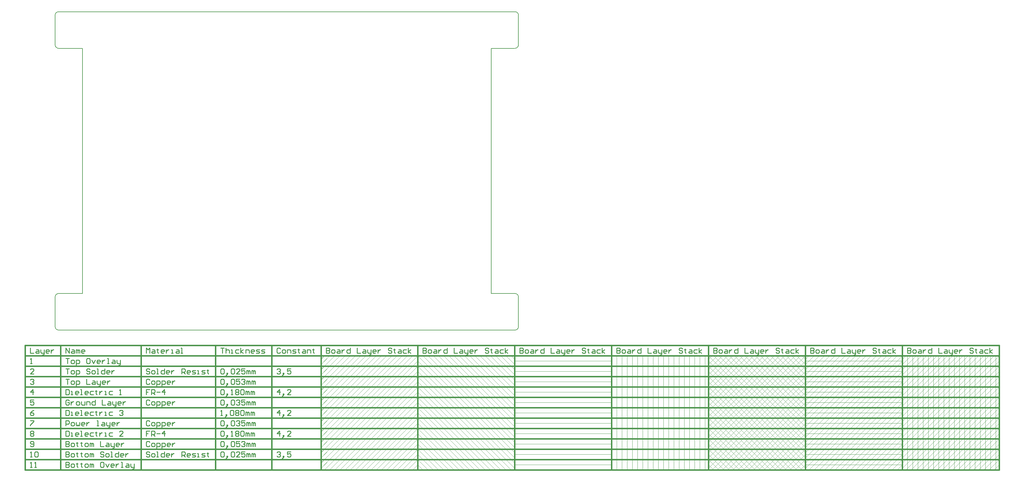
<source format=gm1>
G04 This is an RS-274x file exported by *
G04 gerbv version 2.6A *
G04 More information is available about gerbv at *
G04 http://gerbv.geda-project.org/ *
G04 --End of header info--*
%MOIN*%
%FSLAX34Y34*%
%IPPOS*%
G04 --Define apertures--*
%ADD10C,0.0079*%
%ADD11C,0.0100*%
%ADD12C,0.0039*%
%ADD13C,0.0150*%
%ADD14C,0.0020*%
%ADD15C,0.0000*%
%ADD16C,0.0010*%
G04 --Start main section--*
G54D10*
G01X0050394Y-000394D02*
G75*
G03X0050000Y0000000I-000394J0000000D01*
G01X0050000Y-004231D02*
G75*
G03X0050394Y-003799I-000019J0000413D01*
G01X0050394Y-033012D02*
G75*
G03X0050000Y-032575I-000415J0000022D01*
G01X0050000Y-036807D02*
G75*
G03X0050394Y-036442I0000014J0000379D01*
G01X-003150Y-036417D02*
G75*
G03X-002735Y-036811I0000404J0000011D01*
G01X-002756Y-032576D02*
G75*
G03X-003150Y-033012I0000021J-000415D01*
G01X-003150Y-003799D02*
G75*
G03X-002756Y-004232I0000413J-000020D01*
G01X-002756Y0000000D02*
G75*
G03X-003150Y-000394I0000000J-000394D01*
G01X-002756Y-032576D02*
G01X0000000Y-032576D01*
G01X0000000Y-032576D02*
G01X0000000Y-004232D01*
G01X0000000Y-036808D02*
G01X0047244Y-036808D01*
G01X0050394Y-003799D02*
G01X0050394Y-000394D01*
G01X0047244Y-004231D02*
G01X0049962Y-004231D01*
G01X0050394Y-036442D02*
G01X0050394Y-033012D01*
G01X0047244Y-032575D02*
G01X0049978Y-032575D01*
G01X0047244Y-036807D02*
G01X0050029Y-036807D01*
G01X-002756Y-036808D02*
G01X0000000Y-036808D01*
G01X-003150Y-003799D02*
G01X-003150Y-000394D01*
G01X-003150Y-036417D02*
G01X-003150Y-033012D01*
G01X-002756Y0000000D02*
G01X0000000Y0000000D01*
G01X0000000Y0000000D02*
G01X0047244Y0000000D01*
G01X-002756Y-004232D02*
G01X0000000Y-004232D01*
G01X0047244Y0000000D02*
G01X0050000Y0000000D01*
G01X0047244Y-004231D02*
G01X0047244Y-032575D01*
G54D11*
G01X0095347Y-038875D02*
G01X0095347Y-039475D01*
G01X0095347Y-039475D02*
G01X0095647Y-039475D01*
G01X0095647Y-039475D02*
G01X0095747Y-039375D01*
G01X0095747Y-039375D02*
G01X0095747Y-039275D01*
G01X0095747Y-039275D02*
G01X0095647Y-039175D01*
G01X0095647Y-039175D02*
G01X0095347Y-039175D01*
G01X0095347Y-039175D02*
G01X0095647Y-039175D01*
G01X0095647Y-039175D02*
G01X0095747Y-039075D01*
G01X0095747Y-039075D02*
G01X0095747Y-038975D01*
G01X0095747Y-038975D02*
G01X0095647Y-038875D01*
G01X0095647Y-038875D02*
G01X0095347Y-038875D01*
G01X0096047Y-039475D02*
G01X0096247Y-039475D01*
G01X0096247Y-039475D02*
G01X0096347Y-039375D01*
G01X0096347Y-039375D02*
G01X0096347Y-039175D01*
G01X0096347Y-039175D02*
G01X0096247Y-039075D01*
G01X0096247Y-039075D02*
G01X0096047Y-039075D01*
G01X0096047Y-039075D02*
G01X0095947Y-039175D01*
G01X0095947Y-039175D02*
G01X0095947Y-039375D01*
G01X0095947Y-039375D02*
G01X0096047Y-039475D01*
G01X0096647Y-039075D02*
G01X0096847Y-039075D01*
G01X0096847Y-039075D02*
G01X0096947Y-039175D01*
G01X0096947Y-039175D02*
G01X0096947Y-039475D01*
G01X0096947Y-039475D02*
G01X0096647Y-039475D01*
G01X0096647Y-039475D02*
G01X0096547Y-039375D01*
G01X0096547Y-039375D02*
G01X0096647Y-039275D01*
G01X0096647Y-039275D02*
G01X0096947Y-039275D01*
G01X0097147Y-039075D02*
G01X0097147Y-039475D01*
G01X0097147Y-039475D02*
G01X0097147Y-039275D01*
G01X0097147Y-039275D02*
G01X0097247Y-039175D01*
G01X0097247Y-039175D02*
G01X0097347Y-039075D01*
G01X0097347Y-039075D02*
G01X0097446Y-039075D01*
G01X0098146Y-038875D02*
G01X0098146Y-039475D01*
G01X0098146Y-039475D02*
G01X0097846Y-039475D01*
G01X0097846Y-039475D02*
G01X0097746Y-039375D01*
G01X0097746Y-039375D02*
G01X0097746Y-039175D01*
G01X0097746Y-039175D02*
G01X0097846Y-039075D01*
G01X0097846Y-039075D02*
G01X0098146Y-039075D01*
G01X0098946Y-038875D02*
G01X0098946Y-039475D01*
G01X0098946Y-039475D02*
G01X0099346Y-039475D01*
G01X0099646Y-039075D02*
G01X0099846Y-039075D01*
G01X0099846Y-039075D02*
G01X0099946Y-039175D01*
G01X0099946Y-039175D02*
G01X0099946Y-039475D01*
G01X0099946Y-039475D02*
G01X0099646Y-039475D01*
G01X0099646Y-039475D02*
G01X0099546Y-039375D01*
G01X0099546Y-039375D02*
G01X0099646Y-039275D01*
G01X0099646Y-039275D02*
G01X0099946Y-039275D01*
G01X0100146Y-039075D02*
G01X0100146Y-039375D01*
G01X0100146Y-039375D02*
G01X0100246Y-039475D01*
G01X0100246Y-039475D02*
G01X0100546Y-039475D01*
G01X0100546Y-039475D02*
G01X0100546Y-039575D01*
G01X0100546Y-039575D02*
G01X0100446Y-039675D01*
G01X0100446Y-039675D02*
G01X0100346Y-039675D01*
G01X0100546Y-039475D02*
G01X0100546Y-039075D01*
G01X0101045Y-039475D02*
G01X0100845Y-039475D01*
G01X0100845Y-039475D02*
G01X0100745Y-039375D01*
G01X0100745Y-039375D02*
G01X0100745Y-039175D01*
G01X0100745Y-039175D02*
G01X0100845Y-039075D01*
G01X0100845Y-039075D02*
G01X0101045Y-039075D01*
G01X0101045Y-039075D02*
G01X0101145Y-039175D01*
G01X0101145Y-039175D02*
G01X0101145Y-039275D01*
G01X0101145Y-039275D02*
G01X0100745Y-039275D01*
G01X0101345Y-039075D02*
G01X0101345Y-039475D01*
G01X0101345Y-039475D02*
G01X0101345Y-039275D01*
G01X0101345Y-039275D02*
G01X0101445Y-039175D01*
G01X0101445Y-039175D02*
G01X0101545Y-039075D01*
G01X0101545Y-039075D02*
G01X0101645Y-039075D01*
G01X0102945Y-038975D02*
G01X0102845Y-038875D01*
G01X0102845Y-038875D02*
G01X0102645Y-038875D01*
G01X0102645Y-038875D02*
G01X0102545Y-038975D01*
G01X0102545Y-038975D02*
G01X0102545Y-039075D01*
G01X0102545Y-039075D02*
G01X0102645Y-039175D01*
G01X0102645Y-039175D02*
G01X0102845Y-039175D01*
G01X0102845Y-039175D02*
G01X0102945Y-039275D01*
G01X0102945Y-039275D02*
G01X0102945Y-039375D01*
G01X0102945Y-039375D02*
G01X0102845Y-039475D01*
G01X0102845Y-039475D02*
G01X0102645Y-039475D01*
G01X0102645Y-039475D02*
G01X0102545Y-039375D01*
G01X0103245Y-038975D02*
G01X0103245Y-039075D01*
G01X0103245Y-039075D02*
G01X0103145Y-039075D01*
G01X0103145Y-039075D02*
G01X0103345Y-039075D01*
G01X0103345Y-039075D02*
G01X0103245Y-039075D01*
G01X0103245Y-039075D02*
G01X0103245Y-039375D01*
G01X0103245Y-039375D02*
G01X0103345Y-039475D01*
G01X0103744Y-039075D02*
G01X0103944Y-039075D01*
G01X0103944Y-039075D02*
G01X0104044Y-039175D01*
G01X0104044Y-039175D02*
G01X0104044Y-039475D01*
G01X0104044Y-039475D02*
G01X0103744Y-039475D01*
G01X0103744Y-039475D02*
G01X0103644Y-039375D01*
G01X0103644Y-039375D02*
G01X0103744Y-039275D01*
G01X0103744Y-039275D02*
G01X0104044Y-039275D01*
G01X0104644Y-039075D02*
G01X0104344Y-039075D01*
G01X0104344Y-039075D02*
G01X0104244Y-039175D01*
G01X0104244Y-039175D02*
G01X0104244Y-039375D01*
G01X0104244Y-039375D02*
G01X0104344Y-039475D01*
G01X0104344Y-039475D02*
G01X0104644Y-039475D01*
G01X0104844Y-039475D02*
G01X0104844Y-038875D01*
G01X0104844Y-039275D02*
G01X0105144Y-039075D01*
G01X0104844Y-039275D02*
G01X0105144Y-039475D01*
G01X0084150Y-038875D02*
G01X0084150Y-039475D01*
G01X0084150Y-039475D02*
G01X0084450Y-039475D01*
G01X0084450Y-039475D02*
G01X0084550Y-039375D01*
G01X0084550Y-039375D02*
G01X0084550Y-039275D01*
G01X0084550Y-039275D02*
G01X0084450Y-039175D01*
G01X0084450Y-039175D02*
G01X0084150Y-039175D01*
G01X0084150Y-039175D02*
G01X0084450Y-039175D01*
G01X0084450Y-039175D02*
G01X0084550Y-039075D01*
G01X0084550Y-039075D02*
G01X0084550Y-038975D01*
G01X0084550Y-038975D02*
G01X0084450Y-038875D01*
G01X0084450Y-038875D02*
G01X0084150Y-038875D01*
G01X0084850Y-039475D02*
G01X0085050Y-039475D01*
G01X0085050Y-039475D02*
G01X0085150Y-039375D01*
G01X0085150Y-039375D02*
G01X0085150Y-039175D01*
G01X0085150Y-039175D02*
G01X0085050Y-039075D01*
G01X0085050Y-039075D02*
G01X0084850Y-039075D01*
G01X0084850Y-039075D02*
G01X0084750Y-039175D01*
G01X0084750Y-039175D02*
G01X0084750Y-039375D01*
G01X0084750Y-039375D02*
G01X0084850Y-039475D01*
G01X0085450Y-039075D02*
G01X0085650Y-039075D01*
G01X0085650Y-039075D02*
G01X0085750Y-039175D01*
G01X0085750Y-039175D02*
G01X0085750Y-039475D01*
G01X0085750Y-039475D02*
G01X0085450Y-039475D01*
G01X0085450Y-039475D02*
G01X0085350Y-039375D01*
G01X0085350Y-039375D02*
G01X0085450Y-039275D01*
G01X0085450Y-039275D02*
G01X0085750Y-039275D01*
G01X0085950Y-039075D02*
G01X0085950Y-039475D01*
G01X0085950Y-039475D02*
G01X0085950Y-039275D01*
G01X0085950Y-039275D02*
G01X0086050Y-039175D01*
G01X0086050Y-039175D02*
G01X0086150Y-039075D01*
G01X0086150Y-039075D02*
G01X0086250Y-039075D01*
G01X0086949Y-038875D02*
G01X0086949Y-039475D01*
G01X0086949Y-039475D02*
G01X0086650Y-039475D01*
G01X0086650Y-039475D02*
G01X0086550Y-039375D01*
G01X0086550Y-039375D02*
G01X0086550Y-039175D01*
G01X0086550Y-039175D02*
G01X0086650Y-039075D01*
G01X0086650Y-039075D02*
G01X0086949Y-039075D01*
G01X0087749Y-038875D02*
G01X0087749Y-039475D01*
G01X0087749Y-039475D02*
G01X0088149Y-039475D01*
G01X0088449Y-039075D02*
G01X0088649Y-039075D01*
G01X0088649Y-039075D02*
G01X0088749Y-039175D01*
G01X0088749Y-039175D02*
G01X0088749Y-039475D01*
G01X0088749Y-039475D02*
G01X0088449Y-039475D01*
G01X0088449Y-039475D02*
G01X0088349Y-039375D01*
G01X0088349Y-039375D02*
G01X0088449Y-039275D01*
G01X0088449Y-039275D02*
G01X0088749Y-039275D01*
G01X0088949Y-039075D02*
G01X0088949Y-039375D01*
G01X0088949Y-039375D02*
G01X0089049Y-039475D01*
G01X0089049Y-039475D02*
G01X0089349Y-039475D01*
G01X0089349Y-039475D02*
G01X0089349Y-039575D01*
G01X0089349Y-039575D02*
G01X0089249Y-039675D01*
G01X0089249Y-039675D02*
G01X0089149Y-039675D01*
G01X0089349Y-039475D02*
G01X0089349Y-039075D01*
G01X0089849Y-039475D02*
G01X0089649Y-039475D01*
G01X0089649Y-039475D02*
G01X0089549Y-039375D01*
G01X0089549Y-039375D02*
G01X0089549Y-039175D01*
G01X0089549Y-039175D02*
G01X0089649Y-039075D01*
G01X0089649Y-039075D02*
G01X0089849Y-039075D01*
G01X0089849Y-039075D02*
G01X0089948Y-039175D01*
G01X0089948Y-039175D02*
G01X0089948Y-039275D01*
G01X0089948Y-039275D02*
G01X0089549Y-039275D01*
G01X0090148Y-039075D02*
G01X0090148Y-039475D01*
G01X0090148Y-039475D02*
G01X0090148Y-039275D01*
G01X0090148Y-039275D02*
G01X0090248Y-039175D01*
G01X0090248Y-039175D02*
G01X0090348Y-039075D01*
G01X0090348Y-039075D02*
G01X0090448Y-039075D01*
G01X0091748Y-038975D02*
G01X0091648Y-038875D01*
G01X0091648Y-038875D02*
G01X0091448Y-038875D01*
G01X0091448Y-038875D02*
G01X0091348Y-038975D01*
G01X0091348Y-038975D02*
G01X0091348Y-039075D01*
G01X0091348Y-039075D02*
G01X0091448Y-039175D01*
G01X0091448Y-039175D02*
G01X0091648Y-039175D01*
G01X0091648Y-039175D02*
G01X0091748Y-039275D01*
G01X0091748Y-039275D02*
G01X0091748Y-039375D01*
G01X0091748Y-039375D02*
G01X0091648Y-039475D01*
G01X0091648Y-039475D02*
G01X0091448Y-039475D01*
G01X0091448Y-039475D02*
G01X0091348Y-039375D01*
G01X0092048Y-038975D02*
G01X0092048Y-039075D01*
G01X0092048Y-039075D02*
G01X0091948Y-039075D01*
G01X0091948Y-039075D02*
G01X0092148Y-039075D01*
G01X0092148Y-039075D02*
G01X0092048Y-039075D01*
G01X0092048Y-039075D02*
G01X0092048Y-039375D01*
G01X0092048Y-039375D02*
G01X0092148Y-039475D01*
G01X0092548Y-039075D02*
G01X0092748Y-039075D01*
G01X0092748Y-039075D02*
G01X0092848Y-039175D01*
G01X0092848Y-039175D02*
G01X0092848Y-039475D01*
G01X0092848Y-039475D02*
G01X0092548Y-039475D01*
G01X0092548Y-039475D02*
G01X0092448Y-039375D01*
G01X0092448Y-039375D02*
G01X0092548Y-039275D01*
G01X0092548Y-039275D02*
G01X0092848Y-039275D01*
G01X0093447Y-039075D02*
G01X0093147Y-039075D01*
G01X0093147Y-039075D02*
G01X0093047Y-039175D01*
G01X0093047Y-039175D02*
G01X0093047Y-039375D01*
G01X0093047Y-039375D02*
G01X0093147Y-039475D01*
G01X0093147Y-039475D02*
G01X0093447Y-039475D01*
G01X0093647Y-039475D02*
G01X0093647Y-038875D01*
G01X0093647Y-039275D02*
G01X0093947Y-039075D01*
G01X0093647Y-039275D02*
G01X0093947Y-039475D01*
G01X0072954Y-038875D02*
G01X0072954Y-039475D01*
G01X0072954Y-039475D02*
G01X0073253Y-039475D01*
G01X0073253Y-039475D02*
G01X0073353Y-039375D01*
G01X0073353Y-039375D02*
G01X0073353Y-039275D01*
G01X0073353Y-039275D02*
G01X0073253Y-039175D01*
G01X0073253Y-039175D02*
G01X0072954Y-039175D01*
G01X0072954Y-039175D02*
G01X0073253Y-039175D01*
G01X0073253Y-039175D02*
G01X0073353Y-039075D01*
G01X0073353Y-039075D02*
G01X0073353Y-038975D01*
G01X0073353Y-038975D02*
G01X0073253Y-038875D01*
G01X0073253Y-038875D02*
G01X0072954Y-038875D01*
G01X0073653Y-039475D02*
G01X0073853Y-039475D01*
G01X0073853Y-039475D02*
G01X0073953Y-039375D01*
G01X0073953Y-039375D02*
G01X0073953Y-039175D01*
G01X0073953Y-039175D02*
G01X0073853Y-039075D01*
G01X0073853Y-039075D02*
G01X0073653Y-039075D01*
G01X0073653Y-039075D02*
G01X0073553Y-039175D01*
G01X0073553Y-039175D02*
G01X0073553Y-039375D01*
G01X0073553Y-039375D02*
G01X0073653Y-039475D01*
G01X0074253Y-039075D02*
G01X0074453Y-039075D01*
G01X0074453Y-039075D02*
G01X0074553Y-039175D01*
G01X0074553Y-039175D02*
G01X0074553Y-039475D01*
G01X0074553Y-039475D02*
G01X0074253Y-039475D01*
G01X0074253Y-039475D02*
G01X0074153Y-039375D01*
G01X0074153Y-039375D02*
G01X0074253Y-039275D01*
G01X0074253Y-039275D02*
G01X0074553Y-039275D01*
G01X0074753Y-039075D02*
G01X0074753Y-039475D01*
G01X0074753Y-039475D02*
G01X0074753Y-039275D01*
G01X0074753Y-039275D02*
G01X0074853Y-039175D01*
G01X0074853Y-039175D02*
G01X0074953Y-039075D01*
G01X0074953Y-039075D02*
G01X0075053Y-039075D01*
G01X0075753Y-038875D02*
G01X0075753Y-039475D01*
G01X0075753Y-039475D02*
G01X0075453Y-039475D01*
G01X0075453Y-039475D02*
G01X0075353Y-039375D01*
G01X0075353Y-039375D02*
G01X0075353Y-039175D01*
G01X0075353Y-039175D02*
G01X0075453Y-039075D01*
G01X0075453Y-039075D02*
G01X0075753Y-039075D01*
G01X0076552Y-038875D02*
G01X0076552Y-039475D01*
G01X0076552Y-039475D02*
G01X0076952Y-039475D01*
G01X0077252Y-039075D02*
G01X0077452Y-039075D01*
G01X0077452Y-039075D02*
G01X0077552Y-039175D01*
G01X0077552Y-039175D02*
G01X0077552Y-039475D01*
G01X0077552Y-039475D02*
G01X0077252Y-039475D01*
G01X0077252Y-039475D02*
G01X0077152Y-039375D01*
G01X0077152Y-039375D02*
G01X0077252Y-039275D01*
G01X0077252Y-039275D02*
G01X0077552Y-039275D01*
G01X0077752Y-039075D02*
G01X0077752Y-039375D01*
G01X0077752Y-039375D02*
G01X0077852Y-039475D01*
G01X0077852Y-039475D02*
G01X0078152Y-039475D01*
G01X0078152Y-039475D02*
G01X0078152Y-039575D01*
G01X0078152Y-039575D02*
G01X0078052Y-039675D01*
G01X0078052Y-039675D02*
G01X0077952Y-039675D01*
G01X0078152Y-039475D02*
G01X0078152Y-039075D01*
G01X0078652Y-039475D02*
G01X0078452Y-039475D01*
G01X0078452Y-039475D02*
G01X0078352Y-039375D01*
G01X0078352Y-039375D02*
G01X0078352Y-039175D01*
G01X0078352Y-039175D02*
G01X0078452Y-039075D01*
G01X0078452Y-039075D02*
G01X0078652Y-039075D01*
G01X0078652Y-039075D02*
G01X0078752Y-039175D01*
G01X0078752Y-039175D02*
G01X0078752Y-039275D01*
G01X0078752Y-039275D02*
G01X0078352Y-039275D01*
G01X0078952Y-039075D02*
G01X0078952Y-039475D01*
G01X0078952Y-039475D02*
G01X0078952Y-039275D01*
G01X0078952Y-039275D02*
G01X0079052Y-039175D01*
G01X0079052Y-039175D02*
G01X0079152Y-039075D01*
G01X0079152Y-039075D02*
G01X0079251Y-039075D01*
G01X0080551Y-038975D02*
G01X0080451Y-038875D01*
G01X0080451Y-038875D02*
G01X0080251Y-038875D01*
G01X0080251Y-038875D02*
G01X0080151Y-038975D01*
G01X0080151Y-038975D02*
G01X0080151Y-039075D01*
G01X0080151Y-039075D02*
G01X0080251Y-039175D01*
G01X0080251Y-039175D02*
G01X0080451Y-039175D01*
G01X0080451Y-039175D02*
G01X0080551Y-039275D01*
G01X0080551Y-039275D02*
G01X0080551Y-039375D01*
G01X0080551Y-039375D02*
G01X0080451Y-039475D01*
G01X0080451Y-039475D02*
G01X0080251Y-039475D01*
G01X0080251Y-039475D02*
G01X0080151Y-039375D01*
G01X0080851Y-038975D02*
G01X0080851Y-039075D01*
G01X0080851Y-039075D02*
G01X0080751Y-039075D01*
G01X0080751Y-039075D02*
G01X0080951Y-039075D01*
G01X0080951Y-039075D02*
G01X0080851Y-039075D01*
G01X0080851Y-039075D02*
G01X0080851Y-039375D01*
G01X0080851Y-039375D02*
G01X0080951Y-039475D01*
G01X0081351Y-039075D02*
G01X0081551Y-039075D01*
G01X0081551Y-039075D02*
G01X0081651Y-039175D01*
G01X0081651Y-039175D02*
G01X0081651Y-039475D01*
G01X0081651Y-039475D02*
G01X0081351Y-039475D01*
G01X0081351Y-039475D02*
G01X0081251Y-039375D01*
G01X0081251Y-039375D02*
G01X0081351Y-039275D01*
G01X0081351Y-039275D02*
G01X0081651Y-039275D01*
G01X0082251Y-039075D02*
G01X0081951Y-039075D01*
G01X0081951Y-039075D02*
G01X0081851Y-039175D01*
G01X0081851Y-039175D02*
G01X0081851Y-039375D01*
G01X0081851Y-039375D02*
G01X0081951Y-039475D01*
G01X0081951Y-039475D02*
G01X0082251Y-039475D01*
G01X0082450Y-039475D02*
G01X0082450Y-038875D01*
G01X0082450Y-039275D02*
G01X0082750Y-039075D01*
G01X0082450Y-039275D02*
G01X0082750Y-039475D01*
G01X0061757Y-038875D02*
G01X0061757Y-039475D01*
G01X0061757Y-039475D02*
G01X0062057Y-039475D01*
G01X0062057Y-039475D02*
G01X0062157Y-039375D01*
G01X0062157Y-039375D02*
G01X0062157Y-039275D01*
G01X0062157Y-039275D02*
G01X0062057Y-039175D01*
G01X0062057Y-039175D02*
G01X0061757Y-039175D01*
G01X0061757Y-039175D02*
G01X0062057Y-039175D01*
G01X0062057Y-039175D02*
G01X0062157Y-039075D01*
G01X0062157Y-039075D02*
G01X0062157Y-038975D01*
G01X0062157Y-038975D02*
G01X0062057Y-038875D01*
G01X0062057Y-038875D02*
G01X0061757Y-038875D01*
G01X0062456Y-039475D02*
G01X0062656Y-039475D01*
G01X0062656Y-039475D02*
G01X0062756Y-039375D01*
G01X0062756Y-039375D02*
G01X0062756Y-039175D01*
G01X0062756Y-039175D02*
G01X0062656Y-039075D01*
G01X0062656Y-039075D02*
G01X0062456Y-039075D01*
G01X0062456Y-039075D02*
G01X0062356Y-039175D01*
G01X0062356Y-039175D02*
G01X0062356Y-039375D01*
G01X0062356Y-039375D02*
G01X0062456Y-039475D01*
G01X0063056Y-039075D02*
G01X0063256Y-039075D01*
G01X0063256Y-039075D02*
G01X0063356Y-039175D01*
G01X0063356Y-039175D02*
G01X0063356Y-039475D01*
G01X0063356Y-039475D02*
G01X0063056Y-039475D01*
G01X0063056Y-039475D02*
G01X0062956Y-039375D01*
G01X0062956Y-039375D02*
G01X0063056Y-039275D01*
G01X0063056Y-039275D02*
G01X0063356Y-039275D01*
G01X0063556Y-039075D02*
G01X0063556Y-039475D01*
G01X0063556Y-039475D02*
G01X0063556Y-039275D01*
G01X0063556Y-039275D02*
G01X0063656Y-039175D01*
G01X0063656Y-039175D02*
G01X0063756Y-039075D01*
G01X0063756Y-039075D02*
G01X0063856Y-039075D01*
G01X0064556Y-038875D02*
G01X0064556Y-039475D01*
G01X0064556Y-039475D02*
G01X0064256Y-039475D01*
G01X0064256Y-039475D02*
G01X0064156Y-039375D01*
G01X0064156Y-039375D02*
G01X0064156Y-039175D01*
G01X0064156Y-039175D02*
G01X0064256Y-039075D01*
G01X0064256Y-039075D02*
G01X0064556Y-039075D01*
G01X0065356Y-038875D02*
G01X0065356Y-039475D01*
G01X0065356Y-039475D02*
G01X0065755Y-039475D01*
G01X0066055Y-039075D02*
G01X0066255Y-039075D01*
G01X0066255Y-039075D02*
G01X0066355Y-039175D01*
G01X0066355Y-039175D02*
G01X0066355Y-039475D01*
G01X0066355Y-039475D02*
G01X0066055Y-039475D01*
G01X0066055Y-039475D02*
G01X0065955Y-039375D01*
G01X0065955Y-039375D02*
G01X0066055Y-039275D01*
G01X0066055Y-039275D02*
G01X0066355Y-039275D01*
G01X0066555Y-039075D02*
G01X0066555Y-039375D01*
G01X0066555Y-039375D02*
G01X0066655Y-039475D01*
G01X0066655Y-039475D02*
G01X0066955Y-039475D01*
G01X0066955Y-039475D02*
G01X0066955Y-039575D01*
G01X0066955Y-039575D02*
G01X0066855Y-039675D01*
G01X0066855Y-039675D02*
G01X0066755Y-039675D01*
G01X0066955Y-039475D02*
G01X0066955Y-039075D01*
G01X0067455Y-039475D02*
G01X0067255Y-039475D01*
G01X0067255Y-039475D02*
G01X0067155Y-039375D01*
G01X0067155Y-039375D02*
G01X0067155Y-039175D01*
G01X0067155Y-039175D02*
G01X0067255Y-039075D01*
G01X0067255Y-039075D02*
G01X0067455Y-039075D01*
G01X0067455Y-039075D02*
G01X0067555Y-039175D01*
G01X0067555Y-039175D02*
G01X0067555Y-039275D01*
G01X0067555Y-039275D02*
G01X0067155Y-039275D01*
G01X0067755Y-039075D02*
G01X0067755Y-039475D01*
G01X0067755Y-039475D02*
G01X0067755Y-039275D01*
G01X0067755Y-039275D02*
G01X0067855Y-039175D01*
G01X0067855Y-039175D02*
G01X0067955Y-039075D01*
G01X0067955Y-039075D02*
G01X0068055Y-039075D01*
G01X0069354Y-038975D02*
G01X0069254Y-038875D01*
G01X0069254Y-038875D02*
G01X0069054Y-038875D01*
G01X0069054Y-038875D02*
G01X0068954Y-038975D01*
G01X0068954Y-038975D02*
G01X0068954Y-039075D01*
G01X0068954Y-039075D02*
G01X0069054Y-039175D01*
G01X0069054Y-039175D02*
G01X0069254Y-039175D01*
G01X0069254Y-039175D02*
G01X0069354Y-039275D01*
G01X0069354Y-039275D02*
G01X0069354Y-039375D01*
G01X0069354Y-039375D02*
G01X0069254Y-039475D01*
G01X0069254Y-039475D02*
G01X0069054Y-039475D01*
G01X0069054Y-039475D02*
G01X0068954Y-039375D01*
G01X0069654Y-038975D02*
G01X0069654Y-039075D01*
G01X0069654Y-039075D02*
G01X0069554Y-039075D01*
G01X0069554Y-039075D02*
G01X0069754Y-039075D01*
G01X0069754Y-039075D02*
G01X0069654Y-039075D01*
G01X0069654Y-039075D02*
G01X0069654Y-039375D01*
G01X0069654Y-039375D02*
G01X0069754Y-039475D01*
G01X0070154Y-039075D02*
G01X0070354Y-039075D01*
G01X0070354Y-039075D02*
G01X0070454Y-039175D01*
G01X0070454Y-039175D02*
G01X0070454Y-039475D01*
G01X0070454Y-039475D02*
G01X0070154Y-039475D01*
G01X0070154Y-039475D02*
G01X0070054Y-039375D01*
G01X0070054Y-039375D02*
G01X0070154Y-039275D01*
G01X0070154Y-039275D02*
G01X0070454Y-039275D01*
G01X0071054Y-039075D02*
G01X0070754Y-039075D01*
G01X0070754Y-039075D02*
G01X0070654Y-039175D01*
G01X0070654Y-039175D02*
G01X0070654Y-039375D01*
G01X0070654Y-039375D02*
G01X0070754Y-039475D01*
G01X0070754Y-039475D02*
G01X0071054Y-039475D01*
G01X0071254Y-039475D02*
G01X0071254Y-038875D01*
G01X0071254Y-039275D02*
G01X0071554Y-039075D01*
G01X0071254Y-039275D02*
G01X0071554Y-039475D01*
G01X0050560Y-038875D02*
G01X0050560Y-039475D01*
G01X0050560Y-039475D02*
G01X0050860Y-039475D01*
G01X0050860Y-039475D02*
G01X0050960Y-039375D01*
G01X0050960Y-039375D02*
G01X0050960Y-039275D01*
G01X0050960Y-039275D02*
G01X0050860Y-039175D01*
G01X0050860Y-039175D02*
G01X0050560Y-039175D01*
G01X0050560Y-039175D02*
G01X0050860Y-039175D01*
G01X0050860Y-039175D02*
G01X0050960Y-039075D01*
G01X0050960Y-039075D02*
G01X0050960Y-038975D01*
G01X0050960Y-038975D02*
G01X0050860Y-038875D01*
G01X0050860Y-038875D02*
G01X0050560Y-038875D01*
G01X0051260Y-039475D02*
G01X0051460Y-039475D01*
G01X0051460Y-039475D02*
G01X0051560Y-039375D01*
G01X0051560Y-039375D02*
G01X0051560Y-039175D01*
G01X0051560Y-039175D02*
G01X0051460Y-039075D01*
G01X0051460Y-039075D02*
G01X0051260Y-039075D01*
G01X0051260Y-039075D02*
G01X0051160Y-039175D01*
G01X0051160Y-039175D02*
G01X0051160Y-039375D01*
G01X0051160Y-039375D02*
G01X0051260Y-039475D01*
G01X0051859Y-039075D02*
G01X0052059Y-039075D01*
G01X0052059Y-039075D02*
G01X0052159Y-039175D01*
G01X0052159Y-039175D02*
G01X0052159Y-039475D01*
G01X0052159Y-039475D02*
G01X0051859Y-039475D01*
G01X0051859Y-039475D02*
G01X0051759Y-039375D01*
G01X0051759Y-039375D02*
G01X0051859Y-039275D01*
G01X0051859Y-039275D02*
G01X0052159Y-039275D01*
G01X0052359Y-039075D02*
G01X0052359Y-039475D01*
G01X0052359Y-039475D02*
G01X0052359Y-039275D01*
G01X0052359Y-039275D02*
G01X0052459Y-039175D01*
G01X0052459Y-039175D02*
G01X0052559Y-039075D01*
G01X0052559Y-039075D02*
G01X0052659Y-039075D01*
G01X0053359Y-038875D02*
G01X0053359Y-039475D01*
G01X0053359Y-039475D02*
G01X0053059Y-039475D01*
G01X0053059Y-039475D02*
G01X0052959Y-039375D01*
G01X0052959Y-039375D02*
G01X0052959Y-039175D01*
G01X0052959Y-039175D02*
G01X0053059Y-039075D01*
G01X0053059Y-039075D02*
G01X0053359Y-039075D01*
G01X0054159Y-038875D02*
G01X0054159Y-039475D01*
G01X0054159Y-039475D02*
G01X0054559Y-039475D01*
G01X0054858Y-039075D02*
G01X0055058Y-039075D01*
G01X0055058Y-039075D02*
G01X0055158Y-039175D01*
G01X0055158Y-039175D02*
G01X0055158Y-039475D01*
G01X0055158Y-039475D02*
G01X0054858Y-039475D01*
G01X0054858Y-039475D02*
G01X0054759Y-039375D01*
G01X0054759Y-039375D02*
G01X0054858Y-039275D01*
G01X0054858Y-039275D02*
G01X0055158Y-039275D01*
G01X0055358Y-039075D02*
G01X0055358Y-039375D01*
G01X0055358Y-039375D02*
G01X0055458Y-039475D01*
G01X0055458Y-039475D02*
G01X0055758Y-039475D01*
G01X0055758Y-039475D02*
G01X0055758Y-039575D01*
G01X0055758Y-039575D02*
G01X0055658Y-039675D01*
G01X0055658Y-039675D02*
G01X0055558Y-039675D01*
G01X0055758Y-039475D02*
G01X0055758Y-039075D01*
G01X0056258Y-039475D02*
G01X0056058Y-039475D01*
G01X0056058Y-039475D02*
G01X0055958Y-039375D01*
G01X0055958Y-039375D02*
G01X0055958Y-039175D01*
G01X0055958Y-039175D02*
G01X0056058Y-039075D01*
G01X0056058Y-039075D02*
G01X0056258Y-039075D01*
G01X0056258Y-039075D02*
G01X0056358Y-039175D01*
G01X0056358Y-039175D02*
G01X0056358Y-039275D01*
G01X0056358Y-039275D02*
G01X0055958Y-039275D01*
G01X0056558Y-039075D02*
G01X0056558Y-039475D01*
G01X0056558Y-039475D02*
G01X0056558Y-039275D01*
G01X0056558Y-039275D02*
G01X0056658Y-039175D01*
G01X0056658Y-039175D02*
G01X0056758Y-039075D01*
G01X0056758Y-039075D02*
G01X0056858Y-039075D01*
G01X0058157Y-038975D02*
G01X0058057Y-038875D01*
G01X0058057Y-038875D02*
G01X0057858Y-038875D01*
G01X0057858Y-038875D02*
G01X0057758Y-038975D01*
G01X0057758Y-038975D02*
G01X0057758Y-039075D01*
G01X0057758Y-039075D02*
G01X0057858Y-039175D01*
G01X0057858Y-039175D02*
G01X0058057Y-039175D01*
G01X0058057Y-039175D02*
G01X0058157Y-039275D01*
G01X0058157Y-039275D02*
G01X0058157Y-039375D01*
G01X0058157Y-039375D02*
G01X0058057Y-039475D01*
G01X0058057Y-039475D02*
G01X0057858Y-039475D01*
G01X0057858Y-039475D02*
G01X0057758Y-039375D01*
G01X0058457Y-038975D02*
G01X0058457Y-039075D01*
G01X0058457Y-039075D02*
G01X0058357Y-039075D01*
G01X0058357Y-039075D02*
G01X0058557Y-039075D01*
G01X0058557Y-039075D02*
G01X0058457Y-039075D01*
G01X0058457Y-039075D02*
G01X0058457Y-039375D01*
G01X0058457Y-039375D02*
G01X0058557Y-039475D01*
G01X0058957Y-039075D02*
G01X0059157Y-039075D01*
G01X0059157Y-039075D02*
G01X0059257Y-039175D01*
G01X0059257Y-039175D02*
G01X0059257Y-039475D01*
G01X0059257Y-039475D02*
G01X0058957Y-039475D01*
G01X0058957Y-039475D02*
G01X0058857Y-039375D01*
G01X0058857Y-039375D02*
G01X0058957Y-039275D01*
G01X0058957Y-039275D02*
G01X0059257Y-039275D01*
G01X0059857Y-039075D02*
G01X0059557Y-039075D01*
G01X0059557Y-039075D02*
G01X0059457Y-039175D01*
G01X0059457Y-039175D02*
G01X0059457Y-039375D01*
G01X0059457Y-039375D02*
G01X0059557Y-039475D01*
G01X0059557Y-039475D02*
G01X0059857Y-039475D01*
G01X0060057Y-039475D02*
G01X0060057Y-038875D01*
G01X0060057Y-039275D02*
G01X0060357Y-039075D01*
G01X0060057Y-039275D02*
G01X0060357Y-039475D01*
G01X0039363Y-038875D02*
G01X0039363Y-039475D01*
G01X0039363Y-039475D02*
G01X0039663Y-039475D01*
G01X0039663Y-039475D02*
G01X0039763Y-039375D01*
G01X0039763Y-039375D02*
G01X0039763Y-039275D01*
G01X0039763Y-039275D02*
G01X0039663Y-039175D01*
G01X0039663Y-039175D02*
G01X0039363Y-039175D01*
G01X0039363Y-039175D02*
G01X0039663Y-039175D01*
G01X0039663Y-039175D02*
G01X0039763Y-039075D01*
G01X0039763Y-039075D02*
G01X0039763Y-038975D01*
G01X0039763Y-038975D02*
G01X0039663Y-038875D01*
G01X0039663Y-038875D02*
G01X0039363Y-038875D01*
G01X0040063Y-039475D02*
G01X0040263Y-039475D01*
G01X0040263Y-039475D02*
G01X0040363Y-039375D01*
G01X0040363Y-039375D02*
G01X0040363Y-039175D01*
G01X0040363Y-039175D02*
G01X0040263Y-039075D01*
G01X0040263Y-039075D02*
G01X0040063Y-039075D01*
G01X0040063Y-039075D02*
G01X0039963Y-039175D01*
G01X0039963Y-039175D02*
G01X0039963Y-039375D01*
G01X0039963Y-039375D02*
G01X0040063Y-039475D01*
G01X0040663Y-039075D02*
G01X0040863Y-039075D01*
G01X0040863Y-039075D02*
G01X0040963Y-039175D01*
G01X0040963Y-039175D02*
G01X0040963Y-039475D01*
G01X0040963Y-039475D02*
G01X0040663Y-039475D01*
G01X0040663Y-039475D02*
G01X0040563Y-039375D01*
G01X0040563Y-039375D02*
G01X0040663Y-039275D01*
G01X0040663Y-039275D02*
G01X0040963Y-039275D01*
G01X0041162Y-039075D02*
G01X0041162Y-039475D01*
G01X0041162Y-039475D02*
G01X0041162Y-039275D01*
G01X0041162Y-039275D02*
G01X0041262Y-039175D01*
G01X0041262Y-039175D02*
G01X0041362Y-039075D01*
G01X0041362Y-039075D02*
G01X0041462Y-039075D01*
G01X0042162Y-038875D02*
G01X0042162Y-039475D01*
G01X0042162Y-039475D02*
G01X0041862Y-039475D01*
G01X0041862Y-039475D02*
G01X0041762Y-039375D01*
G01X0041762Y-039375D02*
G01X0041762Y-039175D01*
G01X0041762Y-039175D02*
G01X0041862Y-039075D01*
G01X0041862Y-039075D02*
G01X0042162Y-039075D01*
G01X0042962Y-038875D02*
G01X0042962Y-039475D01*
G01X0042962Y-039475D02*
G01X0043362Y-039475D01*
G01X0043662Y-039075D02*
G01X0043862Y-039075D01*
G01X0043862Y-039075D02*
G01X0043962Y-039175D01*
G01X0043962Y-039175D02*
G01X0043962Y-039475D01*
G01X0043962Y-039475D02*
G01X0043662Y-039475D01*
G01X0043662Y-039475D02*
G01X0043562Y-039375D01*
G01X0043562Y-039375D02*
G01X0043662Y-039275D01*
G01X0043662Y-039275D02*
G01X0043962Y-039275D01*
G01X0044161Y-039075D02*
G01X0044161Y-039375D01*
G01X0044161Y-039375D02*
G01X0044261Y-039475D01*
G01X0044261Y-039475D02*
G01X0044561Y-039475D01*
G01X0044561Y-039475D02*
G01X0044561Y-039575D01*
G01X0044561Y-039575D02*
G01X0044461Y-039675D01*
G01X0044461Y-039675D02*
G01X0044361Y-039675D01*
G01X0044561Y-039475D02*
G01X0044561Y-039075D01*
G01X0045061Y-039475D02*
G01X0044861Y-039475D01*
G01X0044861Y-039475D02*
G01X0044761Y-039375D01*
G01X0044761Y-039375D02*
G01X0044761Y-039175D01*
G01X0044761Y-039175D02*
G01X0044861Y-039075D01*
G01X0044861Y-039075D02*
G01X0045061Y-039075D01*
G01X0045061Y-039075D02*
G01X0045161Y-039175D01*
G01X0045161Y-039175D02*
G01X0045161Y-039275D01*
G01X0045161Y-039275D02*
G01X0044761Y-039275D01*
G01X0045361Y-039075D02*
G01X0045361Y-039475D01*
G01X0045361Y-039475D02*
G01X0045361Y-039275D01*
G01X0045361Y-039275D02*
G01X0045461Y-039175D01*
G01X0045461Y-039175D02*
G01X0045561Y-039075D01*
G01X0045561Y-039075D02*
G01X0045661Y-039075D01*
G01X0046961Y-038975D02*
G01X0046861Y-038875D01*
G01X0046861Y-038875D02*
G01X0046661Y-038875D01*
G01X0046661Y-038875D02*
G01X0046561Y-038975D01*
G01X0046561Y-038975D02*
G01X0046561Y-039075D01*
G01X0046561Y-039075D02*
G01X0046661Y-039175D01*
G01X0046661Y-039175D02*
G01X0046861Y-039175D01*
G01X0046861Y-039175D02*
G01X0046961Y-039275D01*
G01X0046961Y-039275D02*
G01X0046961Y-039375D01*
G01X0046961Y-039375D02*
G01X0046861Y-039475D01*
G01X0046861Y-039475D02*
G01X0046661Y-039475D01*
G01X0046661Y-039475D02*
G01X0046561Y-039375D01*
G01X0047260Y-038975D02*
G01X0047260Y-039075D01*
G01X0047260Y-039075D02*
G01X0047161Y-039075D01*
G01X0047161Y-039075D02*
G01X0047360Y-039075D01*
G01X0047360Y-039075D02*
G01X0047260Y-039075D01*
G01X0047260Y-039075D02*
G01X0047260Y-039375D01*
G01X0047260Y-039375D02*
G01X0047360Y-039475D01*
G01X0047760Y-039075D02*
G01X0047960Y-039075D01*
G01X0047960Y-039075D02*
G01X0048060Y-039175D01*
G01X0048060Y-039175D02*
G01X0048060Y-039475D01*
G01X0048060Y-039475D02*
G01X0047760Y-039475D01*
G01X0047760Y-039475D02*
G01X0047660Y-039375D01*
G01X0047660Y-039375D02*
G01X0047760Y-039275D01*
G01X0047760Y-039275D02*
G01X0048060Y-039275D01*
G01X0048660Y-039075D02*
G01X0048360Y-039075D01*
G01X0048360Y-039075D02*
G01X0048260Y-039175D01*
G01X0048260Y-039175D02*
G01X0048260Y-039375D01*
G01X0048260Y-039375D02*
G01X0048360Y-039475D01*
G01X0048360Y-039475D02*
G01X0048660Y-039475D01*
G01X0048860Y-039475D02*
G01X0048860Y-038875D01*
G01X0048860Y-039275D02*
G01X0049160Y-039075D01*
G01X0048860Y-039275D02*
G01X0049160Y-039475D01*
G01X0028166Y-038875D02*
G01X0028166Y-039475D01*
G01X0028166Y-039475D02*
G01X0028466Y-039475D01*
G01X0028466Y-039475D02*
G01X0028566Y-039375D01*
G01X0028566Y-039375D02*
G01X0028566Y-039275D01*
G01X0028566Y-039275D02*
G01X0028466Y-039175D01*
G01X0028466Y-039175D02*
G01X0028166Y-039175D01*
G01X0028166Y-039175D02*
G01X0028466Y-039175D01*
G01X0028466Y-039175D02*
G01X0028566Y-039075D01*
G01X0028566Y-039075D02*
G01X0028566Y-038975D01*
G01X0028566Y-038975D02*
G01X0028466Y-038875D01*
G01X0028466Y-038875D02*
G01X0028166Y-038875D01*
G01X0028866Y-039475D02*
G01X0029066Y-039475D01*
G01X0029066Y-039475D02*
G01X0029166Y-039375D01*
G01X0029166Y-039375D02*
G01X0029166Y-039175D01*
G01X0029166Y-039175D02*
G01X0029066Y-039075D01*
G01X0029066Y-039075D02*
G01X0028866Y-039075D01*
G01X0028866Y-039075D02*
G01X0028766Y-039175D01*
G01X0028766Y-039175D02*
G01X0028766Y-039375D01*
G01X0028766Y-039375D02*
G01X0028866Y-039475D01*
G01X0029466Y-039075D02*
G01X0029666Y-039075D01*
G01X0029666Y-039075D02*
G01X0029766Y-039175D01*
G01X0029766Y-039175D02*
G01X0029766Y-039475D01*
G01X0029766Y-039475D02*
G01X0029466Y-039475D01*
G01X0029466Y-039475D02*
G01X0029366Y-039375D01*
G01X0029366Y-039375D02*
G01X0029466Y-039275D01*
G01X0029466Y-039275D02*
G01X0029766Y-039275D01*
G01X0029966Y-039075D02*
G01X0029966Y-039475D01*
G01X0029966Y-039475D02*
G01X0029966Y-039275D01*
G01X0029966Y-039275D02*
G01X0030066Y-039175D01*
G01X0030066Y-039175D02*
G01X0030166Y-039075D01*
G01X0030166Y-039075D02*
G01X0030266Y-039075D01*
G01X0030965Y-038875D02*
G01X0030965Y-039475D01*
G01X0030965Y-039475D02*
G01X0030665Y-039475D01*
G01X0030665Y-039475D02*
G01X0030565Y-039375D01*
G01X0030565Y-039375D02*
G01X0030565Y-039175D01*
G01X0030565Y-039175D02*
G01X0030665Y-039075D01*
G01X0030665Y-039075D02*
G01X0030965Y-039075D01*
G01X0031765Y-038875D02*
G01X0031765Y-039475D01*
G01X0031765Y-039475D02*
G01X0032165Y-039475D01*
G01X0032465Y-039075D02*
G01X0032665Y-039075D01*
G01X0032665Y-039075D02*
G01X0032765Y-039175D01*
G01X0032765Y-039175D02*
G01X0032765Y-039475D01*
G01X0032765Y-039475D02*
G01X0032465Y-039475D01*
G01X0032465Y-039475D02*
G01X0032365Y-039375D01*
G01X0032365Y-039375D02*
G01X0032465Y-039275D01*
G01X0032465Y-039275D02*
G01X0032765Y-039275D01*
G01X0032965Y-039075D02*
G01X0032965Y-039375D01*
G01X0032965Y-039375D02*
G01X0033065Y-039475D01*
G01X0033065Y-039475D02*
G01X0033365Y-039475D01*
G01X0033365Y-039475D02*
G01X0033365Y-039575D01*
G01X0033365Y-039575D02*
G01X0033265Y-039675D01*
G01X0033265Y-039675D02*
G01X0033165Y-039675D01*
G01X0033365Y-039475D02*
G01X0033365Y-039075D01*
G01X0033864Y-039475D02*
G01X0033664Y-039475D01*
G01X0033664Y-039475D02*
G01X0033564Y-039375D01*
G01X0033564Y-039375D02*
G01X0033564Y-039175D01*
G01X0033564Y-039175D02*
G01X0033664Y-039075D01*
G01X0033664Y-039075D02*
G01X0033864Y-039075D01*
G01X0033864Y-039075D02*
G01X0033964Y-039175D01*
G01X0033964Y-039175D02*
G01X0033964Y-039275D01*
G01X0033964Y-039275D02*
G01X0033564Y-039275D01*
G01X0034164Y-039075D02*
G01X0034164Y-039475D01*
G01X0034164Y-039475D02*
G01X0034164Y-039275D01*
G01X0034164Y-039275D02*
G01X0034264Y-039175D01*
G01X0034264Y-039175D02*
G01X0034364Y-039075D01*
G01X0034364Y-039075D02*
G01X0034464Y-039075D01*
G01X0035764Y-038975D02*
G01X0035664Y-038875D01*
G01X0035664Y-038875D02*
G01X0035464Y-038875D01*
G01X0035464Y-038875D02*
G01X0035364Y-038975D01*
G01X0035364Y-038975D02*
G01X0035364Y-039075D01*
G01X0035364Y-039075D02*
G01X0035464Y-039175D01*
G01X0035464Y-039175D02*
G01X0035664Y-039175D01*
G01X0035664Y-039175D02*
G01X0035764Y-039275D01*
G01X0035764Y-039275D02*
G01X0035764Y-039375D01*
G01X0035764Y-039375D02*
G01X0035664Y-039475D01*
G01X0035664Y-039475D02*
G01X0035464Y-039475D01*
G01X0035464Y-039475D02*
G01X0035364Y-039375D01*
G01X0036064Y-038975D02*
G01X0036064Y-039075D01*
G01X0036064Y-039075D02*
G01X0035964Y-039075D01*
G01X0035964Y-039075D02*
G01X0036164Y-039075D01*
G01X0036164Y-039075D02*
G01X0036064Y-039075D01*
G01X0036064Y-039075D02*
G01X0036064Y-039375D01*
G01X0036064Y-039375D02*
G01X0036164Y-039475D01*
G01X0036564Y-039075D02*
G01X0036763Y-039075D01*
G01X0036763Y-039075D02*
G01X0036863Y-039175D01*
G01X0036863Y-039175D02*
G01X0036863Y-039475D01*
G01X0036863Y-039475D02*
G01X0036564Y-039475D01*
G01X0036564Y-039475D02*
G01X0036464Y-039375D01*
G01X0036464Y-039375D02*
G01X0036564Y-039275D01*
G01X0036564Y-039275D02*
G01X0036863Y-039275D01*
G01X0037463Y-039075D02*
G01X0037163Y-039075D01*
G01X0037163Y-039075D02*
G01X0037063Y-039175D01*
G01X0037063Y-039175D02*
G01X0037063Y-039375D01*
G01X0037063Y-039375D02*
G01X0037163Y-039475D01*
G01X0037163Y-039475D02*
G01X0037463Y-039475D01*
G01X0037663Y-039475D02*
G01X0037663Y-038875D01*
G01X0037663Y-039275D02*
G01X0037963Y-039075D01*
G01X0037663Y-039275D02*
G01X0037963Y-039475D01*
G01X0022468Y-041375D02*
G01X0022568Y-041275D01*
G01X0022568Y-041275D02*
G01X0022767Y-041275D01*
G01X0022767Y-041275D02*
G01X0022867Y-041375D01*
G01X0022867Y-041375D02*
G01X0022867Y-041475D01*
G01X0022867Y-041475D02*
G01X0022767Y-041575D01*
G01X0022767Y-041575D02*
G01X0022668Y-041575D01*
G01X0022668Y-041575D02*
G01X0022767Y-041575D01*
G01X0022767Y-041575D02*
G01X0022867Y-041675D01*
G01X0022867Y-041675D02*
G01X0022867Y-041775D01*
G01X0022867Y-041775D02*
G01X0022767Y-041875D01*
G01X0022767Y-041875D02*
G01X0022568Y-041875D01*
G01X0022568Y-041875D02*
G01X0022468Y-041775D01*
G01X0023167Y-041975D02*
G01X0023267Y-041875D01*
G01X0023267Y-041875D02*
G01X0023267Y-041775D01*
G01X0023267Y-041775D02*
G01X0023167Y-041775D01*
G01X0023167Y-041775D02*
G01X0023167Y-041875D01*
G01X0023167Y-041875D02*
G01X0023267Y-041875D01*
G01X0023267Y-041875D02*
G01X0023167Y-041975D01*
G01X0023167Y-041975D02*
G01X0023067Y-042075D01*
G01X0024067Y-041275D02*
G01X0023667Y-041275D01*
G01X0023667Y-041275D02*
G01X0023667Y-041575D01*
G01X0023667Y-041575D02*
G01X0023867Y-041475D01*
G01X0023867Y-041475D02*
G01X0023967Y-041475D01*
G01X0023967Y-041475D02*
G01X0024067Y-041575D01*
G01X0024067Y-041575D02*
G01X0024067Y-041775D01*
G01X0024067Y-041775D02*
G01X0023967Y-041875D01*
G01X0023967Y-041875D02*
G01X0023767Y-041875D01*
G01X0023767Y-041875D02*
G01X0023667Y-041775D01*
G01X0022767Y-044275D02*
G01X0022767Y-043675D01*
G01X0022767Y-043675D02*
G01X0022468Y-043975D01*
G01X0022468Y-043975D02*
G01X0022867Y-043975D01*
G01X0023167Y-044375D02*
G01X0023267Y-044275D01*
G01X0023267Y-044275D02*
G01X0023267Y-044175D01*
G01X0023267Y-044175D02*
G01X0023167Y-044175D01*
G01X0023167Y-044175D02*
G01X0023167Y-044275D01*
G01X0023167Y-044275D02*
G01X0023267Y-044275D01*
G01X0023267Y-044275D02*
G01X0023167Y-044375D01*
G01X0023167Y-044375D02*
G01X0023067Y-044475D01*
G01X0024067Y-044275D02*
G01X0023667Y-044275D01*
G01X0023667Y-044275D02*
G01X0024067Y-043875D01*
G01X0024067Y-043875D02*
G01X0024067Y-043775D01*
G01X0024067Y-043775D02*
G01X0023967Y-043675D01*
G01X0023967Y-043675D02*
G01X0023767Y-043675D01*
G01X0023767Y-043675D02*
G01X0023667Y-043775D01*
G01X0022767Y-046675D02*
G01X0022767Y-046075D01*
G01X0022767Y-046075D02*
G01X0022468Y-046375D01*
G01X0022468Y-046375D02*
G01X0022867Y-046375D01*
G01X0023167Y-046775D02*
G01X0023267Y-046675D01*
G01X0023267Y-046675D02*
G01X0023267Y-046575D01*
G01X0023267Y-046575D02*
G01X0023167Y-046575D01*
G01X0023167Y-046575D02*
G01X0023167Y-046675D01*
G01X0023167Y-046675D02*
G01X0023267Y-046675D01*
G01X0023267Y-046675D02*
G01X0023167Y-046775D01*
G01X0023167Y-046775D02*
G01X0023067Y-046875D01*
G01X0024067Y-046675D02*
G01X0023667Y-046675D01*
G01X0023667Y-046675D02*
G01X0024067Y-046275D01*
G01X0024067Y-046275D02*
G01X0024067Y-046175D01*
G01X0024067Y-046175D02*
G01X0023967Y-046075D01*
G01X0023967Y-046075D02*
G01X0023767Y-046075D01*
G01X0023767Y-046075D02*
G01X0023667Y-046175D01*
G01X0022767Y-049075D02*
G01X0022767Y-048475D01*
G01X0022767Y-048475D02*
G01X0022468Y-048775D01*
G01X0022468Y-048775D02*
G01X0022867Y-048775D01*
G01X0023167Y-049175D02*
G01X0023267Y-049075D01*
G01X0023267Y-049075D02*
G01X0023267Y-048975D01*
G01X0023267Y-048975D02*
G01X0023167Y-048975D01*
G01X0023167Y-048975D02*
G01X0023167Y-049075D01*
G01X0023167Y-049075D02*
G01X0023267Y-049075D01*
G01X0023267Y-049075D02*
G01X0023167Y-049175D01*
G01X0023167Y-049175D02*
G01X0023067Y-049275D01*
G01X0024067Y-049075D02*
G01X0023667Y-049075D01*
G01X0023667Y-049075D02*
G01X0024067Y-048675D01*
G01X0024067Y-048675D02*
G01X0024067Y-048575D01*
G01X0024067Y-048575D02*
G01X0023967Y-048475D01*
G01X0023967Y-048475D02*
G01X0023767Y-048475D01*
G01X0023767Y-048475D02*
G01X0023667Y-048575D01*
G01X0022468Y-050975D02*
G01X0022568Y-050875D01*
G01X0022568Y-050875D02*
G01X0022767Y-050875D01*
G01X0022767Y-050875D02*
G01X0022867Y-050975D01*
G01X0022867Y-050975D02*
G01X0022867Y-051075D01*
G01X0022867Y-051075D02*
G01X0022767Y-051175D01*
G01X0022767Y-051175D02*
G01X0022668Y-051175D01*
G01X0022668Y-051175D02*
G01X0022767Y-051175D01*
G01X0022767Y-051175D02*
G01X0022867Y-051275D01*
G01X0022867Y-051275D02*
G01X0022867Y-051375D01*
G01X0022867Y-051375D02*
G01X0022767Y-051475D01*
G01X0022767Y-051475D02*
G01X0022568Y-051475D01*
G01X0022568Y-051475D02*
G01X0022468Y-051375D01*
G01X0023167Y-051575D02*
G01X0023267Y-051475D01*
G01X0023267Y-051475D02*
G01X0023267Y-051375D01*
G01X0023267Y-051375D02*
G01X0023167Y-051375D01*
G01X0023167Y-051375D02*
G01X0023167Y-051475D01*
G01X0023167Y-051475D02*
G01X0023267Y-051475D01*
G01X0023267Y-051475D02*
G01X0023167Y-051575D01*
G01X0023167Y-051575D02*
G01X0023067Y-051675D01*
G01X0024067Y-050875D02*
G01X0023667Y-050875D01*
G01X0023667Y-050875D02*
G01X0023667Y-051175D01*
G01X0023667Y-051175D02*
G01X0023867Y-051075D01*
G01X0023867Y-051075D02*
G01X0023967Y-051075D01*
G01X0023967Y-051075D02*
G01X0024067Y-051175D01*
G01X0024067Y-051175D02*
G01X0024067Y-051375D01*
G01X0024067Y-051375D02*
G01X0023967Y-051475D01*
G01X0023967Y-051475D02*
G01X0023767Y-051475D01*
G01X0023767Y-051475D02*
G01X0023667Y-051375D01*
G01X0022867Y-038975D02*
G01X0022767Y-038875D01*
G01X0022767Y-038875D02*
G01X0022568Y-038875D01*
G01X0022568Y-038875D02*
G01X0022468Y-038975D01*
G01X0022468Y-038975D02*
G01X0022468Y-039375D01*
G01X0022468Y-039375D02*
G01X0022568Y-039475D01*
G01X0022568Y-039475D02*
G01X0022767Y-039475D01*
G01X0022767Y-039475D02*
G01X0022867Y-039375D01*
G01X0023167Y-039475D02*
G01X0023367Y-039475D01*
G01X0023367Y-039475D02*
G01X0023467Y-039375D01*
G01X0023467Y-039375D02*
G01X0023467Y-039175D01*
G01X0023467Y-039175D02*
G01X0023367Y-039075D01*
G01X0023367Y-039075D02*
G01X0023167Y-039075D01*
G01X0023167Y-039075D02*
G01X0023067Y-039175D01*
G01X0023067Y-039175D02*
G01X0023067Y-039375D01*
G01X0023067Y-039375D02*
G01X0023167Y-039475D01*
G01X0023667Y-039475D02*
G01X0023667Y-039075D01*
G01X0023667Y-039075D02*
G01X0023967Y-039075D01*
G01X0023967Y-039075D02*
G01X0024067Y-039175D01*
G01X0024067Y-039175D02*
G01X0024067Y-039475D01*
G01X0024267Y-039475D02*
G01X0024567Y-039475D01*
G01X0024567Y-039475D02*
G01X0024667Y-039375D01*
G01X0024667Y-039375D02*
G01X0024567Y-039275D01*
G01X0024567Y-039275D02*
G01X0024367Y-039275D01*
G01X0024367Y-039275D02*
G01X0024267Y-039175D01*
G01X0024267Y-039175D02*
G01X0024367Y-039075D01*
G01X0024367Y-039075D02*
G01X0024667Y-039075D01*
G01X0024967Y-038975D02*
G01X0024967Y-039075D01*
G01X0024967Y-039075D02*
G01X0024867Y-039075D01*
G01X0024867Y-039075D02*
G01X0025067Y-039075D01*
G01X0025067Y-039075D02*
G01X0024967Y-039075D01*
G01X0024967Y-039075D02*
G01X0024967Y-039375D01*
G01X0024967Y-039375D02*
G01X0025067Y-039475D01*
G01X0025467Y-039075D02*
G01X0025667Y-039075D01*
G01X0025667Y-039075D02*
G01X0025767Y-039175D01*
G01X0025767Y-039175D02*
G01X0025767Y-039475D01*
G01X0025767Y-039475D02*
G01X0025467Y-039475D01*
G01X0025467Y-039475D02*
G01X0025367Y-039375D01*
G01X0025367Y-039375D02*
G01X0025467Y-039275D01*
G01X0025467Y-039275D02*
G01X0025767Y-039275D01*
G01X0025966Y-039475D02*
G01X0025966Y-039075D01*
G01X0025966Y-039075D02*
G01X0026266Y-039075D01*
G01X0026266Y-039075D02*
G01X0026366Y-039175D01*
G01X0026366Y-039175D02*
G01X0026366Y-039475D01*
G01X0026666Y-038975D02*
G01X0026666Y-039075D01*
G01X0026666Y-039075D02*
G01X0026566Y-039075D01*
G01X0026566Y-039075D02*
G01X0026766Y-039075D01*
G01X0026766Y-039075D02*
G01X0026666Y-039075D01*
G01X0026666Y-039075D02*
G01X0026666Y-039375D01*
G01X0026666Y-039375D02*
G01X0026766Y-039475D01*
G01X0015969Y-041375D02*
G01X0016069Y-041275D01*
G01X0016069Y-041275D02*
G01X0016269Y-041275D01*
G01X0016269Y-041275D02*
G01X0016369Y-041375D01*
G01X0016369Y-041375D02*
G01X0016369Y-041775D01*
G01X0016369Y-041775D02*
G01X0016269Y-041875D01*
G01X0016269Y-041875D02*
G01X0016069Y-041875D01*
G01X0016069Y-041875D02*
G01X0015969Y-041775D01*
G01X0015969Y-041775D02*
G01X0015969Y-041375D01*
G01X0016669Y-041975D02*
G01X0016769Y-041875D01*
G01X0016769Y-041875D02*
G01X0016769Y-041775D01*
G01X0016769Y-041775D02*
G01X0016669Y-041775D01*
G01X0016669Y-041775D02*
G01X0016669Y-041875D01*
G01X0016669Y-041875D02*
G01X0016769Y-041875D01*
G01X0016769Y-041875D02*
G01X0016669Y-041975D01*
G01X0016669Y-041975D02*
G01X0016569Y-042075D01*
G01X0017169Y-041375D02*
G01X0017269Y-041275D01*
G01X0017269Y-041275D02*
G01X0017469Y-041275D01*
G01X0017469Y-041275D02*
G01X0017569Y-041375D01*
G01X0017569Y-041375D02*
G01X0017569Y-041775D01*
G01X0017569Y-041775D02*
G01X0017469Y-041875D01*
G01X0017469Y-041875D02*
G01X0017269Y-041875D01*
G01X0017269Y-041875D02*
G01X0017169Y-041775D01*
G01X0017169Y-041775D02*
G01X0017169Y-041375D01*
G01X0018169Y-041875D02*
G01X0017769Y-041875D01*
G01X0017769Y-041875D02*
G01X0018169Y-041475D01*
G01X0018169Y-041475D02*
G01X0018169Y-041375D01*
G01X0018169Y-041375D02*
G01X0018069Y-041275D01*
G01X0018069Y-041275D02*
G01X0017869Y-041275D01*
G01X0017869Y-041275D02*
G01X0017769Y-041375D01*
G01X0018768Y-041275D02*
G01X0018368Y-041275D01*
G01X0018368Y-041275D02*
G01X0018368Y-041575D01*
G01X0018368Y-041575D02*
G01X0018568Y-041475D01*
G01X0018568Y-041475D02*
G01X0018668Y-041475D01*
G01X0018668Y-041475D02*
G01X0018768Y-041575D01*
G01X0018768Y-041575D02*
G01X0018768Y-041775D01*
G01X0018768Y-041775D02*
G01X0018668Y-041875D01*
G01X0018668Y-041875D02*
G01X0018468Y-041875D01*
G01X0018468Y-041875D02*
G01X0018368Y-041775D01*
G01X0018968Y-041875D02*
G01X0018968Y-041475D01*
G01X0018968Y-041475D02*
G01X0019068Y-041475D01*
G01X0019068Y-041475D02*
G01X0019168Y-041575D01*
G01X0019168Y-041575D02*
G01X0019168Y-041875D01*
G01X0019168Y-041875D02*
G01X0019168Y-041575D01*
G01X0019168Y-041575D02*
G01X0019268Y-041475D01*
G01X0019268Y-041475D02*
G01X0019368Y-041575D01*
G01X0019368Y-041575D02*
G01X0019368Y-041875D01*
G01X0019568Y-041875D02*
G01X0019568Y-041475D01*
G01X0019568Y-041475D02*
G01X0019668Y-041475D01*
G01X0019668Y-041475D02*
G01X0019768Y-041575D01*
G01X0019768Y-041575D02*
G01X0019768Y-041875D01*
G01X0019768Y-041875D02*
G01X0019768Y-041575D01*
G01X0019768Y-041575D02*
G01X0019868Y-041475D01*
G01X0019868Y-041475D02*
G01X0019968Y-041575D01*
G01X0019968Y-041575D02*
G01X0019968Y-041875D01*
G01X0015969Y-042575D02*
G01X0016069Y-042475D01*
G01X0016069Y-042475D02*
G01X0016269Y-042475D01*
G01X0016269Y-042475D02*
G01X0016369Y-042575D01*
G01X0016369Y-042575D02*
G01X0016369Y-042975D01*
G01X0016369Y-042975D02*
G01X0016269Y-043075D01*
G01X0016269Y-043075D02*
G01X0016069Y-043075D01*
G01X0016069Y-043075D02*
G01X0015969Y-042975D01*
G01X0015969Y-042975D02*
G01X0015969Y-042575D01*
G01X0016669Y-043175D02*
G01X0016769Y-043075D01*
G01X0016769Y-043075D02*
G01X0016769Y-042975D01*
G01X0016769Y-042975D02*
G01X0016669Y-042975D01*
G01X0016669Y-042975D02*
G01X0016669Y-043075D01*
G01X0016669Y-043075D02*
G01X0016769Y-043075D01*
G01X0016769Y-043075D02*
G01X0016669Y-043175D01*
G01X0016669Y-043175D02*
G01X0016569Y-043275D01*
G01X0017169Y-042575D02*
G01X0017269Y-042475D01*
G01X0017269Y-042475D02*
G01X0017469Y-042475D01*
G01X0017469Y-042475D02*
G01X0017569Y-042575D01*
G01X0017569Y-042575D02*
G01X0017569Y-042975D01*
G01X0017569Y-042975D02*
G01X0017469Y-043075D01*
G01X0017469Y-043075D02*
G01X0017269Y-043075D01*
G01X0017269Y-043075D02*
G01X0017169Y-042975D01*
G01X0017169Y-042975D02*
G01X0017169Y-042575D01*
G01X0018169Y-042475D02*
G01X0017769Y-042475D01*
G01X0017769Y-042475D02*
G01X0017769Y-042775D01*
G01X0017769Y-042775D02*
G01X0017969Y-042675D01*
G01X0017969Y-042675D02*
G01X0018069Y-042675D01*
G01X0018069Y-042675D02*
G01X0018169Y-042775D01*
G01X0018169Y-042775D02*
G01X0018169Y-042975D01*
G01X0018169Y-042975D02*
G01X0018069Y-043075D01*
G01X0018069Y-043075D02*
G01X0017869Y-043075D01*
G01X0017869Y-043075D02*
G01X0017769Y-042975D01*
G01X0018368Y-042575D02*
G01X0018468Y-042475D01*
G01X0018468Y-042475D02*
G01X0018668Y-042475D01*
G01X0018668Y-042475D02*
G01X0018768Y-042575D01*
G01X0018768Y-042575D02*
G01X0018768Y-042675D01*
G01X0018768Y-042675D02*
G01X0018668Y-042775D01*
G01X0018668Y-042775D02*
G01X0018568Y-042775D01*
G01X0018568Y-042775D02*
G01X0018668Y-042775D01*
G01X0018668Y-042775D02*
G01X0018768Y-042875D01*
G01X0018768Y-042875D02*
G01X0018768Y-042975D01*
G01X0018768Y-042975D02*
G01X0018668Y-043075D01*
G01X0018668Y-043075D02*
G01X0018468Y-043075D01*
G01X0018468Y-043075D02*
G01X0018368Y-042975D01*
G01X0018968Y-043075D02*
G01X0018968Y-042675D01*
G01X0018968Y-042675D02*
G01X0019068Y-042675D01*
G01X0019068Y-042675D02*
G01X0019168Y-042775D01*
G01X0019168Y-042775D02*
G01X0019168Y-043075D01*
G01X0019168Y-043075D02*
G01X0019168Y-042775D01*
G01X0019168Y-042775D02*
G01X0019268Y-042675D01*
G01X0019268Y-042675D02*
G01X0019368Y-042775D01*
G01X0019368Y-042775D02*
G01X0019368Y-043075D01*
G01X0019568Y-043075D02*
G01X0019568Y-042675D01*
G01X0019568Y-042675D02*
G01X0019668Y-042675D01*
G01X0019668Y-042675D02*
G01X0019768Y-042775D01*
G01X0019768Y-042775D02*
G01X0019768Y-043075D01*
G01X0019768Y-043075D02*
G01X0019768Y-042775D01*
G01X0019768Y-042775D02*
G01X0019868Y-042675D01*
G01X0019868Y-042675D02*
G01X0019968Y-042775D01*
G01X0019968Y-042775D02*
G01X0019968Y-043075D01*
G01X0015969Y-043775D02*
G01X0016069Y-043675D01*
G01X0016069Y-043675D02*
G01X0016269Y-043675D01*
G01X0016269Y-043675D02*
G01X0016369Y-043775D01*
G01X0016369Y-043775D02*
G01X0016369Y-044175D01*
G01X0016369Y-044175D02*
G01X0016269Y-044275D01*
G01X0016269Y-044275D02*
G01X0016069Y-044275D01*
G01X0016069Y-044275D02*
G01X0015969Y-044175D01*
G01X0015969Y-044175D02*
G01X0015969Y-043775D01*
G01X0016669Y-044375D02*
G01X0016769Y-044275D01*
G01X0016769Y-044275D02*
G01X0016769Y-044175D01*
G01X0016769Y-044175D02*
G01X0016669Y-044175D01*
G01X0016669Y-044175D02*
G01X0016669Y-044275D01*
G01X0016669Y-044275D02*
G01X0016769Y-044275D01*
G01X0016769Y-044275D02*
G01X0016669Y-044375D01*
G01X0016669Y-044375D02*
G01X0016569Y-044475D01*
G01X0017169Y-044275D02*
G01X0017369Y-044275D01*
G01X0017369Y-044275D02*
G01X0017269Y-044275D01*
G01X0017269Y-044275D02*
G01X0017269Y-043675D01*
G01X0017269Y-043675D02*
G01X0017169Y-043775D01*
G01X0017669Y-043775D02*
G01X0017769Y-043675D01*
G01X0017769Y-043675D02*
G01X0017969Y-043675D01*
G01X0017969Y-043675D02*
G01X0018069Y-043775D01*
G01X0018069Y-043775D02*
G01X0018069Y-043875D01*
G01X0018069Y-043875D02*
G01X0017969Y-043975D01*
G01X0017969Y-043975D02*
G01X0018069Y-044075D01*
G01X0018069Y-044075D02*
G01X0018069Y-044175D01*
G01X0018069Y-044175D02*
G01X0017969Y-044275D01*
G01X0017969Y-044275D02*
G01X0017769Y-044275D01*
G01X0017769Y-044275D02*
G01X0017669Y-044175D01*
G01X0017669Y-044175D02*
G01X0017669Y-044075D01*
G01X0017669Y-044075D02*
G01X0017769Y-043975D01*
G01X0017769Y-043975D02*
G01X0017669Y-043875D01*
G01X0017669Y-043875D02*
G01X0017669Y-043775D01*
G01X0017769Y-043975D02*
G01X0017969Y-043975D01*
G01X0018269Y-043775D02*
G01X0018368Y-043675D01*
G01X0018368Y-043675D02*
G01X0018568Y-043675D01*
G01X0018568Y-043675D02*
G01X0018668Y-043775D01*
G01X0018668Y-043775D02*
G01X0018668Y-044175D01*
G01X0018668Y-044175D02*
G01X0018568Y-044275D01*
G01X0018568Y-044275D02*
G01X0018368Y-044275D01*
G01X0018368Y-044275D02*
G01X0018269Y-044175D01*
G01X0018269Y-044175D02*
G01X0018269Y-043775D01*
G01X0018868Y-044275D02*
G01X0018868Y-043875D01*
G01X0018868Y-043875D02*
G01X0018968Y-043875D01*
G01X0018968Y-043875D02*
G01X0019068Y-043975D01*
G01X0019068Y-043975D02*
G01X0019068Y-044275D01*
G01X0019068Y-044275D02*
G01X0019068Y-043975D01*
G01X0019068Y-043975D02*
G01X0019168Y-043875D01*
G01X0019168Y-043875D02*
G01X0019268Y-043975D01*
G01X0019268Y-043975D02*
G01X0019268Y-044275D01*
G01X0019468Y-044275D02*
G01X0019468Y-043875D01*
G01X0019468Y-043875D02*
G01X0019568Y-043875D01*
G01X0019568Y-043875D02*
G01X0019668Y-043975D01*
G01X0019668Y-043975D02*
G01X0019668Y-044275D01*
G01X0019668Y-044275D02*
G01X0019668Y-043975D01*
G01X0019668Y-043975D02*
G01X0019768Y-043875D01*
G01X0019768Y-043875D02*
G01X0019868Y-043975D01*
G01X0019868Y-043975D02*
G01X0019868Y-044275D01*
G01X0015969Y-044975D02*
G01X0016069Y-044875D01*
G01X0016069Y-044875D02*
G01X0016269Y-044875D01*
G01X0016269Y-044875D02*
G01X0016369Y-044975D01*
G01X0016369Y-044975D02*
G01X0016369Y-045375D01*
G01X0016369Y-045375D02*
G01X0016269Y-045475D01*
G01X0016269Y-045475D02*
G01X0016069Y-045475D01*
G01X0016069Y-045475D02*
G01X0015969Y-045375D01*
G01X0015969Y-045375D02*
G01X0015969Y-044975D01*
G01X0016669Y-045575D02*
G01X0016769Y-045475D01*
G01X0016769Y-045475D02*
G01X0016769Y-045375D01*
G01X0016769Y-045375D02*
G01X0016669Y-045375D01*
G01X0016669Y-045375D02*
G01X0016669Y-045475D01*
G01X0016669Y-045475D02*
G01X0016769Y-045475D01*
G01X0016769Y-045475D02*
G01X0016669Y-045575D01*
G01X0016669Y-045575D02*
G01X0016569Y-045675D01*
G01X0017169Y-044975D02*
G01X0017269Y-044875D01*
G01X0017269Y-044875D02*
G01X0017469Y-044875D01*
G01X0017469Y-044875D02*
G01X0017569Y-044975D01*
G01X0017569Y-044975D02*
G01X0017569Y-045375D01*
G01X0017569Y-045375D02*
G01X0017469Y-045475D01*
G01X0017469Y-045475D02*
G01X0017269Y-045475D01*
G01X0017269Y-045475D02*
G01X0017169Y-045375D01*
G01X0017169Y-045375D02*
G01X0017169Y-044975D01*
G01X0017769Y-044975D02*
G01X0017869Y-044875D01*
G01X0017869Y-044875D02*
G01X0018069Y-044875D01*
G01X0018069Y-044875D02*
G01X0018169Y-044975D01*
G01X0018169Y-044975D02*
G01X0018169Y-045075D01*
G01X0018169Y-045075D02*
G01X0018069Y-045175D01*
G01X0018069Y-045175D02*
G01X0017969Y-045175D01*
G01X0017969Y-045175D02*
G01X0018069Y-045175D01*
G01X0018069Y-045175D02*
G01X0018169Y-045275D01*
G01X0018169Y-045275D02*
G01X0018169Y-045375D01*
G01X0018169Y-045375D02*
G01X0018069Y-045475D01*
G01X0018069Y-045475D02*
G01X0017869Y-045475D01*
G01X0017869Y-045475D02*
G01X0017769Y-045375D01*
G01X0018768Y-044875D02*
G01X0018368Y-044875D01*
G01X0018368Y-044875D02*
G01X0018368Y-045175D01*
G01X0018368Y-045175D02*
G01X0018568Y-045075D01*
G01X0018568Y-045075D02*
G01X0018668Y-045075D01*
G01X0018668Y-045075D02*
G01X0018768Y-045175D01*
G01X0018768Y-045175D02*
G01X0018768Y-045375D01*
G01X0018768Y-045375D02*
G01X0018668Y-045475D01*
G01X0018668Y-045475D02*
G01X0018468Y-045475D01*
G01X0018468Y-045475D02*
G01X0018368Y-045375D01*
G01X0018968Y-045475D02*
G01X0018968Y-045075D01*
G01X0018968Y-045075D02*
G01X0019068Y-045075D01*
G01X0019068Y-045075D02*
G01X0019168Y-045175D01*
G01X0019168Y-045175D02*
G01X0019168Y-045475D01*
G01X0019168Y-045475D02*
G01X0019168Y-045175D01*
G01X0019168Y-045175D02*
G01X0019268Y-045075D01*
G01X0019268Y-045075D02*
G01X0019368Y-045175D01*
G01X0019368Y-045175D02*
G01X0019368Y-045475D01*
G01X0019568Y-045475D02*
G01X0019568Y-045075D01*
G01X0019568Y-045075D02*
G01X0019668Y-045075D01*
G01X0019668Y-045075D02*
G01X0019768Y-045175D01*
G01X0019768Y-045175D02*
G01X0019768Y-045475D01*
G01X0019768Y-045475D02*
G01X0019768Y-045175D01*
G01X0019768Y-045175D02*
G01X0019868Y-045075D01*
G01X0019868Y-045075D02*
G01X0019968Y-045175D01*
G01X0019968Y-045175D02*
G01X0019968Y-045475D01*
G01X0015969Y-046675D02*
G01X0016169Y-046675D01*
G01X0016169Y-046675D02*
G01X0016069Y-046675D01*
G01X0016069Y-046675D02*
G01X0016069Y-046075D01*
G01X0016069Y-046075D02*
G01X0015969Y-046175D01*
G01X0016569Y-046775D02*
G01X0016669Y-046675D01*
G01X0016669Y-046675D02*
G01X0016669Y-046575D01*
G01X0016669Y-046575D02*
G01X0016569Y-046575D01*
G01X0016569Y-046575D02*
G01X0016569Y-046675D01*
G01X0016569Y-046675D02*
G01X0016669Y-046675D01*
G01X0016669Y-046675D02*
G01X0016569Y-046775D01*
G01X0016569Y-046775D02*
G01X0016469Y-046875D01*
G01X0017069Y-046175D02*
G01X0017169Y-046075D01*
G01X0017169Y-046075D02*
G01X0017369Y-046075D01*
G01X0017369Y-046075D02*
G01X0017469Y-046175D01*
G01X0017469Y-046175D02*
G01X0017469Y-046575D01*
G01X0017469Y-046575D02*
G01X0017369Y-046675D01*
G01X0017369Y-046675D02*
G01X0017169Y-046675D01*
G01X0017169Y-046675D02*
G01X0017069Y-046575D01*
G01X0017069Y-046575D02*
G01X0017069Y-046175D01*
G01X0017669Y-046175D02*
G01X0017769Y-046075D01*
G01X0017769Y-046075D02*
G01X0017969Y-046075D01*
G01X0017969Y-046075D02*
G01X0018069Y-046175D01*
G01X0018069Y-046175D02*
G01X0018069Y-046275D01*
G01X0018069Y-046275D02*
G01X0017969Y-046375D01*
G01X0017969Y-046375D02*
G01X0018069Y-046475D01*
G01X0018069Y-046475D02*
G01X0018069Y-046575D01*
G01X0018069Y-046575D02*
G01X0017969Y-046675D01*
G01X0017969Y-046675D02*
G01X0017769Y-046675D01*
G01X0017769Y-046675D02*
G01X0017669Y-046575D01*
G01X0017669Y-046575D02*
G01X0017669Y-046475D01*
G01X0017669Y-046475D02*
G01X0017769Y-046375D01*
G01X0017769Y-046375D02*
G01X0017669Y-046275D01*
G01X0017669Y-046275D02*
G01X0017669Y-046175D01*
G01X0017769Y-046375D02*
G01X0017969Y-046375D01*
G01X0018269Y-046175D02*
G01X0018368Y-046075D01*
G01X0018368Y-046075D02*
G01X0018568Y-046075D01*
G01X0018568Y-046075D02*
G01X0018668Y-046175D01*
G01X0018668Y-046175D02*
G01X0018668Y-046575D01*
G01X0018668Y-046575D02*
G01X0018568Y-046675D01*
G01X0018568Y-046675D02*
G01X0018368Y-046675D01*
G01X0018368Y-046675D02*
G01X0018269Y-046575D01*
G01X0018269Y-046575D02*
G01X0018269Y-046175D01*
G01X0018868Y-046675D02*
G01X0018868Y-046275D01*
G01X0018868Y-046275D02*
G01X0018968Y-046275D01*
G01X0018968Y-046275D02*
G01X0019068Y-046375D01*
G01X0019068Y-046375D02*
G01X0019068Y-046675D01*
G01X0019068Y-046675D02*
G01X0019068Y-046375D01*
G01X0019068Y-046375D02*
G01X0019168Y-046275D01*
G01X0019168Y-046275D02*
G01X0019268Y-046375D01*
G01X0019268Y-046375D02*
G01X0019268Y-046675D01*
G01X0019468Y-046675D02*
G01X0019468Y-046275D01*
G01X0019468Y-046275D02*
G01X0019568Y-046275D01*
G01X0019568Y-046275D02*
G01X0019668Y-046375D01*
G01X0019668Y-046375D02*
G01X0019668Y-046675D01*
G01X0019668Y-046675D02*
G01X0019668Y-046375D01*
G01X0019668Y-046375D02*
G01X0019768Y-046275D01*
G01X0019768Y-046275D02*
G01X0019868Y-046375D01*
G01X0019868Y-046375D02*
G01X0019868Y-046675D01*
G01X0015969Y-047375D02*
G01X0016069Y-047275D01*
G01X0016069Y-047275D02*
G01X0016269Y-047275D01*
G01X0016269Y-047275D02*
G01X0016369Y-047375D01*
G01X0016369Y-047375D02*
G01X0016369Y-047775D01*
G01X0016369Y-047775D02*
G01X0016269Y-047875D01*
G01X0016269Y-047875D02*
G01X0016069Y-047875D01*
G01X0016069Y-047875D02*
G01X0015969Y-047775D01*
G01X0015969Y-047775D02*
G01X0015969Y-047375D01*
G01X0016669Y-047975D02*
G01X0016769Y-047875D01*
G01X0016769Y-047875D02*
G01X0016769Y-047775D01*
G01X0016769Y-047775D02*
G01X0016669Y-047775D01*
G01X0016669Y-047775D02*
G01X0016669Y-047875D01*
G01X0016669Y-047875D02*
G01X0016769Y-047875D01*
G01X0016769Y-047875D02*
G01X0016669Y-047975D01*
G01X0016669Y-047975D02*
G01X0016569Y-048075D01*
G01X0017169Y-047375D02*
G01X0017269Y-047275D01*
G01X0017269Y-047275D02*
G01X0017469Y-047275D01*
G01X0017469Y-047275D02*
G01X0017569Y-047375D01*
G01X0017569Y-047375D02*
G01X0017569Y-047775D01*
G01X0017569Y-047775D02*
G01X0017469Y-047875D01*
G01X0017469Y-047875D02*
G01X0017269Y-047875D01*
G01X0017269Y-047875D02*
G01X0017169Y-047775D01*
G01X0017169Y-047775D02*
G01X0017169Y-047375D01*
G01X0017769Y-047375D02*
G01X0017869Y-047275D01*
G01X0017869Y-047275D02*
G01X0018069Y-047275D01*
G01X0018069Y-047275D02*
G01X0018169Y-047375D01*
G01X0018169Y-047375D02*
G01X0018169Y-047475D01*
G01X0018169Y-047475D02*
G01X0018069Y-047575D01*
G01X0018069Y-047575D02*
G01X0017969Y-047575D01*
G01X0017969Y-047575D02*
G01X0018069Y-047575D01*
G01X0018069Y-047575D02*
G01X0018169Y-047675D01*
G01X0018169Y-047675D02*
G01X0018169Y-047775D01*
G01X0018169Y-047775D02*
G01X0018069Y-047875D01*
G01X0018069Y-047875D02*
G01X0017869Y-047875D01*
G01X0017869Y-047875D02*
G01X0017769Y-047775D01*
G01X0018768Y-047275D02*
G01X0018368Y-047275D01*
G01X0018368Y-047275D02*
G01X0018368Y-047575D01*
G01X0018368Y-047575D02*
G01X0018568Y-047475D01*
G01X0018568Y-047475D02*
G01X0018668Y-047475D01*
G01X0018668Y-047475D02*
G01X0018768Y-047575D01*
G01X0018768Y-047575D02*
G01X0018768Y-047775D01*
G01X0018768Y-047775D02*
G01X0018668Y-047875D01*
G01X0018668Y-047875D02*
G01X0018468Y-047875D01*
G01X0018468Y-047875D02*
G01X0018368Y-047775D01*
G01X0018968Y-047875D02*
G01X0018968Y-047475D01*
G01X0018968Y-047475D02*
G01X0019068Y-047475D01*
G01X0019068Y-047475D02*
G01X0019168Y-047575D01*
G01X0019168Y-047575D02*
G01X0019168Y-047875D01*
G01X0019168Y-047875D02*
G01X0019168Y-047575D01*
G01X0019168Y-047575D02*
G01X0019268Y-047475D01*
G01X0019268Y-047475D02*
G01X0019368Y-047575D01*
G01X0019368Y-047575D02*
G01X0019368Y-047875D01*
G01X0019568Y-047875D02*
G01X0019568Y-047475D01*
G01X0019568Y-047475D02*
G01X0019668Y-047475D01*
G01X0019668Y-047475D02*
G01X0019768Y-047575D01*
G01X0019768Y-047575D02*
G01X0019768Y-047875D01*
G01X0019768Y-047875D02*
G01X0019768Y-047575D01*
G01X0019768Y-047575D02*
G01X0019868Y-047475D01*
G01X0019868Y-047475D02*
G01X0019968Y-047575D01*
G01X0019968Y-047575D02*
G01X0019968Y-047875D01*
G01X0015969Y-048575D02*
G01X0016069Y-048475D01*
G01X0016069Y-048475D02*
G01X0016269Y-048475D01*
G01X0016269Y-048475D02*
G01X0016369Y-048575D01*
G01X0016369Y-048575D02*
G01X0016369Y-048975D01*
G01X0016369Y-048975D02*
G01X0016269Y-049075D01*
G01X0016269Y-049075D02*
G01X0016069Y-049075D01*
G01X0016069Y-049075D02*
G01X0015969Y-048975D01*
G01X0015969Y-048975D02*
G01X0015969Y-048575D01*
G01X0016669Y-049175D02*
G01X0016769Y-049075D01*
G01X0016769Y-049075D02*
G01X0016769Y-048975D01*
G01X0016769Y-048975D02*
G01X0016669Y-048975D01*
G01X0016669Y-048975D02*
G01X0016669Y-049075D01*
G01X0016669Y-049075D02*
G01X0016769Y-049075D01*
G01X0016769Y-049075D02*
G01X0016669Y-049175D01*
G01X0016669Y-049175D02*
G01X0016569Y-049275D01*
G01X0017169Y-049075D02*
G01X0017369Y-049075D01*
G01X0017369Y-049075D02*
G01X0017269Y-049075D01*
G01X0017269Y-049075D02*
G01X0017269Y-048475D01*
G01X0017269Y-048475D02*
G01X0017169Y-048575D01*
G01X0017669Y-048575D02*
G01X0017769Y-048475D01*
G01X0017769Y-048475D02*
G01X0017969Y-048475D01*
G01X0017969Y-048475D02*
G01X0018069Y-048575D01*
G01X0018069Y-048575D02*
G01X0018069Y-048675D01*
G01X0018069Y-048675D02*
G01X0017969Y-048775D01*
G01X0017969Y-048775D02*
G01X0018069Y-048875D01*
G01X0018069Y-048875D02*
G01X0018069Y-048975D01*
G01X0018069Y-048975D02*
G01X0017969Y-049075D01*
G01X0017969Y-049075D02*
G01X0017769Y-049075D01*
G01X0017769Y-049075D02*
G01X0017669Y-048975D01*
G01X0017669Y-048975D02*
G01X0017669Y-048875D01*
G01X0017669Y-048875D02*
G01X0017769Y-048775D01*
G01X0017769Y-048775D02*
G01X0017669Y-048675D01*
G01X0017669Y-048675D02*
G01X0017669Y-048575D01*
G01X0017769Y-048775D02*
G01X0017969Y-048775D01*
G01X0018269Y-048575D02*
G01X0018368Y-048475D01*
G01X0018368Y-048475D02*
G01X0018568Y-048475D01*
G01X0018568Y-048475D02*
G01X0018668Y-048575D01*
G01X0018668Y-048575D02*
G01X0018668Y-048975D01*
G01X0018668Y-048975D02*
G01X0018568Y-049075D01*
G01X0018568Y-049075D02*
G01X0018368Y-049075D01*
G01X0018368Y-049075D02*
G01X0018269Y-048975D01*
G01X0018269Y-048975D02*
G01X0018269Y-048575D01*
G01X0018868Y-049075D02*
G01X0018868Y-048675D01*
G01X0018868Y-048675D02*
G01X0018968Y-048675D01*
G01X0018968Y-048675D02*
G01X0019068Y-048775D01*
G01X0019068Y-048775D02*
G01X0019068Y-049075D01*
G01X0019068Y-049075D02*
G01X0019068Y-048775D01*
G01X0019068Y-048775D02*
G01X0019168Y-048675D01*
G01X0019168Y-048675D02*
G01X0019268Y-048775D01*
G01X0019268Y-048775D02*
G01X0019268Y-049075D01*
G01X0019468Y-049075D02*
G01X0019468Y-048675D01*
G01X0019468Y-048675D02*
G01X0019568Y-048675D01*
G01X0019568Y-048675D02*
G01X0019668Y-048775D01*
G01X0019668Y-048775D02*
G01X0019668Y-049075D01*
G01X0019668Y-049075D02*
G01X0019668Y-048775D01*
G01X0019668Y-048775D02*
G01X0019768Y-048675D01*
G01X0019768Y-048675D02*
G01X0019868Y-048775D01*
G01X0019868Y-048775D02*
G01X0019868Y-049075D01*
G01X0015969Y-049775D02*
G01X0016069Y-049675D01*
G01X0016069Y-049675D02*
G01X0016269Y-049675D01*
G01X0016269Y-049675D02*
G01X0016369Y-049775D01*
G01X0016369Y-049775D02*
G01X0016369Y-050175D01*
G01X0016369Y-050175D02*
G01X0016269Y-050275D01*
G01X0016269Y-050275D02*
G01X0016069Y-050275D01*
G01X0016069Y-050275D02*
G01X0015969Y-050175D01*
G01X0015969Y-050175D02*
G01X0015969Y-049775D01*
G01X0016669Y-050375D02*
G01X0016769Y-050275D01*
G01X0016769Y-050275D02*
G01X0016769Y-050175D01*
G01X0016769Y-050175D02*
G01X0016669Y-050175D01*
G01X0016669Y-050175D02*
G01X0016669Y-050275D01*
G01X0016669Y-050275D02*
G01X0016769Y-050275D01*
G01X0016769Y-050275D02*
G01X0016669Y-050375D01*
G01X0016669Y-050375D02*
G01X0016569Y-050475D01*
G01X0017169Y-049775D02*
G01X0017269Y-049675D01*
G01X0017269Y-049675D02*
G01X0017469Y-049675D01*
G01X0017469Y-049675D02*
G01X0017569Y-049775D01*
G01X0017569Y-049775D02*
G01X0017569Y-050175D01*
G01X0017569Y-050175D02*
G01X0017469Y-050275D01*
G01X0017469Y-050275D02*
G01X0017269Y-050275D01*
G01X0017269Y-050275D02*
G01X0017169Y-050175D01*
G01X0017169Y-050175D02*
G01X0017169Y-049775D01*
G01X0018169Y-049675D02*
G01X0017769Y-049675D01*
G01X0017769Y-049675D02*
G01X0017769Y-049975D01*
G01X0017769Y-049975D02*
G01X0017969Y-049875D01*
G01X0017969Y-049875D02*
G01X0018069Y-049875D01*
G01X0018069Y-049875D02*
G01X0018169Y-049975D01*
G01X0018169Y-049975D02*
G01X0018169Y-050175D01*
G01X0018169Y-050175D02*
G01X0018069Y-050275D01*
G01X0018069Y-050275D02*
G01X0017869Y-050275D01*
G01X0017869Y-050275D02*
G01X0017769Y-050175D01*
G01X0018368Y-049775D02*
G01X0018468Y-049675D01*
G01X0018468Y-049675D02*
G01X0018668Y-049675D01*
G01X0018668Y-049675D02*
G01X0018768Y-049775D01*
G01X0018768Y-049775D02*
G01X0018768Y-049875D01*
G01X0018768Y-049875D02*
G01X0018668Y-049975D01*
G01X0018668Y-049975D02*
G01X0018568Y-049975D01*
G01X0018568Y-049975D02*
G01X0018668Y-049975D01*
G01X0018668Y-049975D02*
G01X0018768Y-050075D01*
G01X0018768Y-050075D02*
G01X0018768Y-050175D01*
G01X0018768Y-050175D02*
G01X0018668Y-050275D01*
G01X0018668Y-050275D02*
G01X0018468Y-050275D01*
G01X0018468Y-050275D02*
G01X0018368Y-050175D01*
G01X0018968Y-050275D02*
G01X0018968Y-049875D01*
G01X0018968Y-049875D02*
G01X0019068Y-049875D01*
G01X0019068Y-049875D02*
G01X0019168Y-049975D01*
G01X0019168Y-049975D02*
G01X0019168Y-050275D01*
G01X0019168Y-050275D02*
G01X0019168Y-049975D01*
G01X0019168Y-049975D02*
G01X0019268Y-049875D01*
G01X0019268Y-049875D02*
G01X0019368Y-049975D01*
G01X0019368Y-049975D02*
G01X0019368Y-050275D01*
G01X0019568Y-050275D02*
G01X0019568Y-049875D01*
G01X0019568Y-049875D02*
G01X0019668Y-049875D01*
G01X0019668Y-049875D02*
G01X0019768Y-049975D01*
G01X0019768Y-049975D02*
G01X0019768Y-050275D01*
G01X0019768Y-050275D02*
G01X0019768Y-049975D01*
G01X0019768Y-049975D02*
G01X0019868Y-049875D01*
G01X0019868Y-049875D02*
G01X0019968Y-049975D01*
G01X0019968Y-049975D02*
G01X0019968Y-050275D01*
G01X0015969Y-050975D02*
G01X0016069Y-050875D01*
G01X0016069Y-050875D02*
G01X0016269Y-050875D01*
G01X0016269Y-050875D02*
G01X0016369Y-050975D01*
G01X0016369Y-050975D02*
G01X0016369Y-051375D01*
G01X0016369Y-051375D02*
G01X0016269Y-051475D01*
G01X0016269Y-051475D02*
G01X0016069Y-051475D01*
G01X0016069Y-051475D02*
G01X0015969Y-051375D01*
G01X0015969Y-051375D02*
G01X0015969Y-050975D01*
G01X0016669Y-051575D02*
G01X0016769Y-051475D01*
G01X0016769Y-051475D02*
G01X0016769Y-051375D01*
G01X0016769Y-051375D02*
G01X0016669Y-051375D01*
G01X0016669Y-051375D02*
G01X0016669Y-051475D01*
G01X0016669Y-051475D02*
G01X0016769Y-051475D01*
G01X0016769Y-051475D02*
G01X0016669Y-051575D01*
G01X0016669Y-051575D02*
G01X0016569Y-051675D01*
G01X0017169Y-050975D02*
G01X0017269Y-050875D01*
G01X0017269Y-050875D02*
G01X0017469Y-050875D01*
G01X0017469Y-050875D02*
G01X0017569Y-050975D01*
G01X0017569Y-050975D02*
G01X0017569Y-051375D01*
G01X0017569Y-051375D02*
G01X0017469Y-051475D01*
G01X0017469Y-051475D02*
G01X0017269Y-051475D01*
G01X0017269Y-051475D02*
G01X0017169Y-051375D01*
G01X0017169Y-051375D02*
G01X0017169Y-050975D01*
G01X0018169Y-051475D02*
G01X0017769Y-051475D01*
G01X0017769Y-051475D02*
G01X0018169Y-051075D01*
G01X0018169Y-051075D02*
G01X0018169Y-050975D01*
G01X0018169Y-050975D02*
G01X0018069Y-050875D01*
G01X0018069Y-050875D02*
G01X0017869Y-050875D01*
G01X0017869Y-050875D02*
G01X0017769Y-050975D01*
G01X0018768Y-050875D02*
G01X0018368Y-050875D01*
G01X0018368Y-050875D02*
G01X0018368Y-051175D01*
G01X0018368Y-051175D02*
G01X0018568Y-051075D01*
G01X0018568Y-051075D02*
G01X0018668Y-051075D01*
G01X0018668Y-051075D02*
G01X0018768Y-051175D01*
G01X0018768Y-051175D02*
G01X0018768Y-051375D01*
G01X0018768Y-051375D02*
G01X0018668Y-051475D01*
G01X0018668Y-051475D02*
G01X0018468Y-051475D01*
G01X0018468Y-051475D02*
G01X0018368Y-051375D01*
G01X0018968Y-051475D02*
G01X0018968Y-051075D01*
G01X0018968Y-051075D02*
G01X0019068Y-051075D01*
G01X0019068Y-051075D02*
G01X0019168Y-051175D01*
G01X0019168Y-051175D02*
G01X0019168Y-051475D01*
G01X0019168Y-051475D02*
G01X0019168Y-051175D01*
G01X0019168Y-051175D02*
G01X0019268Y-051075D01*
G01X0019268Y-051075D02*
G01X0019368Y-051175D01*
G01X0019368Y-051175D02*
G01X0019368Y-051475D01*
G01X0019568Y-051475D02*
G01X0019568Y-051075D01*
G01X0019568Y-051075D02*
G01X0019668Y-051075D01*
G01X0019668Y-051075D02*
G01X0019768Y-051175D01*
G01X0019768Y-051175D02*
G01X0019768Y-051475D01*
G01X0019768Y-051475D02*
G01X0019768Y-051175D01*
G01X0019768Y-051175D02*
G01X0019868Y-051075D01*
G01X0019868Y-051075D02*
G01X0019968Y-051175D01*
G01X0019968Y-051175D02*
G01X0019968Y-051475D01*
G01X0015969Y-038875D02*
G01X0016369Y-038875D01*
G01X0016369Y-038875D02*
G01X0016169Y-038875D01*
G01X0016169Y-038875D02*
G01X0016169Y-039475D01*
G01X0016569Y-038875D02*
G01X0016569Y-039475D01*
G01X0016569Y-039475D02*
G01X0016569Y-039175D01*
G01X0016569Y-039175D02*
G01X0016669Y-039075D01*
G01X0016669Y-039075D02*
G01X0016869Y-039075D01*
G01X0016869Y-039075D02*
G01X0016969Y-039175D01*
G01X0016969Y-039175D02*
G01X0016969Y-039475D01*
G01X0017169Y-039475D02*
G01X0017369Y-039475D01*
G01X0017369Y-039475D02*
G01X0017269Y-039475D01*
G01X0017269Y-039475D02*
G01X0017269Y-039075D01*
G01X0017269Y-039075D02*
G01X0017169Y-039075D01*
G01X0018069Y-039075D02*
G01X0017769Y-039075D01*
G01X0017769Y-039075D02*
G01X0017669Y-039175D01*
G01X0017669Y-039175D02*
G01X0017669Y-039375D01*
G01X0017669Y-039375D02*
G01X0017769Y-039475D01*
G01X0017769Y-039475D02*
G01X0018069Y-039475D01*
G01X0018269Y-039475D02*
G01X0018269Y-038875D01*
G01X0018269Y-039275D02*
G01X0018568Y-039075D01*
G01X0018269Y-039275D02*
G01X0018568Y-039475D01*
G01X0018868Y-039475D02*
G01X0018868Y-039075D01*
G01X0018868Y-039075D02*
G01X0019168Y-039075D01*
G01X0019168Y-039075D02*
G01X0019268Y-039175D01*
G01X0019268Y-039175D02*
G01X0019268Y-039475D01*
G01X0019768Y-039475D02*
G01X0019568Y-039475D01*
G01X0019568Y-039475D02*
G01X0019468Y-039375D01*
G01X0019468Y-039375D02*
G01X0019468Y-039175D01*
G01X0019468Y-039175D02*
G01X0019568Y-039075D01*
G01X0019568Y-039075D02*
G01X0019768Y-039075D01*
G01X0019768Y-039075D02*
G01X0019868Y-039175D01*
G01X0019868Y-039175D02*
G01X0019868Y-039275D01*
G01X0019868Y-039275D02*
G01X0019468Y-039275D01*
G01X0020068Y-039475D02*
G01X0020368Y-039475D01*
G01X0020368Y-039475D02*
G01X0020468Y-039375D01*
G01X0020468Y-039375D02*
G01X0020368Y-039275D01*
G01X0020368Y-039275D02*
G01X0020168Y-039275D01*
G01X0020168Y-039275D02*
G01X0020068Y-039175D01*
G01X0020068Y-039175D02*
G01X0020168Y-039075D01*
G01X0020168Y-039075D02*
G01X0020468Y-039075D01*
G01X0020668Y-039475D02*
G01X0020968Y-039475D01*
G01X0020968Y-039475D02*
G01X0021068Y-039375D01*
G01X0021068Y-039375D02*
G01X0020968Y-039275D01*
G01X0020968Y-039275D02*
G01X0020768Y-039275D01*
G01X0020768Y-039275D02*
G01X0020668Y-039175D01*
G01X0020668Y-039175D02*
G01X0020768Y-039075D01*
G01X0020768Y-039075D02*
G01X0021068Y-039075D01*
G01X0007771Y-041375D02*
G01X0007671Y-041275D01*
G01X0007671Y-041275D02*
G01X0007472Y-041275D01*
G01X0007472Y-041275D02*
G01X0007372Y-041375D01*
G01X0007372Y-041375D02*
G01X0007372Y-041475D01*
G01X0007372Y-041475D02*
G01X0007472Y-041575D01*
G01X0007472Y-041575D02*
G01X0007671Y-041575D01*
G01X0007671Y-041575D02*
G01X0007771Y-041675D01*
G01X0007771Y-041675D02*
G01X0007771Y-041775D01*
G01X0007771Y-041775D02*
G01X0007671Y-041875D01*
G01X0007671Y-041875D02*
G01X0007472Y-041875D01*
G01X0007472Y-041875D02*
G01X0007372Y-041775D01*
G01X0008071Y-041875D02*
G01X0008271Y-041875D01*
G01X0008271Y-041875D02*
G01X0008371Y-041775D01*
G01X0008371Y-041775D02*
G01X0008371Y-041575D01*
G01X0008371Y-041575D02*
G01X0008271Y-041475D01*
G01X0008271Y-041475D02*
G01X0008071Y-041475D01*
G01X0008071Y-041475D02*
G01X0007971Y-041575D01*
G01X0007971Y-041575D02*
G01X0007971Y-041775D01*
G01X0007971Y-041775D02*
G01X0008071Y-041875D01*
G01X0008571Y-041875D02*
G01X0008771Y-041875D01*
G01X0008771Y-041875D02*
G01X0008671Y-041875D01*
G01X0008671Y-041875D02*
G01X0008671Y-041275D01*
G01X0008671Y-041275D02*
G01X0008571Y-041275D01*
G01X0009471Y-041275D02*
G01X0009471Y-041875D01*
G01X0009471Y-041875D02*
G01X0009171Y-041875D01*
G01X0009171Y-041875D02*
G01X0009071Y-041775D01*
G01X0009071Y-041775D02*
G01X0009071Y-041575D01*
G01X0009071Y-041575D02*
G01X0009171Y-041475D01*
G01X0009171Y-041475D02*
G01X0009471Y-041475D01*
G01X0009971Y-041875D02*
G01X0009771Y-041875D01*
G01X0009771Y-041875D02*
G01X0009671Y-041775D01*
G01X0009671Y-041775D02*
G01X0009671Y-041575D01*
G01X0009671Y-041575D02*
G01X0009771Y-041475D01*
G01X0009771Y-041475D02*
G01X0009971Y-041475D01*
G01X0009971Y-041475D02*
G01X0010071Y-041575D01*
G01X0010071Y-041575D02*
G01X0010071Y-041675D01*
G01X0010071Y-041675D02*
G01X0009671Y-041675D01*
G01X0010271Y-041475D02*
G01X0010271Y-041875D01*
G01X0010271Y-041875D02*
G01X0010271Y-041675D01*
G01X0010271Y-041675D02*
G01X0010371Y-041575D01*
G01X0010371Y-041575D02*
G01X0010471Y-041475D01*
G01X0010471Y-041475D02*
G01X0010571Y-041475D01*
G01X0011470Y-041875D02*
G01X0011470Y-041275D01*
G01X0011470Y-041275D02*
G01X0011770Y-041275D01*
G01X0011770Y-041275D02*
G01X0011870Y-041375D01*
G01X0011870Y-041375D02*
G01X0011870Y-041575D01*
G01X0011870Y-041575D02*
G01X0011770Y-041675D01*
G01X0011770Y-041675D02*
G01X0011470Y-041675D01*
G01X0011670Y-041675D02*
G01X0011870Y-041875D01*
G01X0012370Y-041875D02*
G01X0012170Y-041875D01*
G01X0012170Y-041875D02*
G01X0012070Y-041775D01*
G01X0012070Y-041775D02*
G01X0012070Y-041575D01*
G01X0012070Y-041575D02*
G01X0012170Y-041475D01*
G01X0012170Y-041475D02*
G01X0012370Y-041475D01*
G01X0012370Y-041475D02*
G01X0012470Y-041575D01*
G01X0012470Y-041575D02*
G01X0012470Y-041675D01*
G01X0012470Y-041675D02*
G01X0012070Y-041675D01*
G01X0012670Y-041875D02*
G01X0012970Y-041875D01*
G01X0012970Y-041875D02*
G01X0013070Y-041775D01*
G01X0013070Y-041775D02*
G01X0012970Y-041675D01*
G01X0012970Y-041675D02*
G01X0012770Y-041675D01*
G01X0012770Y-041675D02*
G01X0012670Y-041575D01*
G01X0012670Y-041575D02*
G01X0012770Y-041475D01*
G01X0012770Y-041475D02*
G01X0013070Y-041475D01*
G01X0013270Y-041875D02*
G01X0013470Y-041875D01*
G01X0013470Y-041875D02*
G01X0013370Y-041875D01*
G01X0013370Y-041875D02*
G01X0013370Y-041475D01*
G01X0013370Y-041475D02*
G01X0013270Y-041475D01*
G01X0013769Y-041875D02*
G01X0014069Y-041875D01*
G01X0014069Y-041875D02*
G01X0014169Y-041775D01*
G01X0014169Y-041775D02*
G01X0014069Y-041675D01*
G01X0014069Y-041675D02*
G01X0013869Y-041675D01*
G01X0013869Y-041675D02*
G01X0013769Y-041575D01*
G01X0013769Y-041575D02*
G01X0013869Y-041475D01*
G01X0013869Y-041475D02*
G01X0014169Y-041475D01*
G01X0014469Y-041375D02*
G01X0014469Y-041475D01*
G01X0014469Y-041475D02*
G01X0014369Y-041475D01*
G01X0014369Y-041475D02*
G01X0014569Y-041475D01*
G01X0014569Y-041475D02*
G01X0014469Y-041475D01*
G01X0014469Y-041475D02*
G01X0014469Y-041775D01*
G01X0014469Y-041775D02*
G01X0014569Y-041875D01*
G01X0007771Y-042575D02*
G01X0007671Y-042475D01*
G01X0007671Y-042475D02*
G01X0007472Y-042475D01*
G01X0007472Y-042475D02*
G01X0007372Y-042575D01*
G01X0007372Y-042575D02*
G01X0007372Y-042975D01*
G01X0007372Y-042975D02*
G01X0007472Y-043075D01*
G01X0007472Y-043075D02*
G01X0007671Y-043075D01*
G01X0007671Y-043075D02*
G01X0007771Y-042975D01*
G01X0008071Y-043075D02*
G01X0008271Y-043075D01*
G01X0008271Y-043075D02*
G01X0008371Y-042975D01*
G01X0008371Y-042975D02*
G01X0008371Y-042775D01*
G01X0008371Y-042775D02*
G01X0008271Y-042675D01*
G01X0008271Y-042675D02*
G01X0008071Y-042675D01*
G01X0008071Y-042675D02*
G01X0007971Y-042775D01*
G01X0007971Y-042775D02*
G01X0007971Y-042975D01*
G01X0007971Y-042975D02*
G01X0008071Y-043075D01*
G01X0008571Y-043275D02*
G01X0008571Y-042675D01*
G01X0008571Y-042675D02*
G01X0008871Y-042675D01*
G01X0008871Y-042675D02*
G01X0008971Y-042775D01*
G01X0008971Y-042775D02*
G01X0008971Y-042975D01*
G01X0008971Y-042975D02*
G01X0008871Y-043075D01*
G01X0008871Y-043075D02*
G01X0008571Y-043075D01*
G01X0009171Y-043275D02*
G01X0009171Y-042675D01*
G01X0009171Y-042675D02*
G01X0009471Y-042675D01*
G01X0009471Y-042675D02*
G01X0009571Y-042775D01*
G01X0009571Y-042775D02*
G01X0009571Y-042975D01*
G01X0009571Y-042975D02*
G01X0009471Y-043075D01*
G01X0009471Y-043075D02*
G01X0009171Y-043075D01*
G01X0010071Y-043075D02*
G01X0009871Y-043075D01*
G01X0009871Y-043075D02*
G01X0009771Y-042975D01*
G01X0009771Y-042975D02*
G01X0009771Y-042775D01*
G01X0009771Y-042775D02*
G01X0009871Y-042675D01*
G01X0009871Y-042675D02*
G01X0010071Y-042675D01*
G01X0010071Y-042675D02*
G01X0010171Y-042775D01*
G01X0010171Y-042775D02*
G01X0010171Y-042875D01*
G01X0010171Y-042875D02*
G01X0009771Y-042875D01*
G01X0010371Y-042675D02*
G01X0010371Y-043075D01*
G01X0010371Y-043075D02*
G01X0010371Y-042875D01*
G01X0010371Y-042875D02*
G01X0010471Y-042775D01*
G01X0010471Y-042775D02*
G01X0010571Y-042675D01*
G01X0010571Y-042675D02*
G01X0010671Y-042675D01*
G01X0007771Y-043675D02*
G01X0007372Y-043675D01*
G01X0007372Y-043675D02*
G01X0007372Y-043975D01*
G01X0007372Y-043975D02*
G01X0007571Y-043975D01*
G01X0007571Y-043975D02*
G01X0007372Y-043975D01*
G01X0007372Y-043975D02*
G01X0007372Y-044275D01*
G01X0007971Y-044275D02*
G01X0007971Y-043675D01*
G01X0007971Y-043675D02*
G01X0008271Y-043675D01*
G01X0008271Y-043675D02*
G01X0008371Y-043775D01*
G01X0008371Y-043775D02*
G01X0008371Y-043975D01*
G01X0008371Y-043975D02*
G01X0008271Y-044075D01*
G01X0008271Y-044075D02*
G01X0007971Y-044075D01*
G01X0008171Y-044075D02*
G01X0008371Y-044275D01*
G01X0008571Y-043975D02*
G01X0008971Y-043975D01*
G01X0009471Y-044275D02*
G01X0009471Y-043675D01*
G01X0009471Y-043675D02*
G01X0009171Y-043975D01*
G01X0009171Y-043975D02*
G01X0009571Y-043975D01*
G01X0007771Y-044975D02*
G01X0007671Y-044875D01*
G01X0007671Y-044875D02*
G01X0007472Y-044875D01*
G01X0007472Y-044875D02*
G01X0007372Y-044975D01*
G01X0007372Y-044975D02*
G01X0007372Y-045375D01*
G01X0007372Y-045375D02*
G01X0007472Y-045475D01*
G01X0007472Y-045475D02*
G01X0007671Y-045475D01*
G01X0007671Y-045475D02*
G01X0007771Y-045375D01*
G01X0008071Y-045475D02*
G01X0008271Y-045475D01*
G01X0008271Y-045475D02*
G01X0008371Y-045375D01*
G01X0008371Y-045375D02*
G01X0008371Y-045175D01*
G01X0008371Y-045175D02*
G01X0008271Y-045075D01*
G01X0008271Y-045075D02*
G01X0008071Y-045075D01*
G01X0008071Y-045075D02*
G01X0007971Y-045175D01*
G01X0007971Y-045175D02*
G01X0007971Y-045375D01*
G01X0007971Y-045375D02*
G01X0008071Y-045475D01*
G01X0008571Y-045675D02*
G01X0008571Y-045075D01*
G01X0008571Y-045075D02*
G01X0008871Y-045075D01*
G01X0008871Y-045075D02*
G01X0008971Y-045175D01*
G01X0008971Y-045175D02*
G01X0008971Y-045375D01*
G01X0008971Y-045375D02*
G01X0008871Y-045475D01*
G01X0008871Y-045475D02*
G01X0008571Y-045475D01*
G01X0009171Y-045675D02*
G01X0009171Y-045075D01*
G01X0009171Y-045075D02*
G01X0009471Y-045075D01*
G01X0009471Y-045075D02*
G01X0009571Y-045175D01*
G01X0009571Y-045175D02*
G01X0009571Y-045375D01*
G01X0009571Y-045375D02*
G01X0009471Y-045475D01*
G01X0009471Y-045475D02*
G01X0009171Y-045475D01*
G01X0010071Y-045475D02*
G01X0009871Y-045475D01*
G01X0009871Y-045475D02*
G01X0009771Y-045375D01*
G01X0009771Y-045375D02*
G01X0009771Y-045175D01*
G01X0009771Y-045175D02*
G01X0009871Y-045075D01*
G01X0009871Y-045075D02*
G01X0010071Y-045075D01*
G01X0010071Y-045075D02*
G01X0010171Y-045175D01*
G01X0010171Y-045175D02*
G01X0010171Y-045275D01*
G01X0010171Y-045275D02*
G01X0009771Y-045275D01*
G01X0010371Y-045075D02*
G01X0010371Y-045475D01*
G01X0010371Y-045475D02*
G01X0010371Y-045275D01*
G01X0010371Y-045275D02*
G01X0010471Y-045175D01*
G01X0010471Y-045175D02*
G01X0010571Y-045075D01*
G01X0010571Y-045075D02*
G01X0010671Y-045075D01*
G01X0007771Y-047375D02*
G01X0007671Y-047275D01*
G01X0007671Y-047275D02*
G01X0007472Y-047275D01*
G01X0007472Y-047275D02*
G01X0007372Y-047375D01*
G01X0007372Y-047375D02*
G01X0007372Y-047775D01*
G01X0007372Y-047775D02*
G01X0007472Y-047875D01*
G01X0007472Y-047875D02*
G01X0007671Y-047875D01*
G01X0007671Y-047875D02*
G01X0007771Y-047775D01*
G01X0008071Y-047875D02*
G01X0008271Y-047875D01*
G01X0008271Y-047875D02*
G01X0008371Y-047775D01*
G01X0008371Y-047775D02*
G01X0008371Y-047575D01*
G01X0008371Y-047575D02*
G01X0008271Y-047475D01*
G01X0008271Y-047475D02*
G01X0008071Y-047475D01*
G01X0008071Y-047475D02*
G01X0007971Y-047575D01*
G01X0007971Y-047575D02*
G01X0007971Y-047775D01*
G01X0007971Y-047775D02*
G01X0008071Y-047875D01*
G01X0008571Y-048075D02*
G01X0008571Y-047475D01*
G01X0008571Y-047475D02*
G01X0008871Y-047475D01*
G01X0008871Y-047475D02*
G01X0008971Y-047575D01*
G01X0008971Y-047575D02*
G01X0008971Y-047775D01*
G01X0008971Y-047775D02*
G01X0008871Y-047875D01*
G01X0008871Y-047875D02*
G01X0008571Y-047875D01*
G01X0009171Y-048075D02*
G01X0009171Y-047475D01*
G01X0009171Y-047475D02*
G01X0009471Y-047475D01*
G01X0009471Y-047475D02*
G01X0009571Y-047575D01*
G01X0009571Y-047575D02*
G01X0009571Y-047775D01*
G01X0009571Y-047775D02*
G01X0009471Y-047875D01*
G01X0009471Y-047875D02*
G01X0009171Y-047875D01*
G01X0010071Y-047875D02*
G01X0009871Y-047875D01*
G01X0009871Y-047875D02*
G01X0009771Y-047775D01*
G01X0009771Y-047775D02*
G01X0009771Y-047575D01*
G01X0009771Y-047575D02*
G01X0009871Y-047475D01*
G01X0009871Y-047475D02*
G01X0010071Y-047475D01*
G01X0010071Y-047475D02*
G01X0010171Y-047575D01*
G01X0010171Y-047575D02*
G01X0010171Y-047675D01*
G01X0010171Y-047675D02*
G01X0009771Y-047675D01*
G01X0010371Y-047475D02*
G01X0010371Y-047875D01*
G01X0010371Y-047875D02*
G01X0010371Y-047675D01*
G01X0010371Y-047675D02*
G01X0010471Y-047575D01*
G01X0010471Y-047575D02*
G01X0010571Y-047475D01*
G01X0010571Y-047475D02*
G01X0010671Y-047475D01*
G01X0007771Y-048475D02*
G01X0007372Y-048475D01*
G01X0007372Y-048475D02*
G01X0007372Y-048775D01*
G01X0007372Y-048775D02*
G01X0007571Y-048775D01*
G01X0007571Y-048775D02*
G01X0007372Y-048775D01*
G01X0007372Y-048775D02*
G01X0007372Y-049075D01*
G01X0007971Y-049075D02*
G01X0007971Y-048475D01*
G01X0007971Y-048475D02*
G01X0008271Y-048475D01*
G01X0008271Y-048475D02*
G01X0008371Y-048575D01*
G01X0008371Y-048575D02*
G01X0008371Y-048775D01*
G01X0008371Y-048775D02*
G01X0008271Y-048875D01*
G01X0008271Y-048875D02*
G01X0007971Y-048875D01*
G01X0008171Y-048875D02*
G01X0008371Y-049075D01*
G01X0008571Y-048775D02*
G01X0008971Y-048775D01*
G01X0009471Y-049075D02*
G01X0009471Y-048475D01*
G01X0009471Y-048475D02*
G01X0009171Y-048775D01*
G01X0009171Y-048775D02*
G01X0009571Y-048775D01*
G01X0007771Y-049775D02*
G01X0007671Y-049675D01*
G01X0007671Y-049675D02*
G01X0007472Y-049675D01*
G01X0007472Y-049675D02*
G01X0007372Y-049775D01*
G01X0007372Y-049775D02*
G01X0007372Y-050175D01*
G01X0007372Y-050175D02*
G01X0007472Y-050275D01*
G01X0007472Y-050275D02*
G01X0007671Y-050275D01*
G01X0007671Y-050275D02*
G01X0007771Y-050175D01*
G01X0008071Y-050275D02*
G01X0008271Y-050275D01*
G01X0008271Y-050275D02*
G01X0008371Y-050175D01*
G01X0008371Y-050175D02*
G01X0008371Y-049975D01*
G01X0008371Y-049975D02*
G01X0008271Y-049875D01*
G01X0008271Y-049875D02*
G01X0008071Y-049875D01*
G01X0008071Y-049875D02*
G01X0007971Y-049975D01*
G01X0007971Y-049975D02*
G01X0007971Y-050175D01*
G01X0007971Y-050175D02*
G01X0008071Y-050275D01*
G01X0008571Y-050475D02*
G01X0008571Y-049875D01*
G01X0008571Y-049875D02*
G01X0008871Y-049875D01*
G01X0008871Y-049875D02*
G01X0008971Y-049975D01*
G01X0008971Y-049975D02*
G01X0008971Y-050175D01*
G01X0008971Y-050175D02*
G01X0008871Y-050275D01*
G01X0008871Y-050275D02*
G01X0008571Y-050275D01*
G01X0009171Y-050475D02*
G01X0009171Y-049875D01*
G01X0009171Y-049875D02*
G01X0009471Y-049875D01*
G01X0009471Y-049875D02*
G01X0009571Y-049975D01*
G01X0009571Y-049975D02*
G01X0009571Y-050175D01*
G01X0009571Y-050175D02*
G01X0009471Y-050275D01*
G01X0009471Y-050275D02*
G01X0009171Y-050275D01*
G01X0010071Y-050275D02*
G01X0009871Y-050275D01*
G01X0009871Y-050275D02*
G01X0009771Y-050175D01*
G01X0009771Y-050175D02*
G01X0009771Y-049975D01*
G01X0009771Y-049975D02*
G01X0009871Y-049875D01*
G01X0009871Y-049875D02*
G01X0010071Y-049875D01*
G01X0010071Y-049875D02*
G01X0010171Y-049975D01*
G01X0010171Y-049975D02*
G01X0010171Y-050075D01*
G01X0010171Y-050075D02*
G01X0009771Y-050075D01*
G01X0010371Y-049875D02*
G01X0010371Y-050275D01*
G01X0010371Y-050275D02*
G01X0010371Y-050075D01*
G01X0010371Y-050075D02*
G01X0010471Y-049975D01*
G01X0010471Y-049975D02*
G01X0010571Y-049875D01*
G01X0010571Y-049875D02*
G01X0010671Y-049875D01*
G01X0007771Y-050975D02*
G01X0007671Y-050875D01*
G01X0007671Y-050875D02*
G01X0007472Y-050875D01*
G01X0007472Y-050875D02*
G01X0007372Y-050975D01*
G01X0007372Y-050975D02*
G01X0007372Y-051075D01*
G01X0007372Y-051075D02*
G01X0007472Y-051175D01*
G01X0007472Y-051175D02*
G01X0007671Y-051175D01*
G01X0007671Y-051175D02*
G01X0007771Y-051275D01*
G01X0007771Y-051275D02*
G01X0007771Y-051375D01*
G01X0007771Y-051375D02*
G01X0007671Y-051475D01*
G01X0007671Y-051475D02*
G01X0007472Y-051475D01*
G01X0007472Y-051475D02*
G01X0007372Y-051375D01*
G01X0008071Y-051475D02*
G01X0008271Y-051475D01*
G01X0008271Y-051475D02*
G01X0008371Y-051375D01*
G01X0008371Y-051375D02*
G01X0008371Y-051175D01*
G01X0008371Y-051175D02*
G01X0008271Y-051075D01*
G01X0008271Y-051075D02*
G01X0008071Y-051075D01*
G01X0008071Y-051075D02*
G01X0007971Y-051175D01*
G01X0007971Y-051175D02*
G01X0007971Y-051375D01*
G01X0007971Y-051375D02*
G01X0008071Y-051475D01*
G01X0008571Y-051475D02*
G01X0008771Y-051475D01*
G01X0008771Y-051475D02*
G01X0008671Y-051475D01*
G01X0008671Y-051475D02*
G01X0008671Y-050875D01*
G01X0008671Y-050875D02*
G01X0008571Y-050875D01*
G01X0009471Y-050875D02*
G01X0009471Y-051475D01*
G01X0009471Y-051475D02*
G01X0009171Y-051475D01*
G01X0009171Y-051475D02*
G01X0009071Y-051375D01*
G01X0009071Y-051375D02*
G01X0009071Y-051175D01*
G01X0009071Y-051175D02*
G01X0009171Y-051075D01*
G01X0009171Y-051075D02*
G01X0009471Y-051075D01*
G01X0009971Y-051475D02*
G01X0009771Y-051475D01*
G01X0009771Y-051475D02*
G01X0009671Y-051375D01*
G01X0009671Y-051375D02*
G01X0009671Y-051175D01*
G01X0009671Y-051175D02*
G01X0009771Y-051075D01*
G01X0009771Y-051075D02*
G01X0009971Y-051075D01*
G01X0009971Y-051075D02*
G01X0010071Y-051175D01*
G01X0010071Y-051175D02*
G01X0010071Y-051275D01*
G01X0010071Y-051275D02*
G01X0009671Y-051275D01*
G01X0010271Y-051075D02*
G01X0010271Y-051475D01*
G01X0010271Y-051475D02*
G01X0010271Y-051275D01*
G01X0010271Y-051275D02*
G01X0010371Y-051175D01*
G01X0010371Y-051175D02*
G01X0010471Y-051075D01*
G01X0010471Y-051075D02*
G01X0010571Y-051075D01*
G01X0011470Y-051475D02*
G01X0011470Y-050875D01*
G01X0011470Y-050875D02*
G01X0011770Y-050875D01*
G01X0011770Y-050875D02*
G01X0011870Y-050975D01*
G01X0011870Y-050975D02*
G01X0011870Y-051175D01*
G01X0011870Y-051175D02*
G01X0011770Y-051275D01*
G01X0011770Y-051275D02*
G01X0011470Y-051275D01*
G01X0011670Y-051275D02*
G01X0011870Y-051475D01*
G01X0012370Y-051475D02*
G01X0012170Y-051475D01*
G01X0012170Y-051475D02*
G01X0012070Y-051375D01*
G01X0012070Y-051375D02*
G01X0012070Y-051175D01*
G01X0012070Y-051175D02*
G01X0012170Y-051075D01*
G01X0012170Y-051075D02*
G01X0012370Y-051075D01*
G01X0012370Y-051075D02*
G01X0012470Y-051175D01*
G01X0012470Y-051175D02*
G01X0012470Y-051275D01*
G01X0012470Y-051275D02*
G01X0012070Y-051275D01*
G01X0012670Y-051475D02*
G01X0012970Y-051475D01*
G01X0012970Y-051475D02*
G01X0013070Y-051375D01*
G01X0013070Y-051375D02*
G01X0012970Y-051275D01*
G01X0012970Y-051275D02*
G01X0012770Y-051275D01*
G01X0012770Y-051275D02*
G01X0012670Y-051175D01*
G01X0012670Y-051175D02*
G01X0012770Y-051075D01*
G01X0012770Y-051075D02*
G01X0013070Y-051075D01*
G01X0013270Y-051475D02*
G01X0013470Y-051475D01*
G01X0013470Y-051475D02*
G01X0013370Y-051475D01*
G01X0013370Y-051475D02*
G01X0013370Y-051075D01*
G01X0013370Y-051075D02*
G01X0013270Y-051075D01*
G01X0013769Y-051475D02*
G01X0014069Y-051475D01*
G01X0014069Y-051475D02*
G01X0014169Y-051375D01*
G01X0014169Y-051375D02*
G01X0014069Y-051275D01*
G01X0014069Y-051275D02*
G01X0013869Y-051275D01*
G01X0013869Y-051275D02*
G01X0013769Y-051175D01*
G01X0013769Y-051175D02*
G01X0013869Y-051075D01*
G01X0013869Y-051075D02*
G01X0014169Y-051075D01*
G01X0014469Y-050975D02*
G01X0014469Y-051075D01*
G01X0014469Y-051075D02*
G01X0014369Y-051075D01*
G01X0014369Y-051075D02*
G01X0014569Y-051075D01*
G01X0014569Y-051075D02*
G01X0014469Y-051075D01*
G01X0014469Y-051075D02*
G01X0014469Y-051375D01*
G01X0014469Y-051375D02*
G01X0014569Y-051475D01*
G01X0007372Y-039475D02*
G01X0007372Y-038875D01*
G01X0007372Y-038875D02*
G01X0007571Y-039075D01*
G01X0007571Y-039075D02*
G01X0007771Y-038875D01*
G01X0007771Y-038875D02*
G01X0007771Y-039475D01*
G01X0008071Y-039075D02*
G01X0008271Y-039075D01*
G01X0008271Y-039075D02*
G01X0008371Y-039175D01*
G01X0008371Y-039175D02*
G01X0008371Y-039475D01*
G01X0008371Y-039475D02*
G01X0008071Y-039475D01*
G01X0008071Y-039475D02*
G01X0007971Y-039375D01*
G01X0007971Y-039375D02*
G01X0008071Y-039275D01*
G01X0008071Y-039275D02*
G01X0008371Y-039275D01*
G01X0008671Y-038975D02*
G01X0008671Y-039075D01*
G01X0008671Y-039075D02*
G01X0008571Y-039075D01*
G01X0008571Y-039075D02*
G01X0008771Y-039075D01*
G01X0008771Y-039075D02*
G01X0008671Y-039075D01*
G01X0008671Y-039075D02*
G01X0008671Y-039375D01*
G01X0008671Y-039375D02*
G01X0008771Y-039475D01*
G01X0009371Y-039475D02*
G01X0009171Y-039475D01*
G01X0009171Y-039475D02*
G01X0009071Y-039375D01*
G01X0009071Y-039375D02*
G01X0009071Y-039175D01*
G01X0009071Y-039175D02*
G01X0009171Y-039075D01*
G01X0009171Y-039075D02*
G01X0009371Y-039075D01*
G01X0009371Y-039075D02*
G01X0009471Y-039175D01*
G01X0009471Y-039175D02*
G01X0009471Y-039275D01*
G01X0009471Y-039275D02*
G01X0009071Y-039275D01*
G01X0009671Y-039075D02*
G01X0009671Y-039475D01*
G01X0009671Y-039475D02*
G01X0009671Y-039275D01*
G01X0009671Y-039275D02*
G01X0009771Y-039175D01*
G01X0009771Y-039175D02*
G01X0009871Y-039075D01*
G01X0009871Y-039075D02*
G01X0009971Y-039075D01*
G01X0010271Y-039475D02*
G01X0010471Y-039475D01*
G01X0010471Y-039475D02*
G01X0010371Y-039475D01*
G01X0010371Y-039475D02*
G01X0010371Y-039075D01*
G01X0010371Y-039075D02*
G01X0010271Y-039075D01*
G01X0010870Y-039075D02*
G01X0011070Y-039075D01*
G01X0011070Y-039075D02*
G01X0011170Y-039175D01*
G01X0011170Y-039175D02*
G01X0011170Y-039475D01*
G01X0011170Y-039475D02*
G01X0010870Y-039475D01*
G01X0010870Y-039475D02*
G01X0010770Y-039375D01*
G01X0010770Y-039375D02*
G01X0010870Y-039275D01*
G01X0010870Y-039275D02*
G01X0011170Y-039275D01*
G01X0011370Y-039475D02*
G01X0011570Y-039475D01*
G01X0011570Y-039475D02*
G01X0011470Y-039475D01*
G01X0011470Y-039475D02*
G01X0011470Y-038875D01*
G01X0011470Y-038875D02*
G01X0011370Y-038875D01*
G01X-001926Y-040075D02*
G01X-001526Y-040075D01*
G01X-001526Y-040075D02*
G01X-001726Y-040075D01*
G01X-001726Y-040075D02*
G01X-001726Y-040675D01*
G01X-001226Y-040675D02*
G01X-001026Y-040675D01*
G01X-001026Y-040675D02*
G01X-000926Y-040575D01*
G01X-000926Y-040575D02*
G01X-000926Y-040375D01*
G01X-000926Y-040375D02*
G01X-001026Y-040275D01*
G01X-001026Y-040275D02*
G01X-001226Y-040275D01*
G01X-001226Y-040275D02*
G01X-001326Y-040375D01*
G01X-001326Y-040375D02*
G01X-001326Y-040575D01*
G01X-001326Y-040575D02*
G01X-001226Y-040675D01*
G01X-000726Y-040875D02*
G01X-000726Y-040275D01*
G01X-000726Y-040275D02*
G01X-000426Y-040275D01*
G01X-000426Y-040275D02*
G01X-000326Y-040375D01*
G01X-000326Y-040375D02*
G01X-000326Y-040575D01*
G01X-000326Y-040575D02*
G01X-000426Y-040675D01*
G01X-000426Y-040675D02*
G01X-000726Y-040675D01*
G01X0000773Y-040075D02*
G01X0000573Y-040075D01*
G01X0000573Y-040075D02*
G01X0000473Y-040175D01*
G01X0000473Y-040175D02*
G01X0000473Y-040575D01*
G01X0000473Y-040575D02*
G01X0000573Y-040675D01*
G01X0000573Y-040675D02*
G01X0000773Y-040675D01*
G01X0000773Y-040675D02*
G01X0000873Y-040575D01*
G01X0000873Y-040575D02*
G01X0000873Y-040175D01*
G01X0000873Y-040175D02*
G01X0000773Y-040075D01*
G01X0001073Y-040275D02*
G01X0001273Y-040675D01*
G01X0001273Y-040675D02*
G01X0001473Y-040275D01*
G01X0001973Y-040675D02*
G01X0001773Y-040675D01*
G01X0001773Y-040675D02*
G01X0001673Y-040575D01*
G01X0001673Y-040575D02*
G01X0001673Y-040375D01*
G01X0001673Y-040375D02*
G01X0001773Y-040275D01*
G01X0001773Y-040275D02*
G01X0001973Y-040275D01*
G01X0001973Y-040275D02*
G01X0002073Y-040375D01*
G01X0002073Y-040375D02*
G01X0002073Y-040475D01*
G01X0002073Y-040475D02*
G01X0001673Y-040475D01*
G01X0002273Y-040275D02*
G01X0002273Y-040675D01*
G01X0002273Y-040675D02*
G01X0002273Y-040475D01*
G01X0002273Y-040475D02*
G01X0002373Y-040375D01*
G01X0002373Y-040375D02*
G01X0002473Y-040275D01*
G01X0002473Y-040275D02*
G01X0002573Y-040275D01*
G01X0002873Y-040675D02*
G01X0003073Y-040675D01*
G01X0003073Y-040675D02*
G01X0002973Y-040675D01*
G01X0002973Y-040675D02*
G01X0002973Y-040075D01*
G01X0002973Y-040075D02*
G01X0002873Y-040075D01*
G01X0003472Y-040275D02*
G01X0003672Y-040275D01*
G01X0003672Y-040275D02*
G01X0003772Y-040375D01*
G01X0003772Y-040375D02*
G01X0003772Y-040675D01*
G01X0003772Y-040675D02*
G01X0003472Y-040675D01*
G01X0003472Y-040675D02*
G01X0003372Y-040575D01*
G01X0003372Y-040575D02*
G01X0003472Y-040475D01*
G01X0003472Y-040475D02*
G01X0003772Y-040475D01*
G01X0003972Y-040275D02*
G01X0003972Y-040575D01*
G01X0003972Y-040575D02*
G01X0004072Y-040675D01*
G01X0004072Y-040675D02*
G01X0004372Y-040675D01*
G01X0004372Y-040675D02*
G01X0004372Y-040775D01*
G01X0004372Y-040775D02*
G01X0004272Y-040875D01*
G01X0004272Y-040875D02*
G01X0004172Y-040875D01*
G01X0004372Y-040675D02*
G01X0004372Y-040275D01*
G01X-001926Y-041275D02*
G01X-001526Y-041275D01*
G01X-001526Y-041275D02*
G01X-001726Y-041275D01*
G01X-001726Y-041275D02*
G01X-001726Y-041875D01*
G01X-001226Y-041875D02*
G01X-001026Y-041875D01*
G01X-001026Y-041875D02*
G01X-000926Y-041775D01*
G01X-000926Y-041775D02*
G01X-000926Y-041575D01*
G01X-000926Y-041575D02*
G01X-001026Y-041475D01*
G01X-001026Y-041475D02*
G01X-001226Y-041475D01*
G01X-001226Y-041475D02*
G01X-001326Y-041575D01*
G01X-001326Y-041575D02*
G01X-001326Y-041775D01*
G01X-001326Y-041775D02*
G01X-001226Y-041875D01*
G01X-000726Y-042075D02*
G01X-000726Y-041475D01*
G01X-000726Y-041475D02*
G01X-000426Y-041475D01*
G01X-000426Y-041475D02*
G01X-000326Y-041575D01*
G01X-000326Y-041575D02*
G01X-000326Y-041775D01*
G01X-000326Y-041775D02*
G01X-000426Y-041875D01*
G01X-000426Y-041875D02*
G01X-000726Y-041875D01*
G01X0000873Y-041375D02*
G01X0000773Y-041275D01*
G01X0000773Y-041275D02*
G01X0000573Y-041275D01*
G01X0000573Y-041275D02*
G01X0000473Y-041375D01*
G01X0000473Y-041375D02*
G01X0000473Y-041475D01*
G01X0000473Y-041475D02*
G01X0000573Y-041575D01*
G01X0000573Y-041575D02*
G01X0000773Y-041575D01*
G01X0000773Y-041575D02*
G01X0000873Y-041675D01*
G01X0000873Y-041675D02*
G01X0000873Y-041775D01*
G01X0000873Y-041775D02*
G01X0000773Y-041875D01*
G01X0000773Y-041875D02*
G01X0000573Y-041875D01*
G01X0000573Y-041875D02*
G01X0000473Y-041775D01*
G01X0001173Y-041875D02*
G01X0001373Y-041875D01*
G01X0001373Y-041875D02*
G01X0001473Y-041775D01*
G01X0001473Y-041775D02*
G01X0001473Y-041575D01*
G01X0001473Y-041575D02*
G01X0001373Y-041475D01*
G01X0001373Y-041475D02*
G01X0001173Y-041475D01*
G01X0001173Y-041475D02*
G01X0001073Y-041575D01*
G01X0001073Y-041575D02*
G01X0001073Y-041775D01*
G01X0001073Y-041775D02*
G01X0001173Y-041875D01*
G01X0001673Y-041875D02*
G01X0001873Y-041875D01*
G01X0001873Y-041875D02*
G01X0001773Y-041875D01*
G01X0001773Y-041875D02*
G01X0001773Y-041275D01*
G01X0001773Y-041275D02*
G01X0001673Y-041275D01*
G01X0002573Y-041275D02*
G01X0002573Y-041875D01*
G01X0002573Y-041875D02*
G01X0002273Y-041875D01*
G01X0002273Y-041875D02*
G01X0002173Y-041775D01*
G01X0002173Y-041775D02*
G01X0002173Y-041575D01*
G01X0002173Y-041575D02*
G01X0002273Y-041475D01*
G01X0002273Y-041475D02*
G01X0002573Y-041475D01*
G01X0003073Y-041875D02*
G01X0002873Y-041875D01*
G01X0002873Y-041875D02*
G01X0002773Y-041775D01*
G01X0002773Y-041775D02*
G01X0002773Y-041575D01*
G01X0002773Y-041575D02*
G01X0002873Y-041475D01*
G01X0002873Y-041475D02*
G01X0003073Y-041475D01*
G01X0003073Y-041475D02*
G01X0003172Y-041575D01*
G01X0003172Y-041575D02*
G01X0003172Y-041675D01*
G01X0003172Y-041675D02*
G01X0002773Y-041675D01*
G01X0003372Y-041475D02*
G01X0003372Y-041875D01*
G01X0003372Y-041875D02*
G01X0003372Y-041675D01*
G01X0003372Y-041675D02*
G01X0003472Y-041575D01*
G01X0003472Y-041575D02*
G01X0003572Y-041475D01*
G01X0003572Y-041475D02*
G01X0003672Y-041475D01*
G01X-001926Y-042475D02*
G01X-001526Y-042475D01*
G01X-001526Y-042475D02*
G01X-001726Y-042475D01*
G01X-001726Y-042475D02*
G01X-001726Y-043075D01*
G01X-001226Y-043075D02*
G01X-001026Y-043075D01*
G01X-001026Y-043075D02*
G01X-000926Y-042975D01*
G01X-000926Y-042975D02*
G01X-000926Y-042775D01*
G01X-000926Y-042775D02*
G01X-001026Y-042675D01*
G01X-001026Y-042675D02*
G01X-001226Y-042675D01*
G01X-001226Y-042675D02*
G01X-001326Y-042775D01*
G01X-001326Y-042775D02*
G01X-001326Y-042975D01*
G01X-001326Y-042975D02*
G01X-001226Y-043075D01*
G01X-000726Y-043275D02*
G01X-000726Y-042675D01*
G01X-000726Y-042675D02*
G01X-000426Y-042675D01*
G01X-000426Y-042675D02*
G01X-000326Y-042775D01*
G01X-000326Y-042775D02*
G01X-000326Y-042975D01*
G01X-000326Y-042975D02*
G01X-000426Y-043075D01*
G01X-000426Y-043075D02*
G01X-000726Y-043075D01*
G01X0000473Y-042475D02*
G01X0000473Y-043075D01*
G01X0000473Y-043075D02*
G01X0000873Y-043075D01*
G01X0001173Y-042675D02*
G01X0001373Y-042675D01*
G01X0001373Y-042675D02*
G01X0001473Y-042775D01*
G01X0001473Y-042775D02*
G01X0001473Y-043075D01*
G01X0001473Y-043075D02*
G01X0001173Y-043075D01*
G01X0001173Y-043075D02*
G01X0001073Y-042975D01*
G01X0001073Y-042975D02*
G01X0001173Y-042875D01*
G01X0001173Y-042875D02*
G01X0001473Y-042875D01*
G01X0001673Y-042675D02*
G01X0001673Y-042975D01*
G01X0001673Y-042975D02*
G01X0001773Y-043075D01*
G01X0001773Y-043075D02*
G01X0002073Y-043075D01*
G01X0002073Y-043075D02*
G01X0002073Y-043175D01*
G01X0002073Y-043175D02*
G01X0001973Y-043275D01*
G01X0001973Y-043275D02*
G01X0001873Y-043275D01*
G01X0002073Y-043075D02*
G01X0002073Y-042675D01*
G01X0002573Y-043075D02*
G01X0002373Y-043075D01*
G01X0002373Y-043075D02*
G01X0002273Y-042975D01*
G01X0002273Y-042975D02*
G01X0002273Y-042775D01*
G01X0002273Y-042775D02*
G01X0002373Y-042675D01*
G01X0002373Y-042675D02*
G01X0002573Y-042675D01*
G01X0002573Y-042675D02*
G01X0002673Y-042775D01*
G01X0002673Y-042775D02*
G01X0002673Y-042875D01*
G01X0002673Y-042875D02*
G01X0002273Y-042875D01*
G01X0002873Y-042675D02*
G01X0002873Y-043075D01*
G01X0002873Y-043075D02*
G01X0002873Y-042875D01*
G01X0002873Y-042875D02*
G01X0002973Y-042775D01*
G01X0002973Y-042775D02*
G01X0003073Y-042675D01*
G01X0003073Y-042675D02*
G01X0003172Y-042675D01*
G01X-001926Y-043675D02*
G01X-001926Y-044275D01*
G01X-001926Y-044275D02*
G01X-001626Y-044275D01*
G01X-001626Y-044275D02*
G01X-001526Y-044175D01*
G01X-001526Y-044175D02*
G01X-001526Y-043775D01*
G01X-001526Y-043775D02*
G01X-001626Y-043675D01*
G01X-001626Y-043675D02*
G01X-001926Y-043675D01*
G01X-001326Y-044275D02*
G01X-001126Y-044275D01*
G01X-001126Y-044275D02*
G01X-001226Y-044275D01*
G01X-001226Y-044275D02*
G01X-001226Y-043875D01*
G01X-001226Y-043875D02*
G01X-001326Y-043875D01*
G01X-000526Y-044275D02*
G01X-000726Y-044275D01*
G01X-000726Y-044275D02*
G01X-000826Y-044175D01*
G01X-000826Y-044175D02*
G01X-000826Y-043975D01*
G01X-000826Y-043975D02*
G01X-000726Y-043875D01*
G01X-000726Y-043875D02*
G01X-000526Y-043875D01*
G01X-000526Y-043875D02*
G01X-000426Y-043975D01*
G01X-000426Y-043975D02*
G01X-000426Y-044075D01*
G01X-000426Y-044075D02*
G01X-000826Y-044075D01*
G01X-000226Y-044275D02*
G01X-000026Y-044275D01*
G01X-000026Y-044275D02*
G01X-000126Y-044275D01*
G01X-000126Y-044275D02*
G01X-000126Y-043675D01*
G01X-000126Y-043675D02*
G01X-000226Y-043675D01*
G01X0000573Y-044275D02*
G01X0000373Y-044275D01*
G01X0000373Y-044275D02*
G01X0000273Y-044175D01*
G01X0000273Y-044175D02*
G01X0000273Y-043975D01*
G01X0000273Y-043975D02*
G01X0000373Y-043875D01*
G01X0000373Y-043875D02*
G01X0000573Y-043875D01*
G01X0000573Y-043875D02*
G01X0000673Y-043975D01*
G01X0000673Y-043975D02*
G01X0000673Y-044075D01*
G01X0000673Y-044075D02*
G01X0000273Y-044075D01*
G01X0001273Y-043875D02*
G01X0000973Y-043875D01*
G01X0000973Y-043875D02*
G01X0000873Y-043975D01*
G01X0000873Y-043975D02*
G01X0000873Y-044175D01*
G01X0000873Y-044175D02*
G01X0000973Y-044275D01*
G01X0000973Y-044275D02*
G01X0001273Y-044275D01*
G01X0001573Y-043775D02*
G01X0001573Y-043875D01*
G01X0001573Y-043875D02*
G01X0001473Y-043875D01*
G01X0001473Y-043875D02*
G01X0001673Y-043875D01*
G01X0001673Y-043875D02*
G01X0001573Y-043875D01*
G01X0001573Y-043875D02*
G01X0001573Y-044175D01*
G01X0001573Y-044175D02*
G01X0001673Y-044275D01*
G01X0001973Y-043875D02*
G01X0001973Y-044275D01*
G01X0001973Y-044275D02*
G01X0001973Y-044075D01*
G01X0001973Y-044075D02*
G01X0002073Y-043975D01*
G01X0002073Y-043975D02*
G01X0002173Y-043875D01*
G01X0002173Y-043875D02*
G01X0002273Y-043875D01*
G01X0002573Y-044275D02*
G01X0002773Y-044275D01*
G01X0002773Y-044275D02*
G01X0002673Y-044275D01*
G01X0002673Y-044275D02*
G01X0002673Y-043875D01*
G01X0002673Y-043875D02*
G01X0002573Y-043875D01*
G01X0003472Y-043875D02*
G01X0003172Y-043875D01*
G01X0003172Y-043875D02*
G01X0003073Y-043975D01*
G01X0003073Y-043975D02*
G01X0003073Y-044175D01*
G01X0003073Y-044175D02*
G01X0003172Y-044275D01*
G01X0003172Y-044275D02*
G01X0003472Y-044275D01*
G01X0004272Y-044275D02*
G01X0004472Y-044275D01*
G01X0004472Y-044275D02*
G01X0004372Y-044275D01*
G01X0004372Y-044275D02*
G01X0004372Y-043675D01*
G01X0004372Y-043675D02*
G01X0004272Y-043775D01*
G01X-001526Y-044975D02*
G01X-001626Y-044875D01*
G01X-001626Y-044875D02*
G01X-001826Y-044875D01*
G01X-001826Y-044875D02*
G01X-001926Y-044975D01*
G01X-001926Y-044975D02*
G01X-001926Y-045375D01*
G01X-001926Y-045375D02*
G01X-001826Y-045475D01*
G01X-001826Y-045475D02*
G01X-001626Y-045475D01*
G01X-001626Y-045475D02*
G01X-001526Y-045375D01*
G01X-001526Y-045375D02*
G01X-001526Y-045175D01*
G01X-001526Y-045175D02*
G01X-001726Y-045175D01*
G01X-001326Y-045075D02*
G01X-001326Y-045475D01*
G01X-001326Y-045475D02*
G01X-001326Y-045275D01*
G01X-001326Y-045275D02*
G01X-001226Y-045175D01*
G01X-001226Y-045175D02*
G01X-001126Y-045075D01*
G01X-001126Y-045075D02*
G01X-001026Y-045075D01*
G01X-000626Y-045475D02*
G01X-000426Y-045475D01*
G01X-000426Y-045475D02*
G01X-000326Y-045375D01*
G01X-000326Y-045375D02*
G01X-000326Y-045175D01*
G01X-000326Y-045175D02*
G01X-000426Y-045075D01*
G01X-000426Y-045075D02*
G01X-000626Y-045075D01*
G01X-000626Y-045075D02*
G01X-000726Y-045175D01*
G01X-000726Y-045175D02*
G01X-000726Y-045375D01*
G01X-000726Y-045375D02*
G01X-000626Y-045475D01*
G01X-000126Y-045075D02*
G01X-000126Y-045375D01*
G01X-000126Y-045375D02*
G01X-000026Y-045475D01*
G01X-000026Y-045475D02*
G01X0000273Y-045475D01*
G01X0000273Y-045475D02*
G01X0000273Y-045075D01*
G01X0000473Y-045475D02*
G01X0000473Y-045075D01*
G01X0000473Y-045075D02*
G01X0000773Y-045075D01*
G01X0000773Y-045075D02*
G01X0000873Y-045175D01*
G01X0000873Y-045175D02*
G01X0000873Y-045475D01*
G01X0001473Y-044875D02*
G01X0001473Y-045475D01*
G01X0001473Y-045475D02*
G01X0001173Y-045475D01*
G01X0001173Y-045475D02*
G01X0001073Y-045375D01*
G01X0001073Y-045375D02*
G01X0001073Y-045175D01*
G01X0001073Y-045175D02*
G01X0001173Y-045075D01*
G01X0001173Y-045075D02*
G01X0001473Y-045075D01*
G01X0002273Y-044875D02*
G01X0002273Y-045475D01*
G01X0002273Y-045475D02*
G01X0002673Y-045475D01*
G01X0002973Y-045075D02*
G01X0003172Y-045075D01*
G01X0003172Y-045075D02*
G01X0003272Y-045175D01*
G01X0003272Y-045175D02*
G01X0003272Y-045475D01*
G01X0003272Y-045475D02*
G01X0002973Y-045475D01*
G01X0002973Y-045475D02*
G01X0002873Y-045375D01*
G01X0002873Y-045375D02*
G01X0002973Y-045275D01*
G01X0002973Y-045275D02*
G01X0003272Y-045275D01*
G01X0003472Y-045075D02*
G01X0003472Y-045375D01*
G01X0003472Y-045375D02*
G01X0003572Y-045475D01*
G01X0003572Y-045475D02*
G01X0003872Y-045475D01*
G01X0003872Y-045475D02*
G01X0003872Y-045575D01*
G01X0003872Y-045575D02*
G01X0003772Y-045675D01*
G01X0003772Y-045675D02*
G01X0003672Y-045675D01*
G01X0003872Y-045475D02*
G01X0003872Y-045075D01*
G01X0004372Y-045475D02*
G01X0004172Y-045475D01*
G01X0004172Y-045475D02*
G01X0004072Y-045375D01*
G01X0004072Y-045375D02*
G01X0004072Y-045175D01*
G01X0004072Y-045175D02*
G01X0004172Y-045075D01*
G01X0004172Y-045075D02*
G01X0004372Y-045075D01*
G01X0004372Y-045075D02*
G01X0004472Y-045175D01*
G01X0004472Y-045175D02*
G01X0004472Y-045275D01*
G01X0004472Y-045275D02*
G01X0004072Y-045275D01*
G01X0004672Y-045075D02*
G01X0004672Y-045475D01*
G01X0004672Y-045475D02*
G01X0004672Y-045275D01*
G01X0004672Y-045275D02*
G01X0004772Y-045175D01*
G01X0004772Y-045175D02*
G01X0004872Y-045075D01*
G01X0004872Y-045075D02*
G01X0004972Y-045075D01*
G01X-001926Y-046075D02*
G01X-001926Y-046675D01*
G01X-001926Y-046675D02*
G01X-001626Y-046675D01*
G01X-001626Y-046675D02*
G01X-001526Y-046575D01*
G01X-001526Y-046575D02*
G01X-001526Y-046175D01*
G01X-001526Y-046175D02*
G01X-001626Y-046075D01*
G01X-001626Y-046075D02*
G01X-001926Y-046075D01*
G01X-001326Y-046675D02*
G01X-001126Y-046675D01*
G01X-001126Y-046675D02*
G01X-001226Y-046675D01*
G01X-001226Y-046675D02*
G01X-001226Y-046275D01*
G01X-001226Y-046275D02*
G01X-001326Y-046275D01*
G01X-000526Y-046675D02*
G01X-000726Y-046675D01*
G01X-000726Y-046675D02*
G01X-000826Y-046575D01*
G01X-000826Y-046575D02*
G01X-000826Y-046375D01*
G01X-000826Y-046375D02*
G01X-000726Y-046275D01*
G01X-000726Y-046275D02*
G01X-000526Y-046275D01*
G01X-000526Y-046275D02*
G01X-000426Y-046375D01*
G01X-000426Y-046375D02*
G01X-000426Y-046475D01*
G01X-000426Y-046475D02*
G01X-000826Y-046475D01*
G01X-000226Y-046675D02*
G01X-000026Y-046675D01*
G01X-000026Y-046675D02*
G01X-000126Y-046675D01*
G01X-000126Y-046675D02*
G01X-000126Y-046075D01*
G01X-000126Y-046075D02*
G01X-000226Y-046075D01*
G01X0000573Y-046675D02*
G01X0000373Y-046675D01*
G01X0000373Y-046675D02*
G01X0000273Y-046575D01*
G01X0000273Y-046575D02*
G01X0000273Y-046375D01*
G01X0000273Y-046375D02*
G01X0000373Y-046275D01*
G01X0000373Y-046275D02*
G01X0000573Y-046275D01*
G01X0000573Y-046275D02*
G01X0000673Y-046375D01*
G01X0000673Y-046375D02*
G01X0000673Y-046475D01*
G01X0000673Y-046475D02*
G01X0000273Y-046475D01*
G01X0001273Y-046275D02*
G01X0000973Y-046275D01*
G01X0000973Y-046275D02*
G01X0000873Y-046375D01*
G01X0000873Y-046375D02*
G01X0000873Y-046575D01*
G01X0000873Y-046575D02*
G01X0000973Y-046675D01*
G01X0000973Y-046675D02*
G01X0001273Y-046675D01*
G01X0001573Y-046175D02*
G01X0001573Y-046275D01*
G01X0001573Y-046275D02*
G01X0001473Y-046275D01*
G01X0001473Y-046275D02*
G01X0001673Y-046275D01*
G01X0001673Y-046275D02*
G01X0001573Y-046275D01*
G01X0001573Y-046275D02*
G01X0001573Y-046575D01*
G01X0001573Y-046575D02*
G01X0001673Y-046675D01*
G01X0001973Y-046275D02*
G01X0001973Y-046675D01*
G01X0001973Y-046675D02*
G01X0001973Y-046475D01*
G01X0001973Y-046475D02*
G01X0002073Y-046375D01*
G01X0002073Y-046375D02*
G01X0002173Y-046275D01*
G01X0002173Y-046275D02*
G01X0002273Y-046275D01*
G01X0002573Y-046675D02*
G01X0002773Y-046675D01*
G01X0002773Y-046675D02*
G01X0002673Y-046675D01*
G01X0002673Y-046675D02*
G01X0002673Y-046275D01*
G01X0002673Y-046275D02*
G01X0002573Y-046275D01*
G01X0003472Y-046275D02*
G01X0003172Y-046275D01*
G01X0003172Y-046275D02*
G01X0003073Y-046375D01*
G01X0003073Y-046375D02*
G01X0003073Y-046575D01*
G01X0003073Y-046575D02*
G01X0003172Y-046675D01*
G01X0003172Y-046675D02*
G01X0003472Y-046675D01*
G01X0004272Y-046175D02*
G01X0004372Y-046075D01*
G01X0004372Y-046075D02*
G01X0004572Y-046075D01*
G01X0004572Y-046075D02*
G01X0004672Y-046175D01*
G01X0004672Y-046175D02*
G01X0004672Y-046275D01*
G01X0004672Y-046275D02*
G01X0004572Y-046375D01*
G01X0004572Y-046375D02*
G01X0004472Y-046375D01*
G01X0004472Y-046375D02*
G01X0004572Y-046375D01*
G01X0004572Y-046375D02*
G01X0004672Y-046475D01*
G01X0004672Y-046475D02*
G01X0004672Y-046575D01*
G01X0004672Y-046575D02*
G01X0004572Y-046675D01*
G01X0004572Y-046675D02*
G01X0004372Y-046675D01*
G01X0004372Y-046675D02*
G01X0004272Y-046575D01*
G01X-001926Y-047875D02*
G01X-001926Y-047275D01*
G01X-001926Y-047275D02*
G01X-001626Y-047275D01*
G01X-001626Y-047275D02*
G01X-001526Y-047375D01*
G01X-001526Y-047375D02*
G01X-001526Y-047575D01*
G01X-001526Y-047575D02*
G01X-001626Y-047675D01*
G01X-001626Y-047675D02*
G01X-001926Y-047675D01*
G01X-001226Y-047875D02*
G01X-001026Y-047875D01*
G01X-001026Y-047875D02*
G01X-000926Y-047775D01*
G01X-000926Y-047775D02*
G01X-000926Y-047575D01*
G01X-000926Y-047575D02*
G01X-001026Y-047475D01*
G01X-001026Y-047475D02*
G01X-001226Y-047475D01*
G01X-001226Y-047475D02*
G01X-001326Y-047575D01*
G01X-001326Y-047575D02*
G01X-001326Y-047775D01*
G01X-001326Y-047775D02*
G01X-001226Y-047875D01*
G01X-000726Y-047475D02*
G01X-000726Y-047775D01*
G01X-000726Y-047775D02*
G01X-000626Y-047875D01*
G01X-000626Y-047875D02*
G01X-000526Y-047775D01*
G01X-000526Y-047775D02*
G01X-000426Y-047875D01*
G01X-000426Y-047875D02*
G01X-000326Y-047775D01*
G01X-000326Y-047775D02*
G01X-000326Y-047475D01*
G01X0000173Y-047875D02*
G01X-000026Y-047875D01*
G01X-000026Y-047875D02*
G01X-000126Y-047775D01*
G01X-000126Y-047775D02*
G01X-000126Y-047575D01*
G01X-000126Y-047575D02*
G01X-000026Y-047475D01*
G01X-000026Y-047475D02*
G01X0000173Y-047475D01*
G01X0000173Y-047475D02*
G01X0000273Y-047575D01*
G01X0000273Y-047575D02*
G01X0000273Y-047675D01*
G01X0000273Y-047675D02*
G01X-000126Y-047675D01*
G01X0000473Y-047475D02*
G01X0000473Y-047875D01*
G01X0000473Y-047875D02*
G01X0000473Y-047675D01*
G01X0000473Y-047675D02*
G01X0000573Y-047575D01*
G01X0000573Y-047575D02*
G01X0000673Y-047475D01*
G01X0000673Y-047475D02*
G01X0000773Y-047475D01*
G01X0001673Y-047875D02*
G01X0001873Y-047875D01*
G01X0001873Y-047875D02*
G01X0001773Y-047875D01*
G01X0001773Y-047875D02*
G01X0001773Y-047275D01*
G01X0001773Y-047275D02*
G01X0001673Y-047275D01*
G01X0002273Y-047475D02*
G01X0002473Y-047475D01*
G01X0002473Y-047475D02*
G01X0002573Y-047575D01*
G01X0002573Y-047575D02*
G01X0002573Y-047875D01*
G01X0002573Y-047875D02*
G01X0002273Y-047875D01*
G01X0002273Y-047875D02*
G01X0002173Y-047775D01*
G01X0002173Y-047775D02*
G01X0002273Y-047675D01*
G01X0002273Y-047675D02*
G01X0002573Y-047675D01*
G01X0002773Y-047475D02*
G01X0002773Y-047775D01*
G01X0002773Y-047775D02*
G01X0002873Y-047875D01*
G01X0002873Y-047875D02*
G01X0003172Y-047875D01*
G01X0003172Y-047875D02*
G01X0003172Y-047975D01*
G01X0003172Y-047975D02*
G01X0003073Y-048075D01*
G01X0003073Y-048075D02*
G01X0002973Y-048075D01*
G01X0003172Y-047875D02*
G01X0003172Y-047475D01*
G01X0003672Y-047875D02*
G01X0003472Y-047875D01*
G01X0003472Y-047875D02*
G01X0003372Y-047775D01*
G01X0003372Y-047775D02*
G01X0003372Y-047575D01*
G01X0003372Y-047575D02*
G01X0003472Y-047475D01*
G01X0003472Y-047475D02*
G01X0003672Y-047475D01*
G01X0003672Y-047475D02*
G01X0003772Y-047575D01*
G01X0003772Y-047575D02*
G01X0003772Y-047675D01*
G01X0003772Y-047675D02*
G01X0003372Y-047675D01*
G01X0003972Y-047475D02*
G01X0003972Y-047875D01*
G01X0003972Y-047875D02*
G01X0003972Y-047675D01*
G01X0003972Y-047675D02*
G01X0004072Y-047575D01*
G01X0004072Y-047575D02*
G01X0004172Y-047475D01*
G01X0004172Y-047475D02*
G01X0004272Y-047475D01*
G01X-001926Y-048475D02*
G01X-001926Y-049075D01*
G01X-001926Y-049075D02*
G01X-001626Y-049075D01*
G01X-001626Y-049075D02*
G01X-001526Y-048975D01*
G01X-001526Y-048975D02*
G01X-001526Y-048575D01*
G01X-001526Y-048575D02*
G01X-001626Y-048475D01*
G01X-001626Y-048475D02*
G01X-001926Y-048475D01*
G01X-001326Y-049075D02*
G01X-001126Y-049075D01*
G01X-001126Y-049075D02*
G01X-001226Y-049075D01*
G01X-001226Y-049075D02*
G01X-001226Y-048675D01*
G01X-001226Y-048675D02*
G01X-001326Y-048675D01*
G01X-000526Y-049075D02*
G01X-000726Y-049075D01*
G01X-000726Y-049075D02*
G01X-000826Y-048975D01*
G01X-000826Y-048975D02*
G01X-000826Y-048775D01*
G01X-000826Y-048775D02*
G01X-000726Y-048675D01*
G01X-000726Y-048675D02*
G01X-000526Y-048675D01*
G01X-000526Y-048675D02*
G01X-000426Y-048775D01*
G01X-000426Y-048775D02*
G01X-000426Y-048875D01*
G01X-000426Y-048875D02*
G01X-000826Y-048875D01*
G01X-000226Y-049075D02*
G01X-000026Y-049075D01*
G01X-000026Y-049075D02*
G01X-000126Y-049075D01*
G01X-000126Y-049075D02*
G01X-000126Y-048475D01*
G01X-000126Y-048475D02*
G01X-000226Y-048475D01*
G01X0000573Y-049075D02*
G01X0000373Y-049075D01*
G01X0000373Y-049075D02*
G01X0000273Y-048975D01*
G01X0000273Y-048975D02*
G01X0000273Y-048775D01*
G01X0000273Y-048775D02*
G01X0000373Y-048675D01*
G01X0000373Y-048675D02*
G01X0000573Y-048675D01*
G01X0000573Y-048675D02*
G01X0000673Y-048775D01*
G01X0000673Y-048775D02*
G01X0000673Y-048875D01*
G01X0000673Y-048875D02*
G01X0000273Y-048875D01*
G01X0001273Y-048675D02*
G01X0000973Y-048675D01*
G01X0000973Y-048675D02*
G01X0000873Y-048775D01*
G01X0000873Y-048775D02*
G01X0000873Y-048975D01*
G01X0000873Y-048975D02*
G01X0000973Y-049075D01*
G01X0000973Y-049075D02*
G01X0001273Y-049075D01*
G01X0001573Y-048575D02*
G01X0001573Y-048675D01*
G01X0001573Y-048675D02*
G01X0001473Y-048675D01*
G01X0001473Y-048675D02*
G01X0001673Y-048675D01*
G01X0001673Y-048675D02*
G01X0001573Y-048675D01*
G01X0001573Y-048675D02*
G01X0001573Y-048975D01*
G01X0001573Y-048975D02*
G01X0001673Y-049075D01*
G01X0001973Y-048675D02*
G01X0001973Y-049075D01*
G01X0001973Y-049075D02*
G01X0001973Y-048875D01*
G01X0001973Y-048875D02*
G01X0002073Y-048775D01*
G01X0002073Y-048775D02*
G01X0002173Y-048675D01*
G01X0002173Y-048675D02*
G01X0002273Y-048675D01*
G01X0002573Y-049075D02*
G01X0002773Y-049075D01*
G01X0002773Y-049075D02*
G01X0002673Y-049075D01*
G01X0002673Y-049075D02*
G01X0002673Y-048675D01*
G01X0002673Y-048675D02*
G01X0002573Y-048675D01*
G01X0003472Y-048675D02*
G01X0003172Y-048675D01*
G01X0003172Y-048675D02*
G01X0003073Y-048775D01*
G01X0003073Y-048775D02*
G01X0003073Y-048975D01*
G01X0003073Y-048975D02*
G01X0003172Y-049075D01*
G01X0003172Y-049075D02*
G01X0003472Y-049075D01*
G01X0004672Y-049075D02*
G01X0004272Y-049075D01*
G01X0004272Y-049075D02*
G01X0004672Y-048675D01*
G01X0004672Y-048675D02*
G01X0004672Y-048575D01*
G01X0004672Y-048575D02*
G01X0004572Y-048475D01*
G01X0004572Y-048475D02*
G01X0004372Y-048475D01*
G01X0004372Y-048475D02*
G01X0004272Y-048575D01*
G01X-001926Y-049675D02*
G01X-001926Y-050275D01*
G01X-001926Y-050275D02*
G01X-001626Y-050275D01*
G01X-001626Y-050275D02*
G01X-001526Y-050175D01*
G01X-001526Y-050175D02*
G01X-001526Y-050075D01*
G01X-001526Y-050075D02*
G01X-001626Y-049975D01*
G01X-001626Y-049975D02*
G01X-001926Y-049975D01*
G01X-001926Y-049975D02*
G01X-001626Y-049975D01*
G01X-001626Y-049975D02*
G01X-001526Y-049875D01*
G01X-001526Y-049875D02*
G01X-001526Y-049775D01*
G01X-001526Y-049775D02*
G01X-001626Y-049675D01*
G01X-001626Y-049675D02*
G01X-001926Y-049675D01*
G01X-001226Y-050275D02*
G01X-001026Y-050275D01*
G01X-001026Y-050275D02*
G01X-000926Y-050175D01*
G01X-000926Y-050175D02*
G01X-000926Y-049975D01*
G01X-000926Y-049975D02*
G01X-001026Y-049875D01*
G01X-001026Y-049875D02*
G01X-001226Y-049875D01*
G01X-001226Y-049875D02*
G01X-001326Y-049975D01*
G01X-001326Y-049975D02*
G01X-001326Y-050175D01*
G01X-001326Y-050175D02*
G01X-001226Y-050275D01*
G01X-000626Y-049775D02*
G01X-000626Y-049875D01*
G01X-000626Y-049875D02*
G01X-000726Y-049875D01*
G01X-000726Y-049875D02*
G01X-000526Y-049875D01*
G01X-000526Y-049875D02*
G01X-000626Y-049875D01*
G01X-000626Y-049875D02*
G01X-000626Y-050175D01*
G01X-000626Y-050175D02*
G01X-000526Y-050275D01*
G01X-000126Y-049775D02*
G01X-000126Y-049875D01*
G01X-000126Y-049875D02*
G01X-000226Y-049875D01*
G01X-000226Y-049875D02*
G01X-000026Y-049875D01*
G01X-000026Y-049875D02*
G01X-000126Y-049875D01*
G01X-000126Y-049875D02*
G01X-000126Y-050175D01*
G01X-000126Y-050175D02*
G01X-000026Y-050275D01*
G01X0000373Y-050275D02*
G01X0000573Y-050275D01*
G01X0000573Y-050275D02*
G01X0000673Y-050175D01*
G01X0000673Y-050175D02*
G01X0000673Y-049975D01*
G01X0000673Y-049975D02*
G01X0000573Y-049875D01*
G01X0000573Y-049875D02*
G01X0000373Y-049875D01*
G01X0000373Y-049875D02*
G01X0000273Y-049975D01*
G01X0000273Y-049975D02*
G01X0000273Y-050175D01*
G01X0000273Y-050175D02*
G01X0000373Y-050275D01*
G01X0000873Y-050275D02*
G01X0000873Y-049875D01*
G01X0000873Y-049875D02*
G01X0000973Y-049875D01*
G01X0000973Y-049875D02*
G01X0001073Y-049975D01*
G01X0001073Y-049975D02*
G01X0001073Y-050275D01*
G01X0001073Y-050275D02*
G01X0001073Y-049975D01*
G01X0001073Y-049975D02*
G01X0001173Y-049875D01*
G01X0001173Y-049875D02*
G01X0001273Y-049975D01*
G01X0001273Y-049975D02*
G01X0001273Y-050275D01*
G01X0002073Y-049675D02*
G01X0002073Y-050275D01*
G01X0002073Y-050275D02*
G01X0002473Y-050275D01*
G01X0002773Y-049875D02*
G01X0002973Y-049875D01*
G01X0002973Y-049875D02*
G01X0003073Y-049975D01*
G01X0003073Y-049975D02*
G01X0003073Y-050275D01*
G01X0003073Y-050275D02*
G01X0002773Y-050275D01*
G01X0002773Y-050275D02*
G01X0002673Y-050175D01*
G01X0002673Y-050175D02*
G01X0002773Y-050075D01*
G01X0002773Y-050075D02*
G01X0003073Y-050075D01*
G01X0003272Y-049875D02*
G01X0003272Y-050175D01*
G01X0003272Y-050175D02*
G01X0003372Y-050275D01*
G01X0003372Y-050275D02*
G01X0003672Y-050275D01*
G01X0003672Y-050275D02*
G01X0003672Y-050375D01*
G01X0003672Y-050375D02*
G01X0003572Y-050475D01*
G01X0003572Y-050475D02*
G01X0003472Y-050475D01*
G01X0003672Y-050275D02*
G01X0003672Y-049875D01*
G01X0004172Y-050275D02*
G01X0003972Y-050275D01*
G01X0003972Y-050275D02*
G01X0003872Y-050175D01*
G01X0003872Y-050175D02*
G01X0003872Y-049975D01*
G01X0003872Y-049975D02*
G01X0003972Y-049875D01*
G01X0003972Y-049875D02*
G01X0004172Y-049875D01*
G01X0004172Y-049875D02*
G01X0004272Y-049975D01*
G01X0004272Y-049975D02*
G01X0004272Y-050075D01*
G01X0004272Y-050075D02*
G01X0003872Y-050075D01*
G01X0004472Y-049875D02*
G01X0004472Y-050275D01*
G01X0004472Y-050275D02*
G01X0004472Y-050075D01*
G01X0004472Y-050075D02*
G01X0004572Y-049975D01*
G01X0004572Y-049975D02*
G01X0004672Y-049875D01*
G01X0004672Y-049875D02*
G01X0004772Y-049875D01*
G01X-001926Y-050875D02*
G01X-001926Y-051475D01*
G01X-001926Y-051475D02*
G01X-001626Y-051475D01*
G01X-001626Y-051475D02*
G01X-001526Y-051375D01*
G01X-001526Y-051375D02*
G01X-001526Y-051275D01*
G01X-001526Y-051275D02*
G01X-001626Y-051175D01*
G01X-001626Y-051175D02*
G01X-001926Y-051175D01*
G01X-001926Y-051175D02*
G01X-001626Y-051175D01*
G01X-001626Y-051175D02*
G01X-001526Y-051075D01*
G01X-001526Y-051075D02*
G01X-001526Y-050975D01*
G01X-001526Y-050975D02*
G01X-001626Y-050875D01*
G01X-001626Y-050875D02*
G01X-001926Y-050875D01*
G01X-001226Y-051475D02*
G01X-001026Y-051475D01*
G01X-001026Y-051475D02*
G01X-000926Y-051375D01*
G01X-000926Y-051375D02*
G01X-000926Y-051175D01*
G01X-000926Y-051175D02*
G01X-001026Y-051075D01*
G01X-001026Y-051075D02*
G01X-001226Y-051075D01*
G01X-001226Y-051075D02*
G01X-001326Y-051175D01*
G01X-001326Y-051175D02*
G01X-001326Y-051375D01*
G01X-001326Y-051375D02*
G01X-001226Y-051475D01*
G01X-000626Y-050975D02*
G01X-000626Y-051075D01*
G01X-000626Y-051075D02*
G01X-000726Y-051075D01*
G01X-000726Y-051075D02*
G01X-000526Y-051075D01*
G01X-000526Y-051075D02*
G01X-000626Y-051075D01*
G01X-000626Y-051075D02*
G01X-000626Y-051375D01*
G01X-000626Y-051375D02*
G01X-000526Y-051475D01*
G01X-000126Y-050975D02*
G01X-000126Y-051075D01*
G01X-000126Y-051075D02*
G01X-000226Y-051075D01*
G01X-000226Y-051075D02*
G01X-000026Y-051075D01*
G01X-000026Y-051075D02*
G01X-000126Y-051075D01*
G01X-000126Y-051075D02*
G01X-000126Y-051375D01*
G01X-000126Y-051375D02*
G01X-000026Y-051475D01*
G01X0000373Y-051475D02*
G01X0000573Y-051475D01*
G01X0000573Y-051475D02*
G01X0000673Y-051375D01*
G01X0000673Y-051375D02*
G01X0000673Y-051175D01*
G01X0000673Y-051175D02*
G01X0000573Y-051075D01*
G01X0000573Y-051075D02*
G01X0000373Y-051075D01*
G01X0000373Y-051075D02*
G01X0000273Y-051175D01*
G01X0000273Y-051175D02*
G01X0000273Y-051375D01*
G01X0000273Y-051375D02*
G01X0000373Y-051475D01*
G01X0000873Y-051475D02*
G01X0000873Y-051075D01*
G01X0000873Y-051075D02*
G01X0000973Y-051075D01*
G01X0000973Y-051075D02*
G01X0001073Y-051175D01*
G01X0001073Y-051175D02*
G01X0001073Y-051475D01*
G01X0001073Y-051475D02*
G01X0001073Y-051175D01*
G01X0001073Y-051175D02*
G01X0001173Y-051075D01*
G01X0001173Y-051075D02*
G01X0001273Y-051175D01*
G01X0001273Y-051175D02*
G01X0001273Y-051475D01*
G01X0002473Y-050975D02*
G01X0002373Y-050875D01*
G01X0002373Y-050875D02*
G01X0002173Y-050875D01*
G01X0002173Y-050875D02*
G01X0002073Y-050975D01*
G01X0002073Y-050975D02*
G01X0002073Y-051075D01*
G01X0002073Y-051075D02*
G01X0002173Y-051175D01*
G01X0002173Y-051175D02*
G01X0002373Y-051175D01*
G01X0002373Y-051175D02*
G01X0002473Y-051275D01*
G01X0002473Y-051275D02*
G01X0002473Y-051375D01*
G01X0002473Y-051375D02*
G01X0002373Y-051475D01*
G01X0002373Y-051475D02*
G01X0002173Y-051475D01*
G01X0002173Y-051475D02*
G01X0002073Y-051375D01*
G01X0002773Y-051475D02*
G01X0002973Y-051475D01*
G01X0002973Y-051475D02*
G01X0003073Y-051375D01*
G01X0003073Y-051375D02*
G01X0003073Y-051175D01*
G01X0003073Y-051175D02*
G01X0002973Y-051075D01*
G01X0002973Y-051075D02*
G01X0002773Y-051075D01*
G01X0002773Y-051075D02*
G01X0002673Y-051175D01*
G01X0002673Y-051175D02*
G01X0002673Y-051375D01*
G01X0002673Y-051375D02*
G01X0002773Y-051475D01*
G01X0003272Y-051475D02*
G01X0003472Y-051475D01*
G01X0003472Y-051475D02*
G01X0003372Y-051475D01*
G01X0003372Y-051475D02*
G01X0003372Y-050875D01*
G01X0003372Y-050875D02*
G01X0003272Y-050875D01*
G01X0004172Y-050875D02*
G01X0004172Y-051475D01*
G01X0004172Y-051475D02*
G01X0003872Y-051475D01*
G01X0003872Y-051475D02*
G01X0003772Y-051375D01*
G01X0003772Y-051375D02*
G01X0003772Y-051175D01*
G01X0003772Y-051175D02*
G01X0003872Y-051075D01*
G01X0003872Y-051075D02*
G01X0004172Y-051075D01*
G01X0004672Y-051475D02*
G01X0004472Y-051475D01*
G01X0004472Y-051475D02*
G01X0004372Y-051375D01*
G01X0004372Y-051375D02*
G01X0004372Y-051175D01*
G01X0004372Y-051175D02*
G01X0004472Y-051075D01*
G01X0004472Y-051075D02*
G01X0004672Y-051075D01*
G01X0004672Y-051075D02*
G01X0004772Y-051175D01*
G01X0004772Y-051175D02*
G01X0004772Y-051275D01*
G01X0004772Y-051275D02*
G01X0004372Y-051275D01*
G01X0004972Y-051075D02*
G01X0004972Y-051475D01*
G01X0004972Y-051475D02*
G01X0004972Y-051275D01*
G01X0004972Y-051275D02*
G01X0005072Y-051175D01*
G01X0005072Y-051175D02*
G01X0005172Y-051075D01*
G01X0005172Y-051075D02*
G01X0005272Y-051075D01*
G01X-001926Y-052075D02*
G01X-001926Y-052675D01*
G01X-001926Y-052675D02*
G01X-001626Y-052675D01*
G01X-001626Y-052675D02*
G01X-001526Y-052575D01*
G01X-001526Y-052575D02*
G01X-001526Y-052475D01*
G01X-001526Y-052475D02*
G01X-001626Y-052375D01*
G01X-001626Y-052375D02*
G01X-001926Y-052375D01*
G01X-001926Y-052375D02*
G01X-001626Y-052375D01*
G01X-001626Y-052375D02*
G01X-001526Y-052275D01*
G01X-001526Y-052275D02*
G01X-001526Y-052175D01*
G01X-001526Y-052175D02*
G01X-001626Y-052075D01*
G01X-001626Y-052075D02*
G01X-001926Y-052075D01*
G01X-001226Y-052675D02*
G01X-001026Y-052675D01*
G01X-001026Y-052675D02*
G01X-000926Y-052575D01*
G01X-000926Y-052575D02*
G01X-000926Y-052375D01*
G01X-000926Y-052375D02*
G01X-001026Y-052275D01*
G01X-001026Y-052275D02*
G01X-001226Y-052275D01*
G01X-001226Y-052275D02*
G01X-001326Y-052375D01*
G01X-001326Y-052375D02*
G01X-001326Y-052575D01*
G01X-001326Y-052575D02*
G01X-001226Y-052675D01*
G01X-000626Y-052175D02*
G01X-000626Y-052275D01*
G01X-000626Y-052275D02*
G01X-000726Y-052275D01*
G01X-000726Y-052275D02*
G01X-000526Y-052275D01*
G01X-000526Y-052275D02*
G01X-000626Y-052275D01*
G01X-000626Y-052275D02*
G01X-000626Y-052575D01*
G01X-000626Y-052575D02*
G01X-000526Y-052675D01*
G01X-000126Y-052175D02*
G01X-000126Y-052275D01*
G01X-000126Y-052275D02*
G01X-000226Y-052275D01*
G01X-000226Y-052275D02*
G01X-000026Y-052275D01*
G01X-000026Y-052275D02*
G01X-000126Y-052275D01*
G01X-000126Y-052275D02*
G01X-000126Y-052575D01*
G01X-000126Y-052575D02*
G01X-000026Y-052675D01*
G01X0000373Y-052675D02*
G01X0000573Y-052675D01*
G01X0000573Y-052675D02*
G01X0000673Y-052575D01*
G01X0000673Y-052575D02*
G01X0000673Y-052375D01*
G01X0000673Y-052375D02*
G01X0000573Y-052275D01*
G01X0000573Y-052275D02*
G01X0000373Y-052275D01*
G01X0000373Y-052275D02*
G01X0000273Y-052375D01*
G01X0000273Y-052375D02*
G01X0000273Y-052575D01*
G01X0000273Y-052575D02*
G01X0000373Y-052675D01*
G01X0000873Y-052675D02*
G01X0000873Y-052275D01*
G01X0000873Y-052275D02*
G01X0000973Y-052275D01*
G01X0000973Y-052275D02*
G01X0001073Y-052375D01*
G01X0001073Y-052375D02*
G01X0001073Y-052675D01*
G01X0001073Y-052675D02*
G01X0001073Y-052375D01*
G01X0001073Y-052375D02*
G01X0001173Y-052275D01*
G01X0001173Y-052275D02*
G01X0001273Y-052375D01*
G01X0001273Y-052375D02*
G01X0001273Y-052675D01*
G01X0002373Y-052075D02*
G01X0002173Y-052075D01*
G01X0002173Y-052075D02*
G01X0002073Y-052175D01*
G01X0002073Y-052175D02*
G01X0002073Y-052575D01*
G01X0002073Y-052575D02*
G01X0002173Y-052675D01*
G01X0002173Y-052675D02*
G01X0002373Y-052675D01*
G01X0002373Y-052675D02*
G01X0002473Y-052575D01*
G01X0002473Y-052575D02*
G01X0002473Y-052175D01*
G01X0002473Y-052175D02*
G01X0002373Y-052075D01*
G01X0002673Y-052275D02*
G01X0002873Y-052675D01*
G01X0002873Y-052675D02*
G01X0003073Y-052275D01*
G01X0003572Y-052675D02*
G01X0003372Y-052675D01*
G01X0003372Y-052675D02*
G01X0003272Y-052575D01*
G01X0003272Y-052575D02*
G01X0003272Y-052375D01*
G01X0003272Y-052375D02*
G01X0003372Y-052275D01*
G01X0003372Y-052275D02*
G01X0003572Y-052275D01*
G01X0003572Y-052275D02*
G01X0003672Y-052375D01*
G01X0003672Y-052375D02*
G01X0003672Y-052475D01*
G01X0003672Y-052475D02*
G01X0003272Y-052475D01*
G01X0003872Y-052275D02*
G01X0003872Y-052675D01*
G01X0003872Y-052675D02*
G01X0003872Y-052475D01*
G01X0003872Y-052475D02*
G01X0003972Y-052375D01*
G01X0003972Y-052375D02*
G01X0004072Y-052275D01*
G01X0004072Y-052275D02*
G01X0004172Y-052275D01*
G01X0004472Y-052675D02*
G01X0004672Y-052675D01*
G01X0004672Y-052675D02*
G01X0004572Y-052675D01*
G01X0004572Y-052675D02*
G01X0004572Y-052075D01*
G01X0004572Y-052075D02*
G01X0004472Y-052075D01*
G01X0005072Y-052275D02*
G01X0005272Y-052275D01*
G01X0005272Y-052275D02*
G01X0005372Y-052375D01*
G01X0005372Y-052375D02*
G01X0005372Y-052675D01*
G01X0005372Y-052675D02*
G01X0005072Y-052675D01*
G01X0005072Y-052675D02*
G01X0004972Y-052575D01*
G01X0004972Y-052575D02*
G01X0005072Y-052475D01*
G01X0005072Y-052475D02*
G01X0005372Y-052475D01*
G01X0005572Y-052275D02*
G01X0005572Y-052575D01*
G01X0005572Y-052575D02*
G01X0005672Y-052675D01*
G01X0005672Y-052675D02*
G01X0005972Y-052675D01*
G01X0005972Y-052675D02*
G01X0005972Y-052775D01*
G01X0005972Y-052775D02*
G01X0005872Y-052875D01*
G01X0005872Y-052875D02*
G01X0005772Y-052875D01*
G01X0005972Y-052675D02*
G01X0005972Y-052275D01*
G01X-001926Y-039475D02*
G01X-001926Y-038875D01*
G01X-001926Y-038875D02*
G01X-001526Y-039475D01*
G01X-001526Y-039475D02*
G01X-001526Y-038875D01*
G01X-001226Y-039075D02*
G01X-001026Y-039075D01*
G01X-001026Y-039075D02*
G01X-000926Y-039175D01*
G01X-000926Y-039175D02*
G01X-000926Y-039475D01*
G01X-000926Y-039475D02*
G01X-001226Y-039475D01*
G01X-001226Y-039475D02*
G01X-001326Y-039375D01*
G01X-001326Y-039375D02*
G01X-001226Y-039275D01*
G01X-001226Y-039275D02*
G01X-000926Y-039275D01*
G01X-000726Y-039475D02*
G01X-000726Y-039075D01*
G01X-000726Y-039075D02*
G01X-000626Y-039075D01*
G01X-000626Y-039075D02*
G01X-000526Y-039175D01*
G01X-000526Y-039175D02*
G01X-000526Y-039475D01*
G01X-000526Y-039475D02*
G01X-000526Y-039175D01*
G01X-000526Y-039175D02*
G01X-000426Y-039075D01*
G01X-000426Y-039075D02*
G01X-000326Y-039175D01*
G01X-000326Y-039175D02*
G01X-000326Y-039475D01*
G01X0000173Y-039475D02*
G01X-000026Y-039475D01*
G01X-000026Y-039475D02*
G01X-000126Y-039375D01*
G01X-000126Y-039375D02*
G01X-000126Y-039175D01*
G01X-000126Y-039175D02*
G01X-000026Y-039075D01*
G01X-000026Y-039075D02*
G01X0000173Y-039075D01*
G01X0000173Y-039075D02*
G01X0000273Y-039175D01*
G01X0000273Y-039175D02*
G01X0000273Y-039275D01*
G01X0000273Y-039275D02*
G01X-000126Y-039275D01*
G01X-006025Y-040675D02*
G01X-005825Y-040675D01*
G01X-005825Y-040675D02*
G01X-005925Y-040675D01*
G01X-005925Y-040675D02*
G01X-005925Y-040075D01*
G01X-005925Y-040075D02*
G01X-006025Y-040175D01*
G01X-005625Y-041875D02*
G01X-006025Y-041875D01*
G01X-006025Y-041875D02*
G01X-005625Y-041475D01*
G01X-005625Y-041475D02*
G01X-005625Y-041375D01*
G01X-005625Y-041375D02*
G01X-005725Y-041275D01*
G01X-005725Y-041275D02*
G01X-005925Y-041275D01*
G01X-005925Y-041275D02*
G01X-006025Y-041375D01*
G01X-006025Y-042575D02*
G01X-005925Y-042475D01*
G01X-005925Y-042475D02*
G01X-005725Y-042475D01*
G01X-005725Y-042475D02*
G01X-005625Y-042575D01*
G01X-005625Y-042575D02*
G01X-005625Y-042675D01*
G01X-005625Y-042675D02*
G01X-005725Y-042775D01*
G01X-005725Y-042775D02*
G01X-005825Y-042775D01*
G01X-005825Y-042775D02*
G01X-005725Y-042775D01*
G01X-005725Y-042775D02*
G01X-005625Y-042875D01*
G01X-005625Y-042875D02*
G01X-005625Y-042975D01*
G01X-005625Y-042975D02*
G01X-005725Y-043075D01*
G01X-005725Y-043075D02*
G01X-005925Y-043075D01*
G01X-005925Y-043075D02*
G01X-006025Y-042975D01*
G01X-005725Y-044275D02*
G01X-005725Y-043675D01*
G01X-005725Y-043675D02*
G01X-006025Y-043975D01*
G01X-006025Y-043975D02*
G01X-005625Y-043975D01*
G01X-005625Y-044875D02*
G01X-006025Y-044875D01*
G01X-006025Y-044875D02*
G01X-006025Y-045175D01*
G01X-006025Y-045175D02*
G01X-005825Y-045075D01*
G01X-005825Y-045075D02*
G01X-005725Y-045075D01*
G01X-005725Y-045075D02*
G01X-005625Y-045175D01*
G01X-005625Y-045175D02*
G01X-005625Y-045375D01*
G01X-005625Y-045375D02*
G01X-005725Y-045475D01*
G01X-005725Y-045475D02*
G01X-005925Y-045475D01*
G01X-005925Y-045475D02*
G01X-006025Y-045375D01*
G01X-005625Y-046075D02*
G01X-005825Y-046175D01*
G01X-005825Y-046175D02*
G01X-006025Y-046375D01*
G01X-006025Y-046375D02*
G01X-006025Y-046575D01*
G01X-006025Y-046575D02*
G01X-005925Y-046675D01*
G01X-005925Y-046675D02*
G01X-005725Y-046675D01*
G01X-005725Y-046675D02*
G01X-005625Y-046575D01*
G01X-005625Y-046575D02*
G01X-005625Y-046475D01*
G01X-005625Y-046475D02*
G01X-005725Y-046375D01*
G01X-005725Y-046375D02*
G01X-006025Y-046375D01*
G01X-006025Y-047275D02*
G01X-005625Y-047275D01*
G01X-005625Y-047275D02*
G01X-005625Y-047375D01*
G01X-005625Y-047375D02*
G01X-006025Y-047775D01*
G01X-006025Y-047775D02*
G01X-006025Y-047875D01*
G01X-006025Y-048575D02*
G01X-005925Y-048475D01*
G01X-005925Y-048475D02*
G01X-005725Y-048475D01*
G01X-005725Y-048475D02*
G01X-005625Y-048575D01*
G01X-005625Y-048575D02*
G01X-005625Y-048675D01*
G01X-005625Y-048675D02*
G01X-005725Y-048775D01*
G01X-005725Y-048775D02*
G01X-005625Y-048875D01*
G01X-005625Y-048875D02*
G01X-005625Y-048975D01*
G01X-005625Y-048975D02*
G01X-005725Y-049075D01*
G01X-005725Y-049075D02*
G01X-005925Y-049075D01*
G01X-005925Y-049075D02*
G01X-006025Y-048975D01*
G01X-006025Y-048975D02*
G01X-006025Y-048875D01*
G01X-006025Y-048875D02*
G01X-005925Y-048775D01*
G01X-005925Y-048775D02*
G01X-006025Y-048675D01*
G01X-006025Y-048675D02*
G01X-006025Y-048575D01*
G01X-005925Y-048775D02*
G01X-005725Y-048775D01*
G01X-006025Y-050175D02*
G01X-005925Y-050275D01*
G01X-005925Y-050275D02*
G01X-005725Y-050275D01*
G01X-005725Y-050275D02*
G01X-005625Y-050175D01*
G01X-005625Y-050175D02*
G01X-005625Y-049775D01*
G01X-005625Y-049775D02*
G01X-005725Y-049675D01*
G01X-005725Y-049675D02*
G01X-005925Y-049675D01*
G01X-005925Y-049675D02*
G01X-006025Y-049775D01*
G01X-006025Y-049775D02*
G01X-006025Y-049875D01*
G01X-006025Y-049875D02*
G01X-005925Y-049975D01*
G01X-005925Y-049975D02*
G01X-005625Y-049975D01*
G01X-006025Y-051475D02*
G01X-005825Y-051475D01*
G01X-005825Y-051475D02*
G01X-005925Y-051475D01*
G01X-005925Y-051475D02*
G01X-005925Y-050875D01*
G01X-005925Y-050875D02*
G01X-006025Y-050975D01*
G01X-005525Y-050975D02*
G01X-005425Y-050875D01*
G01X-005425Y-050875D02*
G01X-005225Y-050875D01*
G01X-005225Y-050875D02*
G01X-005125Y-050975D01*
G01X-005125Y-050975D02*
G01X-005125Y-051375D01*
G01X-005125Y-051375D02*
G01X-005225Y-051475D01*
G01X-005225Y-051475D02*
G01X-005425Y-051475D01*
G01X-005425Y-051475D02*
G01X-005525Y-051375D01*
G01X-005525Y-051375D02*
G01X-005525Y-050975D01*
G01X-006025Y-052675D02*
G01X-005825Y-052675D01*
G01X-005825Y-052675D02*
G01X-005925Y-052675D01*
G01X-005925Y-052675D02*
G01X-005925Y-052075D01*
G01X-005925Y-052075D02*
G01X-006025Y-052175D01*
G01X-005525Y-052675D02*
G01X-005325Y-052675D01*
G01X-005325Y-052675D02*
G01X-005425Y-052675D01*
G01X-005425Y-052675D02*
G01X-005425Y-052075D01*
G01X-005425Y-052075D02*
G01X-005525Y-052175D01*
G01X-006025Y-038875D02*
G01X-006025Y-039475D01*
G01X-006025Y-039475D02*
G01X-005625Y-039475D01*
G01X-005325Y-039075D02*
G01X-005125Y-039075D01*
G01X-005125Y-039075D02*
G01X-005025Y-039175D01*
G01X-005025Y-039175D02*
G01X-005025Y-039475D01*
G01X-005025Y-039475D02*
G01X-005325Y-039475D01*
G01X-005325Y-039475D02*
G01X-005425Y-039375D01*
G01X-005425Y-039375D02*
G01X-005325Y-039275D01*
G01X-005325Y-039275D02*
G01X-005025Y-039275D01*
G01X-004825Y-039075D02*
G01X-004825Y-039375D01*
G01X-004825Y-039375D02*
G01X-004725Y-039475D01*
G01X-004725Y-039475D02*
G01X-004426Y-039475D01*
G01X-004426Y-039475D02*
G01X-004426Y-039575D01*
G01X-004426Y-039575D02*
G01X-004525Y-039675D01*
G01X-004525Y-039675D02*
G01X-004625Y-039675D01*
G01X-004426Y-039475D02*
G01X-004426Y-039075D01*
G01X-003926Y-039475D02*
G01X-004126Y-039475D01*
G01X-004126Y-039475D02*
G01X-004226Y-039375D01*
G01X-004226Y-039375D02*
G01X-004226Y-039175D01*
G01X-004226Y-039175D02*
G01X-004126Y-039075D01*
G01X-004126Y-039075D02*
G01X-003926Y-039075D01*
G01X-003926Y-039075D02*
G01X-003826Y-039175D01*
G01X-003826Y-039175D02*
G01X-003826Y-039275D01*
G01X-003826Y-039275D02*
G01X-004226Y-039275D01*
G01X-003626Y-039075D02*
G01X-003626Y-039475D01*
G01X-003626Y-039475D02*
G01X-003626Y-039275D01*
G01X-003626Y-039275D02*
G01X-003526Y-039175D01*
G01X-003526Y-039175D02*
G01X-003426Y-039075D01*
G01X-003426Y-039075D02*
G01X-003326Y-039075D01*
G54D13*
G01X0105944Y-052975D02*
G01X0105944Y-038575D01*
G01X0094747Y-040975D02*
G01X0105944Y-040975D01*
G01X0094747Y-042175D02*
G01X0105944Y-042175D01*
G01X0094747Y-043375D02*
G01X0105944Y-043375D01*
G01X0094747Y-044575D02*
G01X0105944Y-044575D01*
G01X0094747Y-045775D02*
G01X0105944Y-045775D01*
G01X0094747Y-046975D02*
G01X0105944Y-046975D01*
G01X0094747Y-048175D02*
G01X0105944Y-048175D01*
G01X0094747Y-049375D02*
G01X0105944Y-049375D01*
G01X0094747Y-050575D02*
G01X0105944Y-050575D01*
G01X0094747Y-051775D02*
G01X0105944Y-051775D01*
G01X0094747Y-052975D02*
G01X0105944Y-052975D01*
G01X0094747Y-052975D02*
G01X0094747Y-038575D01*
G01X0083550Y-040975D02*
G01X0094747Y-040975D01*
G01X0083550Y-042175D02*
G01X0094747Y-042175D01*
G01X0083550Y-043375D02*
G01X0094747Y-043375D01*
G01X0083550Y-044575D02*
G01X0094747Y-044575D01*
G01X0083550Y-045775D02*
G01X0094747Y-045775D01*
G01X0083550Y-046975D02*
G01X0094747Y-046975D01*
G01X0083550Y-048175D02*
G01X0094747Y-048175D01*
G01X0083550Y-049375D02*
G01X0094747Y-049375D01*
G01X0083550Y-050575D02*
G01X0094747Y-050575D01*
G01X0083550Y-051775D02*
G01X0094747Y-051775D01*
G01X0083550Y-052975D02*
G01X0094747Y-052975D01*
G01X0083550Y-052975D02*
G01X0083550Y-038575D01*
G01X0072354Y-040975D02*
G01X0083550Y-040975D01*
G01X0072354Y-042175D02*
G01X0083550Y-042175D01*
G01X0072354Y-043375D02*
G01X0083550Y-043375D01*
G01X0072354Y-044575D02*
G01X0083550Y-044575D01*
G01X0072354Y-045775D02*
G01X0083550Y-045775D01*
G01X0072354Y-046975D02*
G01X0083550Y-046975D01*
G01X0072354Y-048175D02*
G01X0083550Y-048175D01*
G01X0072354Y-049375D02*
G01X0083550Y-049375D01*
G01X0072354Y-050575D02*
G01X0083550Y-050575D01*
G01X0072354Y-051775D02*
G01X0083550Y-051775D01*
G01X0072354Y-052975D02*
G01X0083550Y-052975D01*
G01X0072354Y-052975D02*
G01X0072354Y-038575D01*
G01X0061157Y-040975D02*
G01X0072354Y-040975D01*
G01X0061157Y-042175D02*
G01X0072354Y-042175D01*
G01X0061157Y-043375D02*
G01X0072354Y-043375D01*
G01X0061157Y-044575D02*
G01X0072354Y-044575D01*
G01X0061157Y-045775D02*
G01X0072354Y-045775D01*
G01X0061157Y-046975D02*
G01X0072354Y-046975D01*
G01X0061157Y-048175D02*
G01X0072354Y-048175D01*
G01X0061157Y-049375D02*
G01X0072354Y-049375D01*
G01X0061157Y-050575D02*
G01X0072354Y-050575D01*
G01X0061157Y-051775D02*
G01X0072354Y-051775D01*
G01X0061157Y-052975D02*
G01X0072354Y-052975D01*
G01X0061157Y-052975D02*
G01X0061157Y-038575D01*
G01X0049960Y-040975D02*
G01X0061157Y-040975D01*
G01X0049960Y-042175D02*
G01X0061157Y-042175D01*
G01X0049960Y-043375D02*
G01X0061157Y-043375D01*
G01X0049960Y-044575D02*
G01X0061157Y-044575D01*
G01X0049960Y-045775D02*
G01X0061157Y-045775D01*
G01X0049960Y-046975D02*
G01X0061157Y-046975D01*
G01X0049960Y-048175D02*
G01X0061157Y-048175D01*
G01X0049960Y-049375D02*
G01X0061157Y-049375D01*
G01X0049960Y-050575D02*
G01X0061157Y-050575D01*
G01X0049960Y-051775D02*
G01X0061157Y-051775D01*
G01X0049960Y-052975D02*
G01X0061157Y-052975D01*
G01X0049960Y-052975D02*
G01X0049960Y-038575D01*
G01X0038763Y-040975D02*
G01X0049960Y-040975D01*
G01X0038763Y-042175D02*
G01X0049960Y-042175D01*
G01X0038763Y-043375D02*
G01X0049960Y-043375D01*
G01X0038763Y-044575D02*
G01X0049960Y-044575D01*
G01X0038763Y-045775D02*
G01X0049960Y-045775D01*
G01X0038763Y-046975D02*
G01X0049960Y-046975D01*
G01X0038763Y-048175D02*
G01X0049960Y-048175D01*
G01X0038763Y-049375D02*
G01X0049960Y-049375D01*
G01X0038763Y-050575D02*
G01X0049960Y-050575D01*
G01X0038763Y-051775D02*
G01X0049960Y-051775D01*
G01X0038763Y-052975D02*
G01X0049960Y-052975D01*
G01X0038763Y-052975D02*
G01X0038763Y-038575D01*
G01X0027566Y-040975D02*
G01X0038763Y-040975D01*
G01X0027566Y-042175D02*
G01X0038763Y-042175D01*
G01X0027566Y-043375D02*
G01X0038763Y-043375D01*
G01X0027566Y-044575D02*
G01X0038763Y-044575D01*
G01X0027566Y-045775D02*
G01X0038763Y-045775D01*
G01X0027566Y-046975D02*
G01X0038763Y-046975D01*
G01X0027566Y-048175D02*
G01X0038763Y-048175D01*
G01X0027566Y-049375D02*
G01X0038763Y-049375D01*
G01X0027566Y-050575D02*
G01X0038763Y-050575D01*
G01X0027566Y-051775D02*
G01X0038763Y-051775D01*
G01X0027566Y-052975D02*
G01X0038763Y-052975D01*
G01X0027566Y-052975D02*
G01X0027566Y-038575D01*
G01X0021868Y-040975D02*
G01X0027566Y-040975D01*
G01X0021868Y-042175D02*
G01X0027566Y-042175D01*
G01X0021868Y-043375D02*
G01X0027566Y-043375D01*
G01X0021868Y-044575D02*
G01X0027566Y-044575D01*
G01X0021868Y-045775D02*
G01X0027566Y-045775D01*
G01X0021868Y-046975D02*
G01X0027566Y-046975D01*
G01X0021868Y-048175D02*
G01X0027566Y-048175D01*
G01X0021868Y-049375D02*
G01X0027566Y-049375D01*
G01X0021868Y-050575D02*
G01X0027566Y-050575D01*
G01X0021868Y-051775D02*
G01X0027566Y-051775D01*
G01X0021868Y-052975D02*
G01X0027566Y-052975D01*
G01X0021868Y-052975D02*
G01X0021868Y-038575D01*
G01X0015369Y-040975D02*
G01X0021868Y-040975D01*
G01X0015369Y-042175D02*
G01X0021868Y-042175D01*
G01X0015369Y-043375D02*
G01X0021868Y-043375D01*
G01X0015369Y-044575D02*
G01X0021868Y-044575D01*
G01X0015369Y-045775D02*
G01X0021868Y-045775D01*
G01X0015369Y-046975D02*
G01X0021868Y-046975D01*
G01X0015369Y-048175D02*
G01X0021868Y-048175D01*
G01X0015369Y-049375D02*
G01X0021868Y-049375D01*
G01X0015369Y-050575D02*
G01X0021868Y-050575D01*
G01X0015369Y-051775D02*
G01X0021868Y-051775D01*
G01X0015369Y-052975D02*
G01X0021868Y-052975D01*
G01X0015369Y-052975D02*
G01X0015369Y-038575D01*
G01X0006772Y-040975D02*
G01X0015369Y-040975D01*
G01X0006772Y-042175D02*
G01X0015369Y-042175D01*
G01X0006772Y-043375D02*
G01X0015369Y-043375D01*
G01X0006772Y-044575D02*
G01X0015369Y-044575D01*
G01X0006772Y-045775D02*
G01X0015369Y-045775D01*
G01X0006772Y-046975D02*
G01X0015369Y-046975D01*
G01X0006772Y-048175D02*
G01X0015369Y-048175D01*
G01X0006772Y-049375D02*
G01X0015369Y-049375D01*
G01X0006772Y-050575D02*
G01X0015369Y-050575D01*
G01X0006772Y-051775D02*
G01X0015369Y-051775D01*
G01X0006772Y-052975D02*
G01X0015369Y-052975D01*
G01X0006772Y-052975D02*
G01X0006772Y-038575D01*
G01X-002526Y-040975D02*
G01X0006772Y-040975D01*
G01X-002526Y-042175D02*
G01X0006772Y-042175D01*
G01X-002526Y-043375D02*
G01X0006772Y-043375D01*
G01X-002526Y-044575D02*
G01X0006772Y-044575D01*
G01X-002526Y-045775D02*
G01X0006772Y-045775D01*
G01X-002526Y-046975D02*
G01X0006772Y-046975D01*
G01X-002526Y-048175D02*
G01X0006772Y-048175D01*
G01X-002526Y-049375D02*
G01X0006772Y-049375D01*
G01X-002526Y-050575D02*
G01X0006772Y-050575D01*
G01X-002526Y-051775D02*
G01X0006772Y-051775D01*
G01X-002526Y-052975D02*
G01X0006772Y-052975D01*
G01X-002526Y-052975D02*
G01X-002526Y-038575D01*
G01X-006625Y-040975D02*
G01X-002526Y-040975D01*
G01X-006625Y-042175D02*
G01X-002526Y-042175D01*
G01X-006625Y-043375D02*
G01X-002526Y-043375D01*
G01X-006625Y-044575D02*
G01X-002526Y-044575D01*
G01X-006625Y-045775D02*
G01X-002526Y-045775D01*
G01X-006625Y-046975D02*
G01X-002526Y-046975D01*
G01X-006625Y-048175D02*
G01X-002526Y-048175D01*
G01X-006625Y-049375D02*
G01X-002526Y-049375D01*
G01X-006625Y-050575D02*
G01X-002526Y-050575D01*
G01X-006625Y-051775D02*
G01X-002526Y-051775D01*
G01X-006625Y-052975D02*
G01X-002526Y-052975D01*
G01X-006625Y-052975D02*
G01X-006625Y-038575D01*
G01X-006625Y-038575D02*
G01X0105944Y-038575D01*
G01X-006625Y-039775D02*
G01X0105944Y-039775D01*
G54D16*
G01X0094747Y-040172D02*
G01X0095144Y-039775D01*
G01X0094747Y-040772D02*
G01X0095744Y-039775D01*
G01X0095144Y-040975D02*
G01X0096344Y-039775D01*
G01X0095744Y-040975D02*
G01X0096944Y-039775D01*
G01X0096344Y-040975D02*
G01X0097544Y-039775D01*
G01X0096944Y-040975D02*
G01X0098144Y-039775D01*
G01X0097544Y-040975D02*
G01X0098744Y-039775D01*
G01X0098144Y-040975D02*
G01X0099344Y-039775D01*
G01X0098744Y-040975D02*
G01X0099944Y-039775D01*
G01X0099344Y-040975D02*
G01X0100544Y-039775D01*
G01X0099944Y-040975D02*
G01X0101144Y-039775D01*
G01X0100544Y-040975D02*
G01X0101744Y-039775D01*
G01X0101144Y-040975D02*
G01X0102344Y-039775D01*
G01X0101744Y-040975D02*
G01X0102944Y-039775D01*
G01X0102344Y-040975D02*
G01X0103544Y-039775D01*
G01X0102944Y-040975D02*
G01X0104144Y-039775D01*
G01X0103544Y-040975D02*
G01X0104744Y-039775D01*
G01X0104144Y-040975D02*
G01X0105344Y-039775D01*
G01X0104744Y-040975D02*
G01X0105944Y-039775D01*
G01X0105344Y-040975D02*
G01X0105944Y-040375D01*
G01X0105547Y-040975D02*
G01X0105547Y-039775D01*
G01X0104947Y-040975D02*
G01X0104947Y-039775D01*
G01X0104347Y-040975D02*
G01X0104347Y-039775D01*
G01X0103747Y-040975D02*
G01X0103747Y-039775D01*
G01X0103147Y-040975D02*
G01X0103147Y-039775D01*
G01X0102547Y-040975D02*
G01X0102547Y-039775D01*
G01X0101947Y-040975D02*
G01X0101947Y-039775D01*
G01X0101347Y-040975D02*
G01X0101347Y-039775D01*
G01X0100747Y-040975D02*
G01X0100747Y-039775D01*
G01X0100147Y-040975D02*
G01X0100147Y-039775D01*
G01X0099547Y-040975D02*
G01X0099547Y-039775D01*
G01X0098947Y-040975D02*
G01X0098947Y-039775D01*
G01X0098347Y-040975D02*
G01X0098347Y-039775D01*
G01X0097747Y-040975D02*
G01X0097747Y-039775D01*
G01X0097147Y-040975D02*
G01X0097147Y-039775D01*
G01X0096547Y-040975D02*
G01X0096547Y-039775D01*
G01X0095947Y-040975D02*
G01X0095947Y-039775D01*
G01X0095347Y-040975D02*
G01X0095347Y-039775D01*
G01X0094747Y-041372D02*
G01X0095144Y-040975D01*
G01X0094747Y-041972D02*
G01X0095744Y-040975D01*
G01X0095144Y-042175D02*
G01X0096344Y-040975D01*
G01X0095744Y-042175D02*
G01X0096944Y-040975D01*
G01X0096344Y-042175D02*
G01X0097544Y-040975D01*
G01X0096944Y-042175D02*
G01X0098144Y-040975D01*
G01X0097544Y-042175D02*
G01X0098744Y-040975D01*
G01X0098144Y-042175D02*
G01X0099344Y-040975D01*
G01X0098744Y-042175D02*
G01X0099944Y-040975D01*
G01X0099344Y-042175D02*
G01X0100544Y-040975D01*
G01X0099944Y-042175D02*
G01X0101144Y-040975D01*
G01X0100544Y-042175D02*
G01X0101744Y-040975D01*
G01X0101144Y-042175D02*
G01X0102344Y-040975D01*
G01X0101744Y-042175D02*
G01X0102944Y-040975D01*
G01X0102344Y-042175D02*
G01X0103544Y-040975D01*
G01X0102944Y-042175D02*
G01X0104144Y-040975D01*
G01X0103544Y-042175D02*
G01X0104744Y-040975D01*
G01X0104144Y-042175D02*
G01X0105344Y-040975D01*
G01X0104744Y-042175D02*
G01X0105944Y-040975D01*
G01X0105344Y-042175D02*
G01X0105944Y-041575D01*
G01X0105547Y-042175D02*
G01X0105547Y-040975D01*
G01X0104947Y-042175D02*
G01X0104947Y-040975D01*
G01X0104347Y-042175D02*
G01X0104347Y-040975D01*
G01X0103747Y-042175D02*
G01X0103747Y-040975D01*
G01X0103147Y-042175D02*
G01X0103147Y-040975D01*
G01X0102547Y-042175D02*
G01X0102547Y-040975D01*
G01X0101947Y-042175D02*
G01X0101947Y-040975D01*
G01X0101347Y-042175D02*
G01X0101347Y-040975D01*
G01X0100747Y-042175D02*
G01X0100747Y-040975D01*
G01X0100147Y-042175D02*
G01X0100147Y-040975D01*
G01X0099547Y-042175D02*
G01X0099547Y-040975D01*
G01X0098947Y-042175D02*
G01X0098947Y-040975D01*
G01X0098347Y-042175D02*
G01X0098347Y-040975D01*
G01X0097747Y-042175D02*
G01X0097747Y-040975D01*
G01X0097147Y-042175D02*
G01X0097147Y-040975D01*
G01X0096547Y-042175D02*
G01X0096547Y-040975D01*
G01X0095947Y-042175D02*
G01X0095947Y-040975D01*
G01X0095347Y-042175D02*
G01X0095347Y-040975D01*
G01X0094747Y-042572D02*
G01X0095144Y-042175D01*
G01X0094747Y-043172D02*
G01X0095744Y-042175D01*
G01X0095144Y-043375D02*
G01X0096344Y-042175D01*
G01X0095744Y-043375D02*
G01X0096944Y-042175D01*
G01X0096344Y-043375D02*
G01X0097544Y-042175D01*
G01X0096944Y-043375D02*
G01X0098144Y-042175D01*
G01X0097544Y-043375D02*
G01X0098744Y-042175D01*
G01X0098144Y-043375D02*
G01X0099344Y-042175D01*
G01X0098744Y-043375D02*
G01X0099944Y-042175D01*
G01X0099344Y-043375D02*
G01X0100544Y-042175D01*
G01X0099944Y-043375D02*
G01X0101144Y-042175D01*
G01X0100544Y-043375D02*
G01X0101744Y-042175D01*
G01X0101144Y-043375D02*
G01X0102344Y-042175D01*
G01X0101744Y-043375D02*
G01X0102944Y-042175D01*
G01X0102344Y-043375D02*
G01X0103544Y-042175D01*
G01X0102944Y-043375D02*
G01X0104144Y-042175D01*
G01X0103544Y-043375D02*
G01X0104744Y-042175D01*
G01X0104144Y-043375D02*
G01X0105344Y-042175D01*
G01X0104744Y-043375D02*
G01X0105944Y-042175D01*
G01X0105344Y-043375D02*
G01X0105944Y-042775D01*
G01X0105547Y-043375D02*
G01X0105547Y-042175D01*
G01X0104947Y-043375D02*
G01X0104947Y-042175D01*
G01X0104347Y-043375D02*
G01X0104347Y-042175D01*
G01X0103747Y-043375D02*
G01X0103747Y-042175D01*
G01X0103147Y-043375D02*
G01X0103147Y-042175D01*
G01X0102547Y-043375D02*
G01X0102547Y-042175D01*
G01X0101947Y-043375D02*
G01X0101947Y-042175D01*
G01X0101347Y-043375D02*
G01X0101347Y-042175D01*
G01X0100747Y-043375D02*
G01X0100747Y-042175D01*
G01X0100147Y-043375D02*
G01X0100147Y-042175D01*
G01X0099547Y-043375D02*
G01X0099547Y-042175D01*
G01X0098947Y-043375D02*
G01X0098947Y-042175D01*
G01X0098347Y-043375D02*
G01X0098347Y-042175D01*
G01X0097747Y-043375D02*
G01X0097747Y-042175D01*
G01X0097147Y-043375D02*
G01X0097147Y-042175D01*
G01X0096547Y-043375D02*
G01X0096547Y-042175D01*
G01X0095947Y-043375D02*
G01X0095947Y-042175D01*
G01X0095347Y-043375D02*
G01X0095347Y-042175D01*
G01X0094747Y-043772D02*
G01X0095144Y-043375D01*
G01X0094747Y-044372D02*
G01X0095744Y-043375D01*
G01X0095144Y-044575D02*
G01X0096344Y-043375D01*
G01X0095744Y-044575D02*
G01X0096944Y-043375D01*
G01X0096344Y-044575D02*
G01X0097544Y-043375D01*
G01X0096944Y-044575D02*
G01X0098144Y-043375D01*
G01X0097544Y-044575D02*
G01X0098744Y-043375D01*
G01X0098144Y-044575D02*
G01X0099344Y-043375D01*
G01X0098744Y-044575D02*
G01X0099944Y-043375D01*
G01X0099344Y-044575D02*
G01X0100544Y-043375D01*
G01X0099944Y-044575D02*
G01X0101144Y-043375D01*
G01X0100544Y-044575D02*
G01X0101744Y-043375D01*
G01X0101144Y-044575D02*
G01X0102344Y-043375D01*
G01X0101744Y-044575D02*
G01X0102944Y-043375D01*
G01X0102344Y-044575D02*
G01X0103544Y-043375D01*
G01X0102944Y-044575D02*
G01X0104144Y-043375D01*
G01X0103544Y-044575D02*
G01X0104744Y-043375D01*
G01X0104144Y-044575D02*
G01X0105344Y-043375D01*
G01X0104744Y-044575D02*
G01X0105944Y-043375D01*
G01X0105344Y-044575D02*
G01X0105944Y-043975D01*
G01X0105547Y-044575D02*
G01X0105547Y-043375D01*
G01X0104947Y-044575D02*
G01X0104947Y-043375D01*
G01X0104347Y-044575D02*
G01X0104347Y-043375D01*
G01X0103747Y-044575D02*
G01X0103747Y-043375D01*
G01X0103147Y-044575D02*
G01X0103147Y-043375D01*
G01X0102547Y-044575D02*
G01X0102547Y-043375D01*
G01X0101947Y-044575D02*
G01X0101947Y-043375D01*
G01X0101347Y-044575D02*
G01X0101347Y-043375D01*
G01X0100747Y-044575D02*
G01X0100747Y-043375D01*
G01X0100147Y-044575D02*
G01X0100147Y-043375D01*
G01X0099547Y-044575D02*
G01X0099547Y-043375D01*
G01X0098947Y-044575D02*
G01X0098947Y-043375D01*
G01X0098347Y-044575D02*
G01X0098347Y-043375D01*
G01X0097747Y-044575D02*
G01X0097747Y-043375D01*
G01X0097147Y-044575D02*
G01X0097147Y-043375D01*
G01X0096547Y-044575D02*
G01X0096547Y-043375D01*
G01X0095947Y-044575D02*
G01X0095947Y-043375D01*
G01X0095347Y-044575D02*
G01X0095347Y-043375D01*
G01X0094747Y-044972D02*
G01X0095144Y-044575D01*
G01X0094747Y-045572D02*
G01X0095744Y-044575D01*
G01X0095144Y-045775D02*
G01X0096344Y-044575D01*
G01X0095744Y-045775D02*
G01X0096944Y-044575D01*
G01X0096344Y-045775D02*
G01X0097544Y-044575D01*
G01X0096944Y-045775D02*
G01X0098144Y-044575D01*
G01X0097544Y-045775D02*
G01X0098744Y-044575D01*
G01X0098144Y-045775D02*
G01X0099344Y-044575D01*
G01X0098744Y-045775D02*
G01X0099944Y-044575D01*
G01X0099344Y-045775D02*
G01X0100544Y-044575D01*
G01X0099944Y-045775D02*
G01X0101144Y-044575D01*
G01X0100544Y-045775D02*
G01X0101744Y-044575D01*
G01X0101144Y-045775D02*
G01X0102344Y-044575D01*
G01X0101744Y-045775D02*
G01X0102944Y-044575D01*
G01X0102344Y-045775D02*
G01X0103544Y-044575D01*
G01X0102944Y-045775D02*
G01X0104144Y-044575D01*
G01X0103544Y-045775D02*
G01X0104744Y-044575D01*
G01X0104144Y-045775D02*
G01X0105344Y-044575D01*
G01X0104744Y-045775D02*
G01X0105944Y-044575D01*
G01X0105344Y-045775D02*
G01X0105944Y-045175D01*
G01X0105547Y-045775D02*
G01X0105547Y-044575D01*
G01X0104947Y-045775D02*
G01X0104947Y-044575D01*
G01X0104347Y-045775D02*
G01X0104347Y-044575D01*
G01X0103747Y-045775D02*
G01X0103747Y-044575D01*
G01X0103147Y-045775D02*
G01X0103147Y-044575D01*
G01X0102547Y-045775D02*
G01X0102547Y-044575D01*
G01X0101947Y-045775D02*
G01X0101947Y-044575D01*
G01X0101347Y-045775D02*
G01X0101347Y-044575D01*
G01X0100747Y-045775D02*
G01X0100747Y-044575D01*
G01X0100147Y-045775D02*
G01X0100147Y-044575D01*
G01X0099547Y-045775D02*
G01X0099547Y-044575D01*
G01X0098947Y-045775D02*
G01X0098947Y-044575D01*
G01X0098347Y-045775D02*
G01X0098347Y-044575D01*
G01X0097747Y-045775D02*
G01X0097747Y-044575D01*
G01X0097147Y-045775D02*
G01X0097147Y-044575D01*
G01X0096547Y-045775D02*
G01X0096547Y-044575D01*
G01X0095947Y-045775D02*
G01X0095947Y-044575D01*
G01X0095347Y-045775D02*
G01X0095347Y-044575D01*
G01X0094747Y-046172D02*
G01X0095144Y-045775D01*
G01X0094747Y-046772D02*
G01X0095744Y-045775D01*
G01X0095144Y-046975D02*
G01X0096344Y-045775D01*
G01X0095744Y-046975D02*
G01X0096944Y-045775D01*
G01X0096344Y-046975D02*
G01X0097544Y-045775D01*
G01X0096944Y-046975D02*
G01X0098144Y-045775D01*
G01X0097544Y-046975D02*
G01X0098744Y-045775D01*
G01X0098144Y-046975D02*
G01X0099344Y-045775D01*
G01X0098744Y-046975D02*
G01X0099944Y-045775D01*
G01X0099344Y-046975D02*
G01X0100544Y-045775D01*
G01X0099944Y-046975D02*
G01X0101144Y-045775D01*
G01X0100544Y-046975D02*
G01X0101744Y-045775D01*
G01X0101144Y-046975D02*
G01X0102344Y-045775D01*
G01X0101744Y-046975D02*
G01X0102944Y-045775D01*
G01X0102344Y-046975D02*
G01X0103544Y-045775D01*
G01X0102944Y-046975D02*
G01X0104144Y-045775D01*
G01X0103544Y-046975D02*
G01X0104744Y-045775D01*
G01X0104144Y-046975D02*
G01X0105344Y-045775D01*
G01X0104744Y-046975D02*
G01X0105944Y-045775D01*
G01X0105344Y-046975D02*
G01X0105944Y-046375D01*
G01X0105547Y-046975D02*
G01X0105547Y-045775D01*
G01X0104947Y-046975D02*
G01X0104947Y-045775D01*
G01X0104347Y-046975D02*
G01X0104347Y-045775D01*
G01X0103747Y-046975D02*
G01X0103747Y-045775D01*
G01X0103147Y-046975D02*
G01X0103147Y-045775D01*
G01X0102547Y-046975D02*
G01X0102547Y-045775D01*
G01X0101947Y-046975D02*
G01X0101947Y-045775D01*
G01X0101347Y-046975D02*
G01X0101347Y-045775D01*
G01X0100747Y-046975D02*
G01X0100747Y-045775D01*
G01X0100147Y-046975D02*
G01X0100147Y-045775D01*
G01X0099547Y-046975D02*
G01X0099547Y-045775D01*
G01X0098947Y-046975D02*
G01X0098947Y-045775D01*
G01X0098347Y-046975D02*
G01X0098347Y-045775D01*
G01X0097747Y-046975D02*
G01X0097747Y-045775D01*
G01X0097147Y-046975D02*
G01X0097147Y-045775D01*
G01X0096547Y-046975D02*
G01X0096547Y-045775D01*
G01X0095947Y-046975D02*
G01X0095947Y-045775D01*
G01X0095347Y-046975D02*
G01X0095347Y-045775D01*
G01X0094747Y-047372D02*
G01X0095144Y-046975D01*
G01X0094747Y-047972D02*
G01X0095744Y-046975D01*
G01X0095144Y-048175D02*
G01X0096344Y-046975D01*
G01X0095744Y-048175D02*
G01X0096944Y-046975D01*
G01X0096344Y-048175D02*
G01X0097544Y-046975D01*
G01X0096944Y-048175D02*
G01X0098144Y-046975D01*
G01X0097544Y-048175D02*
G01X0098744Y-046975D01*
G01X0098144Y-048175D02*
G01X0099344Y-046975D01*
G01X0098744Y-048175D02*
G01X0099944Y-046975D01*
G01X0099344Y-048175D02*
G01X0100544Y-046975D01*
G01X0099944Y-048175D02*
G01X0101144Y-046975D01*
G01X0100544Y-048175D02*
G01X0101744Y-046975D01*
G01X0101144Y-048175D02*
G01X0102344Y-046975D01*
G01X0101744Y-048175D02*
G01X0102944Y-046975D01*
G01X0102344Y-048175D02*
G01X0103544Y-046975D01*
G01X0102944Y-048175D02*
G01X0104144Y-046975D01*
G01X0103544Y-048175D02*
G01X0104744Y-046975D01*
G01X0104144Y-048175D02*
G01X0105344Y-046975D01*
G01X0104744Y-048175D02*
G01X0105944Y-046975D01*
G01X0105344Y-048175D02*
G01X0105944Y-047575D01*
G01X0105547Y-048175D02*
G01X0105547Y-046975D01*
G01X0104947Y-048175D02*
G01X0104947Y-046975D01*
G01X0104347Y-048175D02*
G01X0104347Y-046975D01*
G01X0103747Y-048175D02*
G01X0103747Y-046975D01*
G01X0103147Y-048175D02*
G01X0103147Y-046975D01*
G01X0102547Y-048175D02*
G01X0102547Y-046975D01*
G01X0101947Y-048175D02*
G01X0101947Y-046975D01*
G01X0101347Y-048175D02*
G01X0101347Y-046975D01*
G01X0100747Y-048175D02*
G01X0100747Y-046975D01*
G01X0100147Y-048175D02*
G01X0100147Y-046975D01*
G01X0099547Y-048175D02*
G01X0099547Y-046975D01*
G01X0098947Y-048175D02*
G01X0098947Y-046975D01*
G01X0098347Y-048175D02*
G01X0098347Y-046975D01*
G01X0097747Y-048175D02*
G01X0097747Y-046975D01*
G01X0097147Y-048175D02*
G01X0097147Y-046975D01*
G01X0096547Y-048175D02*
G01X0096547Y-046975D01*
G01X0095947Y-048175D02*
G01X0095947Y-046975D01*
G01X0095347Y-048175D02*
G01X0095347Y-046975D01*
G01X0094747Y-048572D02*
G01X0095144Y-048175D01*
G01X0094747Y-049172D02*
G01X0095744Y-048175D01*
G01X0095144Y-049375D02*
G01X0096344Y-048175D01*
G01X0095744Y-049375D02*
G01X0096944Y-048175D01*
G01X0096344Y-049375D02*
G01X0097544Y-048175D01*
G01X0096944Y-049375D02*
G01X0098144Y-048175D01*
G01X0097544Y-049375D02*
G01X0098744Y-048175D01*
G01X0098144Y-049375D02*
G01X0099344Y-048175D01*
G01X0098744Y-049375D02*
G01X0099944Y-048175D01*
G01X0099344Y-049375D02*
G01X0100544Y-048175D01*
G01X0099944Y-049375D02*
G01X0101144Y-048175D01*
G01X0100544Y-049375D02*
G01X0101744Y-048175D01*
G01X0101144Y-049375D02*
G01X0102344Y-048175D01*
G01X0101744Y-049375D02*
G01X0102944Y-048175D01*
G01X0102344Y-049375D02*
G01X0103544Y-048175D01*
G01X0102944Y-049375D02*
G01X0104144Y-048175D01*
G01X0103544Y-049375D02*
G01X0104744Y-048175D01*
G01X0104144Y-049375D02*
G01X0105344Y-048175D01*
G01X0104744Y-049375D02*
G01X0105944Y-048175D01*
G01X0105344Y-049375D02*
G01X0105944Y-048775D01*
G01X0105547Y-049375D02*
G01X0105547Y-048175D01*
G01X0104947Y-049375D02*
G01X0104947Y-048175D01*
G01X0104347Y-049375D02*
G01X0104347Y-048175D01*
G01X0103747Y-049375D02*
G01X0103747Y-048175D01*
G01X0103147Y-049375D02*
G01X0103147Y-048175D01*
G01X0102547Y-049375D02*
G01X0102547Y-048175D01*
G01X0101947Y-049375D02*
G01X0101947Y-048175D01*
G01X0101347Y-049375D02*
G01X0101347Y-048175D01*
G01X0100747Y-049375D02*
G01X0100747Y-048175D01*
G01X0100147Y-049375D02*
G01X0100147Y-048175D01*
G01X0099547Y-049375D02*
G01X0099547Y-048175D01*
G01X0098947Y-049375D02*
G01X0098947Y-048175D01*
G01X0098347Y-049375D02*
G01X0098347Y-048175D01*
G01X0097747Y-049375D02*
G01X0097747Y-048175D01*
G01X0097147Y-049375D02*
G01X0097147Y-048175D01*
G01X0096547Y-049375D02*
G01X0096547Y-048175D01*
G01X0095947Y-049375D02*
G01X0095947Y-048175D01*
G01X0095347Y-049375D02*
G01X0095347Y-048175D01*
G01X0094747Y-049772D02*
G01X0095144Y-049375D01*
G01X0094747Y-050372D02*
G01X0095744Y-049375D01*
G01X0095144Y-050575D02*
G01X0096344Y-049375D01*
G01X0095744Y-050575D02*
G01X0096944Y-049375D01*
G01X0096344Y-050575D02*
G01X0097544Y-049375D01*
G01X0096944Y-050575D02*
G01X0098144Y-049375D01*
G01X0097544Y-050575D02*
G01X0098744Y-049375D01*
G01X0098144Y-050575D02*
G01X0099344Y-049375D01*
G01X0098744Y-050575D02*
G01X0099944Y-049375D01*
G01X0099344Y-050575D02*
G01X0100544Y-049375D01*
G01X0099944Y-050575D02*
G01X0101144Y-049375D01*
G01X0100544Y-050575D02*
G01X0101744Y-049375D01*
G01X0101144Y-050575D02*
G01X0102344Y-049375D01*
G01X0101744Y-050575D02*
G01X0102944Y-049375D01*
G01X0102344Y-050575D02*
G01X0103544Y-049375D01*
G01X0102944Y-050575D02*
G01X0104144Y-049375D01*
G01X0103544Y-050575D02*
G01X0104744Y-049375D01*
G01X0104144Y-050575D02*
G01X0105344Y-049375D01*
G01X0104744Y-050575D02*
G01X0105944Y-049375D01*
G01X0105344Y-050575D02*
G01X0105944Y-049975D01*
G01X0105547Y-050575D02*
G01X0105547Y-049375D01*
G01X0104947Y-050575D02*
G01X0104947Y-049375D01*
G01X0104347Y-050575D02*
G01X0104347Y-049375D01*
G01X0103747Y-050575D02*
G01X0103747Y-049375D01*
G01X0103147Y-050575D02*
G01X0103147Y-049375D01*
G01X0102547Y-050575D02*
G01X0102547Y-049375D01*
G01X0101947Y-050575D02*
G01X0101947Y-049375D01*
G01X0101347Y-050575D02*
G01X0101347Y-049375D01*
G01X0100747Y-050575D02*
G01X0100747Y-049375D01*
G01X0100147Y-050575D02*
G01X0100147Y-049375D01*
G01X0099547Y-050575D02*
G01X0099547Y-049375D01*
G01X0098947Y-050575D02*
G01X0098947Y-049375D01*
G01X0098347Y-050575D02*
G01X0098347Y-049375D01*
G01X0097747Y-050575D02*
G01X0097747Y-049375D01*
G01X0097147Y-050575D02*
G01X0097147Y-049375D01*
G01X0096547Y-050575D02*
G01X0096547Y-049375D01*
G01X0095947Y-050575D02*
G01X0095947Y-049375D01*
G01X0095347Y-050575D02*
G01X0095347Y-049375D01*
G01X0094747Y-050972D02*
G01X0095144Y-050575D01*
G01X0094747Y-051572D02*
G01X0095744Y-050575D01*
G01X0095144Y-051775D02*
G01X0096344Y-050575D01*
G01X0095744Y-051775D02*
G01X0096944Y-050575D01*
G01X0096344Y-051775D02*
G01X0097544Y-050575D01*
G01X0096944Y-051775D02*
G01X0098144Y-050575D01*
G01X0097544Y-051775D02*
G01X0098744Y-050575D01*
G01X0098144Y-051775D02*
G01X0099344Y-050575D01*
G01X0098744Y-051775D02*
G01X0099944Y-050575D01*
G01X0099344Y-051775D02*
G01X0100544Y-050575D01*
G01X0099944Y-051775D02*
G01X0101144Y-050575D01*
G01X0100544Y-051775D02*
G01X0101744Y-050575D01*
G01X0101144Y-051775D02*
G01X0102344Y-050575D01*
G01X0101744Y-051775D02*
G01X0102944Y-050575D01*
G01X0102344Y-051775D02*
G01X0103544Y-050575D01*
G01X0102944Y-051775D02*
G01X0104144Y-050575D01*
G01X0103544Y-051775D02*
G01X0104744Y-050575D01*
G01X0104144Y-051775D02*
G01X0105344Y-050575D01*
G01X0104744Y-051775D02*
G01X0105944Y-050575D01*
G01X0105344Y-051775D02*
G01X0105944Y-051175D01*
G01X0105547Y-051775D02*
G01X0105547Y-050575D01*
G01X0104947Y-051775D02*
G01X0104947Y-050575D01*
G01X0104347Y-051775D02*
G01X0104347Y-050575D01*
G01X0103747Y-051775D02*
G01X0103747Y-050575D01*
G01X0103147Y-051775D02*
G01X0103147Y-050575D01*
G01X0102547Y-051775D02*
G01X0102547Y-050575D01*
G01X0101947Y-051775D02*
G01X0101947Y-050575D01*
G01X0101347Y-051775D02*
G01X0101347Y-050575D01*
G01X0100747Y-051775D02*
G01X0100747Y-050575D01*
G01X0100147Y-051775D02*
G01X0100147Y-050575D01*
G01X0099547Y-051775D02*
G01X0099547Y-050575D01*
G01X0098947Y-051775D02*
G01X0098947Y-050575D01*
G01X0098347Y-051775D02*
G01X0098347Y-050575D01*
G01X0097747Y-051775D02*
G01X0097747Y-050575D01*
G01X0097147Y-051775D02*
G01X0097147Y-050575D01*
G01X0096547Y-051775D02*
G01X0096547Y-050575D01*
G01X0095947Y-051775D02*
G01X0095947Y-050575D01*
G01X0095347Y-051775D02*
G01X0095347Y-050575D01*
G01X0094747Y-052172D02*
G01X0095144Y-051775D01*
G01X0094747Y-052772D02*
G01X0095744Y-051775D01*
G01X0095144Y-052975D02*
G01X0096344Y-051775D01*
G01X0095744Y-052975D02*
G01X0096944Y-051775D01*
G01X0096344Y-052975D02*
G01X0097544Y-051775D01*
G01X0096944Y-052975D02*
G01X0098144Y-051775D01*
G01X0097544Y-052975D02*
G01X0098744Y-051775D01*
G01X0098144Y-052975D02*
G01X0099344Y-051775D01*
G01X0098744Y-052975D02*
G01X0099944Y-051775D01*
G01X0099344Y-052975D02*
G01X0100544Y-051775D01*
G01X0099944Y-052975D02*
G01X0101144Y-051775D01*
G01X0100544Y-052975D02*
G01X0101744Y-051775D01*
G01X0101144Y-052975D02*
G01X0102344Y-051775D01*
G01X0101744Y-052975D02*
G01X0102944Y-051775D01*
G01X0102344Y-052975D02*
G01X0103544Y-051775D01*
G01X0102944Y-052975D02*
G01X0104144Y-051775D01*
G01X0103544Y-052975D02*
G01X0104744Y-051775D01*
G01X0104144Y-052975D02*
G01X0105344Y-051775D01*
G01X0104744Y-052975D02*
G01X0105944Y-051775D01*
G01X0105344Y-052975D02*
G01X0105944Y-052375D01*
G01X0105547Y-052975D02*
G01X0105547Y-051775D01*
G01X0104947Y-052975D02*
G01X0104947Y-051775D01*
G01X0104347Y-052975D02*
G01X0104347Y-051775D01*
G01X0103747Y-052975D02*
G01X0103747Y-051775D01*
G01X0103147Y-052975D02*
G01X0103147Y-051775D01*
G01X0102547Y-052975D02*
G01X0102547Y-051775D01*
G01X0101947Y-052975D02*
G01X0101947Y-051775D01*
G01X0101347Y-052975D02*
G01X0101347Y-051775D01*
G01X0100747Y-052975D02*
G01X0100747Y-051775D01*
G01X0100147Y-052975D02*
G01X0100147Y-051775D01*
G01X0099547Y-052975D02*
G01X0099547Y-051775D01*
G01X0098947Y-052975D02*
G01X0098947Y-051775D01*
G01X0098347Y-052975D02*
G01X0098347Y-051775D01*
G01X0097747Y-052975D02*
G01X0097747Y-051775D01*
G01X0097147Y-052975D02*
G01X0097147Y-051775D01*
G01X0096547Y-052975D02*
G01X0096547Y-051775D01*
G01X0095947Y-052975D02*
G01X0095947Y-051775D01*
G01X0095347Y-052975D02*
G01X0095347Y-051775D01*
G01X0083550Y-040172D02*
G01X0083947Y-039775D01*
G01X0083550Y-040772D02*
G01X0084547Y-039775D01*
G01X0083947Y-040975D02*
G01X0085147Y-039775D01*
G01X0084547Y-040975D02*
G01X0085747Y-039775D01*
G01X0085147Y-040975D02*
G01X0086347Y-039775D01*
G01X0085747Y-040975D02*
G01X0086947Y-039775D01*
G01X0086347Y-040975D02*
G01X0087547Y-039775D01*
G01X0086947Y-040975D02*
G01X0088147Y-039775D01*
G01X0087547Y-040975D02*
G01X0088747Y-039775D01*
G01X0088147Y-040975D02*
G01X0089347Y-039775D01*
G01X0088747Y-040975D02*
G01X0089947Y-039775D01*
G01X0089347Y-040975D02*
G01X0090547Y-039775D01*
G01X0089947Y-040975D02*
G01X0091147Y-039775D01*
G01X0090547Y-040975D02*
G01X0091747Y-039775D01*
G01X0091147Y-040975D02*
G01X0092347Y-039775D01*
G01X0091747Y-040975D02*
G01X0092947Y-039775D01*
G01X0092347Y-040975D02*
G01X0093547Y-039775D01*
G01X0092947Y-040975D02*
G01X0094147Y-039775D01*
G01X0093547Y-040975D02*
G01X0094747Y-039775D01*
G01X0094147Y-040975D02*
G01X0094747Y-040375D01*
G01X0083550Y-040375D02*
G01X0094747Y-040375D01*
G01X0083550Y-041372D02*
G01X0083947Y-040975D01*
G01X0083550Y-041972D02*
G01X0084547Y-040975D01*
G01X0083947Y-042175D02*
G01X0085147Y-040975D01*
G01X0084547Y-042175D02*
G01X0085747Y-040975D01*
G01X0085147Y-042175D02*
G01X0086347Y-040975D01*
G01X0085747Y-042175D02*
G01X0086947Y-040975D01*
G01X0086347Y-042175D02*
G01X0087547Y-040975D01*
G01X0086947Y-042175D02*
G01X0088147Y-040975D01*
G01X0087547Y-042175D02*
G01X0088747Y-040975D01*
G01X0088147Y-042175D02*
G01X0089347Y-040975D01*
G01X0088747Y-042175D02*
G01X0089947Y-040975D01*
G01X0089347Y-042175D02*
G01X0090547Y-040975D01*
G01X0089947Y-042175D02*
G01X0091147Y-040975D01*
G01X0090547Y-042175D02*
G01X0091747Y-040975D01*
G01X0091147Y-042175D02*
G01X0092347Y-040975D01*
G01X0091747Y-042175D02*
G01X0092947Y-040975D01*
G01X0092347Y-042175D02*
G01X0093547Y-040975D01*
G01X0092947Y-042175D02*
G01X0094147Y-040975D01*
G01X0093547Y-042175D02*
G01X0094747Y-040975D01*
G01X0094147Y-042175D02*
G01X0094747Y-041575D01*
G01X0083550Y-041575D02*
G01X0094747Y-041575D01*
G01X0083550Y-042572D02*
G01X0083947Y-042175D01*
G01X0083550Y-043172D02*
G01X0084547Y-042175D01*
G01X0083947Y-043375D02*
G01X0085147Y-042175D01*
G01X0084547Y-043375D02*
G01X0085747Y-042175D01*
G01X0085147Y-043375D02*
G01X0086347Y-042175D01*
G01X0085747Y-043375D02*
G01X0086947Y-042175D01*
G01X0086347Y-043375D02*
G01X0087547Y-042175D01*
G01X0086947Y-043375D02*
G01X0088147Y-042175D01*
G01X0087547Y-043375D02*
G01X0088747Y-042175D01*
G01X0088147Y-043375D02*
G01X0089347Y-042175D01*
G01X0088747Y-043375D02*
G01X0089947Y-042175D01*
G01X0089347Y-043375D02*
G01X0090547Y-042175D01*
G01X0089947Y-043375D02*
G01X0091147Y-042175D01*
G01X0090547Y-043375D02*
G01X0091747Y-042175D01*
G01X0091147Y-043375D02*
G01X0092347Y-042175D01*
G01X0091747Y-043375D02*
G01X0092947Y-042175D01*
G01X0092347Y-043375D02*
G01X0093547Y-042175D01*
G01X0092947Y-043375D02*
G01X0094147Y-042175D01*
G01X0093547Y-043375D02*
G01X0094747Y-042175D01*
G01X0094147Y-043375D02*
G01X0094747Y-042775D01*
G01X0083550Y-042775D02*
G01X0094747Y-042775D01*
G01X0083550Y-043772D02*
G01X0083947Y-043375D01*
G01X0083550Y-044372D02*
G01X0084547Y-043375D01*
G01X0083947Y-044575D02*
G01X0085147Y-043375D01*
G01X0084547Y-044575D02*
G01X0085747Y-043375D01*
G01X0085147Y-044575D02*
G01X0086347Y-043375D01*
G01X0085747Y-044575D02*
G01X0086947Y-043375D01*
G01X0086347Y-044575D02*
G01X0087547Y-043375D01*
G01X0086947Y-044575D02*
G01X0088147Y-043375D01*
G01X0087547Y-044575D02*
G01X0088747Y-043375D01*
G01X0088147Y-044575D02*
G01X0089347Y-043375D01*
G01X0088747Y-044575D02*
G01X0089947Y-043375D01*
G01X0089347Y-044575D02*
G01X0090547Y-043375D01*
G01X0089947Y-044575D02*
G01X0091147Y-043375D01*
G01X0090547Y-044575D02*
G01X0091747Y-043375D01*
G01X0091147Y-044575D02*
G01X0092347Y-043375D01*
G01X0091747Y-044575D02*
G01X0092947Y-043375D01*
G01X0092347Y-044575D02*
G01X0093547Y-043375D01*
G01X0092947Y-044575D02*
G01X0094147Y-043375D01*
G01X0093547Y-044575D02*
G01X0094747Y-043375D01*
G01X0094147Y-044575D02*
G01X0094747Y-043975D01*
G01X0083550Y-043975D02*
G01X0094747Y-043975D01*
G01X0083550Y-044972D02*
G01X0083947Y-044575D01*
G01X0083550Y-045572D02*
G01X0084547Y-044575D01*
G01X0083947Y-045775D02*
G01X0085147Y-044575D01*
G01X0084547Y-045775D02*
G01X0085747Y-044575D01*
G01X0085147Y-045775D02*
G01X0086347Y-044575D01*
G01X0085747Y-045775D02*
G01X0086947Y-044575D01*
G01X0086347Y-045775D02*
G01X0087547Y-044575D01*
G01X0086947Y-045775D02*
G01X0088147Y-044575D01*
G01X0087547Y-045775D02*
G01X0088747Y-044575D01*
G01X0088147Y-045775D02*
G01X0089347Y-044575D01*
G01X0088747Y-045775D02*
G01X0089947Y-044575D01*
G01X0089347Y-045775D02*
G01X0090547Y-044575D01*
G01X0089947Y-045775D02*
G01X0091147Y-044575D01*
G01X0090547Y-045775D02*
G01X0091747Y-044575D01*
G01X0091147Y-045775D02*
G01X0092347Y-044575D01*
G01X0091747Y-045775D02*
G01X0092947Y-044575D01*
G01X0092347Y-045775D02*
G01X0093547Y-044575D01*
G01X0092947Y-045775D02*
G01X0094147Y-044575D01*
G01X0093547Y-045775D02*
G01X0094747Y-044575D01*
G01X0094147Y-045775D02*
G01X0094747Y-045175D01*
G01X0083550Y-045175D02*
G01X0094747Y-045175D01*
G01X0083550Y-046172D02*
G01X0083947Y-045775D01*
G01X0083550Y-046772D02*
G01X0084547Y-045775D01*
G01X0083947Y-046975D02*
G01X0085147Y-045775D01*
G01X0084547Y-046975D02*
G01X0085747Y-045775D01*
G01X0085147Y-046975D02*
G01X0086347Y-045775D01*
G01X0085747Y-046975D02*
G01X0086947Y-045775D01*
G01X0086347Y-046975D02*
G01X0087547Y-045775D01*
G01X0086947Y-046975D02*
G01X0088147Y-045775D01*
G01X0087547Y-046975D02*
G01X0088747Y-045775D01*
G01X0088147Y-046975D02*
G01X0089347Y-045775D01*
G01X0088747Y-046975D02*
G01X0089947Y-045775D01*
G01X0089347Y-046975D02*
G01X0090547Y-045775D01*
G01X0089947Y-046975D02*
G01X0091147Y-045775D01*
G01X0090547Y-046975D02*
G01X0091747Y-045775D01*
G01X0091147Y-046975D02*
G01X0092347Y-045775D01*
G01X0091747Y-046975D02*
G01X0092947Y-045775D01*
G01X0092347Y-046975D02*
G01X0093547Y-045775D01*
G01X0092947Y-046975D02*
G01X0094147Y-045775D01*
G01X0093547Y-046975D02*
G01X0094747Y-045775D01*
G01X0094147Y-046975D02*
G01X0094747Y-046375D01*
G01X0083550Y-046375D02*
G01X0094747Y-046375D01*
G01X0083550Y-047372D02*
G01X0083947Y-046975D01*
G01X0083550Y-047972D02*
G01X0084547Y-046975D01*
G01X0083947Y-048175D02*
G01X0085147Y-046975D01*
G01X0084547Y-048175D02*
G01X0085747Y-046975D01*
G01X0085147Y-048175D02*
G01X0086347Y-046975D01*
G01X0085747Y-048175D02*
G01X0086947Y-046975D01*
G01X0086347Y-048175D02*
G01X0087547Y-046975D01*
G01X0086947Y-048175D02*
G01X0088147Y-046975D01*
G01X0087547Y-048175D02*
G01X0088747Y-046975D01*
G01X0088147Y-048175D02*
G01X0089347Y-046975D01*
G01X0088747Y-048175D02*
G01X0089947Y-046975D01*
G01X0089347Y-048175D02*
G01X0090547Y-046975D01*
G01X0089947Y-048175D02*
G01X0091147Y-046975D01*
G01X0090547Y-048175D02*
G01X0091747Y-046975D01*
G01X0091147Y-048175D02*
G01X0092347Y-046975D01*
G01X0091747Y-048175D02*
G01X0092947Y-046975D01*
G01X0092347Y-048175D02*
G01X0093547Y-046975D01*
G01X0092947Y-048175D02*
G01X0094147Y-046975D01*
G01X0093547Y-048175D02*
G01X0094747Y-046975D01*
G01X0094147Y-048175D02*
G01X0094747Y-047575D01*
G01X0083550Y-047575D02*
G01X0094747Y-047575D01*
G01X0083550Y-048572D02*
G01X0083947Y-048175D01*
G01X0083550Y-049172D02*
G01X0084547Y-048175D01*
G01X0083947Y-049375D02*
G01X0085147Y-048175D01*
G01X0084547Y-049375D02*
G01X0085747Y-048175D01*
G01X0085147Y-049375D02*
G01X0086347Y-048175D01*
G01X0085747Y-049375D02*
G01X0086947Y-048175D01*
G01X0086347Y-049375D02*
G01X0087547Y-048175D01*
G01X0086947Y-049375D02*
G01X0088147Y-048175D01*
G01X0087547Y-049375D02*
G01X0088747Y-048175D01*
G01X0088147Y-049375D02*
G01X0089347Y-048175D01*
G01X0088747Y-049375D02*
G01X0089947Y-048175D01*
G01X0089347Y-049375D02*
G01X0090547Y-048175D01*
G01X0089947Y-049375D02*
G01X0091147Y-048175D01*
G01X0090547Y-049375D02*
G01X0091747Y-048175D01*
G01X0091147Y-049375D02*
G01X0092347Y-048175D01*
G01X0091747Y-049375D02*
G01X0092947Y-048175D01*
G01X0092347Y-049375D02*
G01X0093547Y-048175D01*
G01X0092947Y-049375D02*
G01X0094147Y-048175D01*
G01X0093547Y-049375D02*
G01X0094747Y-048175D01*
G01X0094147Y-049375D02*
G01X0094747Y-048775D01*
G01X0083550Y-048775D02*
G01X0094747Y-048775D01*
G01X0083550Y-049772D02*
G01X0083947Y-049375D01*
G01X0083550Y-050372D02*
G01X0084547Y-049375D01*
G01X0083947Y-050575D02*
G01X0085147Y-049375D01*
G01X0084547Y-050575D02*
G01X0085747Y-049375D01*
G01X0085147Y-050575D02*
G01X0086347Y-049375D01*
G01X0085747Y-050575D02*
G01X0086947Y-049375D01*
G01X0086347Y-050575D02*
G01X0087547Y-049375D01*
G01X0086947Y-050575D02*
G01X0088147Y-049375D01*
G01X0087547Y-050575D02*
G01X0088747Y-049375D01*
G01X0088147Y-050575D02*
G01X0089347Y-049375D01*
G01X0088747Y-050575D02*
G01X0089947Y-049375D01*
G01X0089347Y-050575D02*
G01X0090547Y-049375D01*
G01X0089947Y-050575D02*
G01X0091147Y-049375D01*
G01X0090547Y-050575D02*
G01X0091747Y-049375D01*
G01X0091147Y-050575D02*
G01X0092347Y-049375D01*
G01X0091747Y-050575D02*
G01X0092947Y-049375D01*
G01X0092347Y-050575D02*
G01X0093547Y-049375D01*
G01X0092947Y-050575D02*
G01X0094147Y-049375D01*
G01X0093547Y-050575D02*
G01X0094747Y-049375D01*
G01X0094147Y-050575D02*
G01X0094747Y-049975D01*
G01X0083550Y-049975D02*
G01X0094747Y-049975D01*
G01X0083550Y-050972D02*
G01X0083947Y-050575D01*
G01X0083550Y-051572D02*
G01X0084547Y-050575D01*
G01X0083947Y-051775D02*
G01X0085147Y-050575D01*
G01X0084547Y-051775D02*
G01X0085747Y-050575D01*
G01X0085147Y-051775D02*
G01X0086347Y-050575D01*
G01X0085747Y-051775D02*
G01X0086947Y-050575D01*
G01X0086347Y-051775D02*
G01X0087547Y-050575D01*
G01X0086947Y-051775D02*
G01X0088147Y-050575D01*
G01X0087547Y-051775D02*
G01X0088747Y-050575D01*
G01X0088147Y-051775D02*
G01X0089347Y-050575D01*
G01X0088747Y-051775D02*
G01X0089947Y-050575D01*
G01X0089347Y-051775D02*
G01X0090547Y-050575D01*
G01X0089947Y-051775D02*
G01X0091147Y-050575D01*
G01X0090547Y-051775D02*
G01X0091747Y-050575D01*
G01X0091147Y-051775D02*
G01X0092347Y-050575D01*
G01X0091747Y-051775D02*
G01X0092947Y-050575D01*
G01X0092347Y-051775D02*
G01X0093547Y-050575D01*
G01X0092947Y-051775D02*
G01X0094147Y-050575D01*
G01X0093547Y-051775D02*
G01X0094747Y-050575D01*
G01X0094147Y-051775D02*
G01X0094747Y-051175D01*
G01X0083550Y-051175D02*
G01X0094747Y-051175D01*
G01X0083550Y-052172D02*
G01X0083947Y-051775D01*
G01X0083550Y-052772D02*
G01X0084547Y-051775D01*
G01X0083947Y-052975D02*
G01X0085147Y-051775D01*
G01X0084547Y-052975D02*
G01X0085747Y-051775D01*
G01X0085147Y-052975D02*
G01X0086347Y-051775D01*
G01X0085747Y-052975D02*
G01X0086947Y-051775D01*
G01X0086347Y-052975D02*
G01X0087547Y-051775D01*
G01X0086947Y-052975D02*
G01X0088147Y-051775D01*
G01X0087547Y-052975D02*
G01X0088747Y-051775D01*
G01X0088147Y-052975D02*
G01X0089347Y-051775D01*
G01X0088747Y-052975D02*
G01X0089947Y-051775D01*
G01X0089347Y-052975D02*
G01X0090547Y-051775D01*
G01X0089947Y-052975D02*
G01X0091147Y-051775D01*
G01X0090547Y-052975D02*
G01X0091747Y-051775D01*
G01X0091147Y-052975D02*
G01X0092347Y-051775D01*
G01X0091747Y-052975D02*
G01X0092947Y-051775D01*
G01X0092347Y-052975D02*
G01X0093547Y-051775D01*
G01X0092947Y-052975D02*
G01X0094147Y-051775D01*
G01X0093547Y-052975D02*
G01X0094747Y-051775D01*
G01X0094147Y-052975D02*
G01X0094747Y-052375D01*
G01X0083550Y-052375D02*
G01X0094747Y-052375D01*
G01X0083154Y-039775D02*
G01X0083550Y-040172D01*
G01X0082554Y-039775D02*
G01X0083550Y-040772D01*
G01X0081954Y-039775D02*
G01X0083154Y-040975D01*
G01X0081354Y-039775D02*
G01X0082554Y-040975D01*
G01X0080754Y-039775D02*
G01X0081954Y-040975D01*
G01X0080154Y-039775D02*
G01X0081354Y-040975D01*
G01X0079554Y-039775D02*
G01X0080754Y-040975D01*
G01X0078954Y-039775D02*
G01X0080154Y-040975D01*
G01X0078354Y-039775D02*
G01X0079554Y-040975D01*
G01X0077754Y-039775D02*
G01X0078954Y-040975D01*
G01X0077154Y-039775D02*
G01X0078354Y-040975D01*
G01X0076554Y-039775D02*
G01X0077754Y-040975D01*
G01X0075954Y-039775D02*
G01X0077154Y-040975D01*
G01X0075354Y-039775D02*
G01X0076554Y-040975D01*
G01X0074754Y-039775D02*
G01X0075954Y-040975D01*
G01X0074154Y-039775D02*
G01X0075354Y-040975D01*
G01X0073554Y-039775D02*
G01X0074754Y-040975D01*
G01X0072954Y-039775D02*
G01X0074154Y-040975D01*
G01X0072354Y-039775D02*
G01X0073554Y-040975D01*
G01X0072354Y-040375D02*
G01X0072954Y-040975D01*
G01X0072354Y-040172D02*
G01X0072750Y-039775D01*
G01X0072354Y-040772D02*
G01X0073350Y-039775D01*
G01X0072750Y-040975D02*
G01X0073950Y-039775D01*
G01X0073350Y-040975D02*
G01X0074550Y-039775D01*
G01X0073950Y-040975D02*
G01X0075150Y-039775D01*
G01X0074550Y-040975D02*
G01X0075750Y-039775D01*
G01X0075150Y-040975D02*
G01X0076350Y-039775D01*
G01X0075750Y-040975D02*
G01X0076950Y-039775D01*
G01X0076350Y-040975D02*
G01X0077550Y-039775D01*
G01X0076950Y-040975D02*
G01X0078150Y-039775D01*
G01X0077550Y-040975D02*
G01X0078750Y-039775D01*
G01X0078150Y-040975D02*
G01X0079350Y-039775D01*
G01X0078750Y-040975D02*
G01X0079950Y-039775D01*
G01X0079350Y-040975D02*
G01X0080550Y-039775D01*
G01X0079950Y-040975D02*
G01X0081150Y-039775D01*
G01X0080550Y-040975D02*
G01X0081750Y-039775D01*
G01X0081150Y-040975D02*
G01X0082350Y-039775D01*
G01X0081750Y-040975D02*
G01X0082950Y-039775D01*
G01X0082350Y-040975D02*
G01X0083550Y-039775D01*
G01X0082950Y-040975D02*
G01X0083550Y-040375D01*
G01X0083154Y-040975D02*
G01X0083550Y-041372D01*
G01X0082554Y-040975D02*
G01X0083550Y-041972D01*
G01X0081954Y-040975D02*
G01X0083154Y-042175D01*
G01X0081354Y-040975D02*
G01X0082554Y-042175D01*
G01X0080754Y-040975D02*
G01X0081954Y-042175D01*
G01X0080154Y-040975D02*
G01X0081354Y-042175D01*
G01X0079554Y-040975D02*
G01X0080754Y-042175D01*
G01X0078954Y-040975D02*
G01X0080154Y-042175D01*
G01X0078354Y-040975D02*
G01X0079554Y-042175D01*
G01X0077754Y-040975D02*
G01X0078954Y-042175D01*
G01X0077154Y-040975D02*
G01X0078354Y-042175D01*
G01X0076554Y-040975D02*
G01X0077754Y-042175D01*
G01X0075954Y-040975D02*
G01X0077154Y-042175D01*
G01X0075354Y-040975D02*
G01X0076554Y-042175D01*
G01X0074754Y-040975D02*
G01X0075954Y-042175D01*
G01X0074154Y-040975D02*
G01X0075354Y-042175D01*
G01X0073554Y-040975D02*
G01X0074754Y-042175D01*
G01X0072954Y-040975D02*
G01X0074154Y-042175D01*
G01X0072354Y-040975D02*
G01X0073554Y-042175D01*
G01X0072354Y-041575D02*
G01X0072954Y-042175D01*
G01X0072354Y-041372D02*
G01X0072750Y-040975D01*
G01X0072354Y-041972D02*
G01X0073350Y-040975D01*
G01X0072750Y-042175D02*
G01X0073950Y-040975D01*
G01X0073350Y-042175D02*
G01X0074550Y-040975D01*
G01X0073950Y-042175D02*
G01X0075150Y-040975D01*
G01X0074550Y-042175D02*
G01X0075750Y-040975D01*
G01X0075150Y-042175D02*
G01X0076350Y-040975D01*
G01X0075750Y-042175D02*
G01X0076950Y-040975D01*
G01X0076350Y-042175D02*
G01X0077550Y-040975D01*
G01X0076950Y-042175D02*
G01X0078150Y-040975D01*
G01X0077550Y-042175D02*
G01X0078750Y-040975D01*
G01X0078150Y-042175D02*
G01X0079350Y-040975D01*
G01X0078750Y-042175D02*
G01X0079950Y-040975D01*
G01X0079350Y-042175D02*
G01X0080550Y-040975D01*
G01X0079950Y-042175D02*
G01X0081150Y-040975D01*
G01X0080550Y-042175D02*
G01X0081750Y-040975D01*
G01X0081150Y-042175D02*
G01X0082350Y-040975D01*
G01X0081750Y-042175D02*
G01X0082950Y-040975D01*
G01X0082350Y-042175D02*
G01X0083550Y-040975D01*
G01X0082950Y-042175D02*
G01X0083550Y-041575D01*
G01X0083154Y-042175D02*
G01X0083550Y-042572D01*
G01X0082554Y-042175D02*
G01X0083550Y-043172D01*
G01X0081954Y-042175D02*
G01X0083154Y-043375D01*
G01X0081354Y-042175D02*
G01X0082554Y-043375D01*
G01X0080754Y-042175D02*
G01X0081954Y-043375D01*
G01X0080154Y-042175D02*
G01X0081354Y-043375D01*
G01X0079554Y-042175D02*
G01X0080754Y-043375D01*
G01X0078954Y-042175D02*
G01X0080154Y-043375D01*
G01X0078354Y-042175D02*
G01X0079554Y-043375D01*
G01X0077754Y-042175D02*
G01X0078954Y-043375D01*
G01X0077154Y-042175D02*
G01X0078354Y-043375D01*
G01X0076554Y-042175D02*
G01X0077754Y-043375D01*
G01X0075954Y-042175D02*
G01X0077154Y-043375D01*
G01X0075354Y-042175D02*
G01X0076554Y-043375D01*
G01X0074754Y-042175D02*
G01X0075954Y-043375D01*
G01X0074154Y-042175D02*
G01X0075354Y-043375D01*
G01X0073554Y-042175D02*
G01X0074754Y-043375D01*
G01X0072954Y-042175D02*
G01X0074154Y-043375D01*
G01X0072354Y-042175D02*
G01X0073554Y-043375D01*
G01X0072354Y-042775D02*
G01X0072954Y-043375D01*
G01X0072354Y-042572D02*
G01X0072750Y-042175D01*
G01X0072354Y-043172D02*
G01X0073350Y-042175D01*
G01X0072750Y-043375D02*
G01X0073950Y-042175D01*
G01X0073350Y-043375D02*
G01X0074550Y-042175D01*
G01X0073950Y-043375D02*
G01X0075150Y-042175D01*
G01X0074550Y-043375D02*
G01X0075750Y-042175D01*
G01X0075150Y-043375D02*
G01X0076350Y-042175D01*
G01X0075750Y-043375D02*
G01X0076950Y-042175D01*
G01X0076350Y-043375D02*
G01X0077550Y-042175D01*
G01X0076950Y-043375D02*
G01X0078150Y-042175D01*
G01X0077550Y-043375D02*
G01X0078750Y-042175D01*
G01X0078150Y-043375D02*
G01X0079350Y-042175D01*
G01X0078750Y-043375D02*
G01X0079950Y-042175D01*
G01X0079350Y-043375D02*
G01X0080550Y-042175D01*
G01X0079950Y-043375D02*
G01X0081150Y-042175D01*
G01X0080550Y-043375D02*
G01X0081750Y-042175D01*
G01X0081150Y-043375D02*
G01X0082350Y-042175D01*
G01X0081750Y-043375D02*
G01X0082950Y-042175D01*
G01X0082350Y-043375D02*
G01X0083550Y-042175D01*
G01X0082950Y-043375D02*
G01X0083550Y-042775D01*
G01X0083154Y-043375D02*
G01X0083550Y-043772D01*
G01X0082554Y-043375D02*
G01X0083550Y-044372D01*
G01X0081954Y-043375D02*
G01X0083154Y-044575D01*
G01X0081354Y-043375D02*
G01X0082554Y-044575D01*
G01X0080754Y-043375D02*
G01X0081954Y-044575D01*
G01X0080154Y-043375D02*
G01X0081354Y-044575D01*
G01X0079554Y-043375D02*
G01X0080754Y-044575D01*
G01X0078954Y-043375D02*
G01X0080154Y-044575D01*
G01X0078354Y-043375D02*
G01X0079554Y-044575D01*
G01X0077754Y-043375D02*
G01X0078954Y-044575D01*
G01X0077154Y-043375D02*
G01X0078354Y-044575D01*
G01X0076554Y-043375D02*
G01X0077754Y-044575D01*
G01X0075954Y-043375D02*
G01X0077154Y-044575D01*
G01X0075354Y-043375D02*
G01X0076554Y-044575D01*
G01X0074754Y-043375D02*
G01X0075954Y-044575D01*
G01X0074154Y-043375D02*
G01X0075354Y-044575D01*
G01X0073554Y-043375D02*
G01X0074754Y-044575D01*
G01X0072954Y-043375D02*
G01X0074154Y-044575D01*
G01X0072354Y-043375D02*
G01X0073554Y-044575D01*
G01X0072354Y-043975D02*
G01X0072954Y-044575D01*
G01X0072354Y-043772D02*
G01X0072750Y-043375D01*
G01X0072354Y-044372D02*
G01X0073350Y-043375D01*
G01X0072750Y-044575D02*
G01X0073950Y-043375D01*
G01X0073350Y-044575D02*
G01X0074550Y-043375D01*
G01X0073950Y-044575D02*
G01X0075150Y-043375D01*
G01X0074550Y-044575D02*
G01X0075750Y-043375D01*
G01X0075150Y-044575D02*
G01X0076350Y-043375D01*
G01X0075750Y-044575D02*
G01X0076950Y-043375D01*
G01X0076350Y-044575D02*
G01X0077550Y-043375D01*
G01X0076950Y-044575D02*
G01X0078150Y-043375D01*
G01X0077550Y-044575D02*
G01X0078750Y-043375D01*
G01X0078150Y-044575D02*
G01X0079350Y-043375D01*
G01X0078750Y-044575D02*
G01X0079950Y-043375D01*
G01X0079350Y-044575D02*
G01X0080550Y-043375D01*
G01X0079950Y-044575D02*
G01X0081150Y-043375D01*
G01X0080550Y-044575D02*
G01X0081750Y-043375D01*
G01X0081150Y-044575D02*
G01X0082350Y-043375D01*
G01X0081750Y-044575D02*
G01X0082950Y-043375D01*
G01X0082350Y-044575D02*
G01X0083550Y-043375D01*
G01X0082950Y-044575D02*
G01X0083550Y-043975D01*
G01X0083154Y-044575D02*
G01X0083550Y-044972D01*
G01X0082554Y-044575D02*
G01X0083550Y-045572D01*
G01X0081954Y-044575D02*
G01X0083154Y-045775D01*
G01X0081354Y-044575D02*
G01X0082554Y-045775D01*
G01X0080754Y-044575D02*
G01X0081954Y-045775D01*
G01X0080154Y-044575D02*
G01X0081354Y-045775D01*
G01X0079554Y-044575D02*
G01X0080754Y-045775D01*
G01X0078954Y-044575D02*
G01X0080154Y-045775D01*
G01X0078354Y-044575D02*
G01X0079554Y-045775D01*
G01X0077754Y-044575D02*
G01X0078954Y-045775D01*
G01X0077154Y-044575D02*
G01X0078354Y-045775D01*
G01X0076554Y-044575D02*
G01X0077754Y-045775D01*
G01X0075954Y-044575D02*
G01X0077154Y-045775D01*
G01X0075354Y-044575D02*
G01X0076554Y-045775D01*
G01X0074754Y-044575D02*
G01X0075954Y-045775D01*
G01X0074154Y-044575D02*
G01X0075354Y-045775D01*
G01X0073554Y-044575D02*
G01X0074754Y-045775D01*
G01X0072954Y-044575D02*
G01X0074154Y-045775D01*
G01X0072354Y-044575D02*
G01X0073554Y-045775D01*
G01X0072354Y-045175D02*
G01X0072954Y-045775D01*
G01X0072354Y-044972D02*
G01X0072750Y-044575D01*
G01X0072354Y-045572D02*
G01X0073350Y-044575D01*
G01X0072750Y-045775D02*
G01X0073950Y-044575D01*
G01X0073350Y-045775D02*
G01X0074550Y-044575D01*
G01X0073950Y-045775D02*
G01X0075150Y-044575D01*
G01X0074550Y-045775D02*
G01X0075750Y-044575D01*
G01X0075150Y-045775D02*
G01X0076350Y-044575D01*
G01X0075750Y-045775D02*
G01X0076950Y-044575D01*
G01X0076350Y-045775D02*
G01X0077550Y-044575D01*
G01X0076950Y-045775D02*
G01X0078150Y-044575D01*
G01X0077550Y-045775D02*
G01X0078750Y-044575D01*
G01X0078150Y-045775D02*
G01X0079350Y-044575D01*
G01X0078750Y-045775D02*
G01X0079950Y-044575D01*
G01X0079350Y-045775D02*
G01X0080550Y-044575D01*
G01X0079950Y-045775D02*
G01X0081150Y-044575D01*
G01X0080550Y-045775D02*
G01X0081750Y-044575D01*
G01X0081150Y-045775D02*
G01X0082350Y-044575D01*
G01X0081750Y-045775D02*
G01X0082950Y-044575D01*
G01X0082350Y-045775D02*
G01X0083550Y-044575D01*
G01X0082950Y-045775D02*
G01X0083550Y-045175D01*
G01X0083154Y-045775D02*
G01X0083550Y-046172D01*
G01X0082554Y-045775D02*
G01X0083550Y-046772D01*
G01X0081954Y-045775D02*
G01X0083154Y-046975D01*
G01X0081354Y-045775D02*
G01X0082554Y-046975D01*
G01X0080754Y-045775D02*
G01X0081954Y-046975D01*
G01X0080154Y-045775D02*
G01X0081354Y-046975D01*
G01X0079554Y-045775D02*
G01X0080754Y-046975D01*
G01X0078954Y-045775D02*
G01X0080154Y-046975D01*
G01X0078354Y-045775D02*
G01X0079554Y-046975D01*
G01X0077754Y-045775D02*
G01X0078954Y-046975D01*
G01X0077154Y-045775D02*
G01X0078354Y-046975D01*
G01X0076554Y-045775D02*
G01X0077754Y-046975D01*
G01X0075954Y-045775D02*
G01X0077154Y-046975D01*
G01X0075354Y-045775D02*
G01X0076554Y-046975D01*
G01X0074754Y-045775D02*
G01X0075954Y-046975D01*
G01X0074154Y-045775D02*
G01X0075354Y-046975D01*
G01X0073554Y-045775D02*
G01X0074754Y-046975D01*
G01X0072954Y-045775D02*
G01X0074154Y-046975D01*
G01X0072354Y-045775D02*
G01X0073554Y-046975D01*
G01X0072354Y-046375D02*
G01X0072954Y-046975D01*
G01X0072354Y-046172D02*
G01X0072750Y-045775D01*
G01X0072354Y-046772D02*
G01X0073350Y-045775D01*
G01X0072750Y-046975D02*
G01X0073950Y-045775D01*
G01X0073350Y-046975D02*
G01X0074550Y-045775D01*
G01X0073950Y-046975D02*
G01X0075150Y-045775D01*
G01X0074550Y-046975D02*
G01X0075750Y-045775D01*
G01X0075150Y-046975D02*
G01X0076350Y-045775D01*
G01X0075750Y-046975D02*
G01X0076950Y-045775D01*
G01X0076350Y-046975D02*
G01X0077550Y-045775D01*
G01X0076950Y-046975D02*
G01X0078150Y-045775D01*
G01X0077550Y-046975D02*
G01X0078750Y-045775D01*
G01X0078150Y-046975D02*
G01X0079350Y-045775D01*
G01X0078750Y-046975D02*
G01X0079950Y-045775D01*
G01X0079350Y-046975D02*
G01X0080550Y-045775D01*
G01X0079950Y-046975D02*
G01X0081150Y-045775D01*
G01X0080550Y-046975D02*
G01X0081750Y-045775D01*
G01X0081150Y-046975D02*
G01X0082350Y-045775D01*
G01X0081750Y-046975D02*
G01X0082950Y-045775D01*
G01X0082350Y-046975D02*
G01X0083550Y-045775D01*
G01X0082950Y-046975D02*
G01X0083550Y-046375D01*
G01X0083154Y-046975D02*
G01X0083550Y-047372D01*
G01X0082554Y-046975D02*
G01X0083550Y-047972D01*
G01X0081954Y-046975D02*
G01X0083154Y-048175D01*
G01X0081354Y-046975D02*
G01X0082554Y-048175D01*
G01X0080754Y-046975D02*
G01X0081954Y-048175D01*
G01X0080154Y-046975D02*
G01X0081354Y-048175D01*
G01X0079554Y-046975D02*
G01X0080754Y-048175D01*
G01X0078954Y-046975D02*
G01X0080154Y-048175D01*
G01X0078354Y-046975D02*
G01X0079554Y-048175D01*
G01X0077754Y-046975D02*
G01X0078954Y-048175D01*
G01X0077154Y-046975D02*
G01X0078354Y-048175D01*
G01X0076554Y-046975D02*
G01X0077754Y-048175D01*
G01X0075954Y-046975D02*
G01X0077154Y-048175D01*
G01X0075354Y-046975D02*
G01X0076554Y-048175D01*
G01X0074754Y-046975D02*
G01X0075954Y-048175D01*
G01X0074154Y-046975D02*
G01X0075354Y-048175D01*
G01X0073554Y-046975D02*
G01X0074754Y-048175D01*
G01X0072954Y-046975D02*
G01X0074154Y-048175D01*
G01X0072354Y-046975D02*
G01X0073554Y-048175D01*
G01X0072354Y-047575D02*
G01X0072954Y-048175D01*
G01X0072354Y-047372D02*
G01X0072750Y-046975D01*
G01X0072354Y-047972D02*
G01X0073350Y-046975D01*
G01X0072750Y-048175D02*
G01X0073950Y-046975D01*
G01X0073350Y-048175D02*
G01X0074550Y-046975D01*
G01X0073950Y-048175D02*
G01X0075150Y-046975D01*
G01X0074550Y-048175D02*
G01X0075750Y-046975D01*
G01X0075150Y-048175D02*
G01X0076350Y-046975D01*
G01X0075750Y-048175D02*
G01X0076950Y-046975D01*
G01X0076350Y-048175D02*
G01X0077550Y-046975D01*
G01X0076950Y-048175D02*
G01X0078150Y-046975D01*
G01X0077550Y-048175D02*
G01X0078750Y-046975D01*
G01X0078150Y-048175D02*
G01X0079350Y-046975D01*
G01X0078750Y-048175D02*
G01X0079950Y-046975D01*
G01X0079350Y-048175D02*
G01X0080550Y-046975D01*
G01X0079950Y-048175D02*
G01X0081150Y-046975D01*
G01X0080550Y-048175D02*
G01X0081750Y-046975D01*
G01X0081150Y-048175D02*
G01X0082350Y-046975D01*
G01X0081750Y-048175D02*
G01X0082950Y-046975D01*
G01X0082350Y-048175D02*
G01X0083550Y-046975D01*
G01X0082950Y-048175D02*
G01X0083550Y-047575D01*
G01X0083154Y-048175D02*
G01X0083550Y-048572D01*
G01X0082554Y-048175D02*
G01X0083550Y-049172D01*
G01X0081954Y-048175D02*
G01X0083154Y-049375D01*
G01X0081354Y-048175D02*
G01X0082554Y-049375D01*
G01X0080754Y-048175D02*
G01X0081954Y-049375D01*
G01X0080154Y-048175D02*
G01X0081354Y-049375D01*
G01X0079554Y-048175D02*
G01X0080754Y-049375D01*
G01X0078954Y-048175D02*
G01X0080154Y-049375D01*
G01X0078354Y-048175D02*
G01X0079554Y-049375D01*
G01X0077754Y-048175D02*
G01X0078954Y-049375D01*
G01X0077154Y-048175D02*
G01X0078354Y-049375D01*
G01X0076554Y-048175D02*
G01X0077754Y-049375D01*
G01X0075954Y-048175D02*
G01X0077154Y-049375D01*
G01X0075354Y-048175D02*
G01X0076554Y-049375D01*
G01X0074754Y-048175D02*
G01X0075954Y-049375D01*
G01X0074154Y-048175D02*
G01X0075354Y-049375D01*
G01X0073554Y-048175D02*
G01X0074754Y-049375D01*
G01X0072954Y-048175D02*
G01X0074154Y-049375D01*
G01X0072354Y-048175D02*
G01X0073554Y-049375D01*
G01X0072354Y-048775D02*
G01X0072954Y-049375D01*
G01X0072354Y-048572D02*
G01X0072750Y-048175D01*
G01X0072354Y-049172D02*
G01X0073350Y-048175D01*
G01X0072750Y-049375D02*
G01X0073950Y-048175D01*
G01X0073350Y-049375D02*
G01X0074550Y-048175D01*
G01X0073950Y-049375D02*
G01X0075150Y-048175D01*
G01X0074550Y-049375D02*
G01X0075750Y-048175D01*
G01X0075150Y-049375D02*
G01X0076350Y-048175D01*
G01X0075750Y-049375D02*
G01X0076950Y-048175D01*
G01X0076350Y-049375D02*
G01X0077550Y-048175D01*
G01X0076950Y-049375D02*
G01X0078150Y-048175D01*
G01X0077550Y-049375D02*
G01X0078750Y-048175D01*
G01X0078150Y-049375D02*
G01X0079350Y-048175D01*
G01X0078750Y-049375D02*
G01X0079950Y-048175D01*
G01X0079350Y-049375D02*
G01X0080550Y-048175D01*
G01X0079950Y-049375D02*
G01X0081150Y-048175D01*
G01X0080550Y-049375D02*
G01X0081750Y-048175D01*
G01X0081150Y-049375D02*
G01X0082350Y-048175D01*
G01X0081750Y-049375D02*
G01X0082950Y-048175D01*
G01X0082350Y-049375D02*
G01X0083550Y-048175D01*
G01X0082950Y-049375D02*
G01X0083550Y-048775D01*
G01X0083154Y-049375D02*
G01X0083550Y-049772D01*
G01X0082554Y-049375D02*
G01X0083550Y-050372D01*
G01X0081954Y-049375D02*
G01X0083154Y-050575D01*
G01X0081354Y-049375D02*
G01X0082554Y-050575D01*
G01X0080754Y-049375D02*
G01X0081954Y-050575D01*
G01X0080154Y-049375D02*
G01X0081354Y-050575D01*
G01X0079554Y-049375D02*
G01X0080754Y-050575D01*
G01X0078954Y-049375D02*
G01X0080154Y-050575D01*
G01X0078354Y-049375D02*
G01X0079554Y-050575D01*
G01X0077754Y-049375D02*
G01X0078954Y-050575D01*
G01X0077154Y-049375D02*
G01X0078354Y-050575D01*
G01X0076554Y-049375D02*
G01X0077754Y-050575D01*
G01X0075954Y-049375D02*
G01X0077154Y-050575D01*
G01X0075354Y-049375D02*
G01X0076554Y-050575D01*
G01X0074754Y-049375D02*
G01X0075954Y-050575D01*
G01X0074154Y-049375D02*
G01X0075354Y-050575D01*
G01X0073554Y-049375D02*
G01X0074754Y-050575D01*
G01X0072954Y-049375D02*
G01X0074154Y-050575D01*
G01X0072354Y-049375D02*
G01X0073554Y-050575D01*
G01X0072354Y-049975D02*
G01X0072954Y-050575D01*
G01X0072354Y-049772D02*
G01X0072750Y-049375D01*
G01X0072354Y-050372D02*
G01X0073350Y-049375D01*
G01X0072750Y-050575D02*
G01X0073950Y-049375D01*
G01X0073350Y-050575D02*
G01X0074550Y-049375D01*
G01X0073950Y-050575D02*
G01X0075150Y-049375D01*
G01X0074550Y-050575D02*
G01X0075750Y-049375D01*
G01X0075150Y-050575D02*
G01X0076350Y-049375D01*
G01X0075750Y-050575D02*
G01X0076950Y-049375D01*
G01X0076350Y-050575D02*
G01X0077550Y-049375D01*
G01X0076950Y-050575D02*
G01X0078150Y-049375D01*
G01X0077550Y-050575D02*
G01X0078750Y-049375D01*
G01X0078150Y-050575D02*
G01X0079350Y-049375D01*
G01X0078750Y-050575D02*
G01X0079950Y-049375D01*
G01X0079350Y-050575D02*
G01X0080550Y-049375D01*
G01X0079950Y-050575D02*
G01X0081150Y-049375D01*
G01X0080550Y-050575D02*
G01X0081750Y-049375D01*
G01X0081150Y-050575D02*
G01X0082350Y-049375D01*
G01X0081750Y-050575D02*
G01X0082950Y-049375D01*
G01X0082350Y-050575D02*
G01X0083550Y-049375D01*
G01X0082950Y-050575D02*
G01X0083550Y-049975D01*
G01X0083154Y-050575D02*
G01X0083550Y-050972D01*
G01X0082554Y-050575D02*
G01X0083550Y-051572D01*
G01X0081954Y-050575D02*
G01X0083154Y-051775D01*
G01X0081354Y-050575D02*
G01X0082554Y-051775D01*
G01X0080754Y-050575D02*
G01X0081954Y-051775D01*
G01X0080154Y-050575D02*
G01X0081354Y-051775D01*
G01X0079554Y-050575D02*
G01X0080754Y-051775D01*
G01X0078954Y-050575D02*
G01X0080154Y-051775D01*
G01X0078354Y-050575D02*
G01X0079554Y-051775D01*
G01X0077754Y-050575D02*
G01X0078954Y-051775D01*
G01X0077154Y-050575D02*
G01X0078354Y-051775D01*
G01X0076554Y-050575D02*
G01X0077754Y-051775D01*
G01X0075954Y-050575D02*
G01X0077154Y-051775D01*
G01X0075354Y-050575D02*
G01X0076554Y-051775D01*
G01X0074754Y-050575D02*
G01X0075954Y-051775D01*
G01X0074154Y-050575D02*
G01X0075354Y-051775D01*
G01X0073554Y-050575D02*
G01X0074754Y-051775D01*
G01X0072954Y-050575D02*
G01X0074154Y-051775D01*
G01X0072354Y-050575D02*
G01X0073554Y-051775D01*
G01X0072354Y-051175D02*
G01X0072954Y-051775D01*
G01X0072354Y-050972D02*
G01X0072750Y-050575D01*
G01X0072354Y-051572D02*
G01X0073350Y-050575D01*
G01X0072750Y-051775D02*
G01X0073950Y-050575D01*
G01X0073350Y-051775D02*
G01X0074550Y-050575D01*
G01X0073950Y-051775D02*
G01X0075150Y-050575D01*
G01X0074550Y-051775D02*
G01X0075750Y-050575D01*
G01X0075150Y-051775D02*
G01X0076350Y-050575D01*
G01X0075750Y-051775D02*
G01X0076950Y-050575D01*
G01X0076350Y-051775D02*
G01X0077550Y-050575D01*
G01X0076950Y-051775D02*
G01X0078150Y-050575D01*
G01X0077550Y-051775D02*
G01X0078750Y-050575D01*
G01X0078150Y-051775D02*
G01X0079350Y-050575D01*
G01X0078750Y-051775D02*
G01X0079950Y-050575D01*
G01X0079350Y-051775D02*
G01X0080550Y-050575D01*
G01X0079950Y-051775D02*
G01X0081150Y-050575D01*
G01X0080550Y-051775D02*
G01X0081750Y-050575D01*
G01X0081150Y-051775D02*
G01X0082350Y-050575D01*
G01X0081750Y-051775D02*
G01X0082950Y-050575D01*
G01X0082350Y-051775D02*
G01X0083550Y-050575D01*
G01X0082950Y-051775D02*
G01X0083550Y-051175D01*
G01X0083154Y-051775D02*
G01X0083550Y-052172D01*
G01X0082554Y-051775D02*
G01X0083550Y-052772D01*
G01X0081954Y-051775D02*
G01X0083154Y-052975D01*
G01X0081354Y-051775D02*
G01X0082554Y-052975D01*
G01X0080754Y-051775D02*
G01X0081954Y-052975D01*
G01X0080154Y-051775D02*
G01X0081354Y-052975D01*
G01X0079554Y-051775D02*
G01X0080754Y-052975D01*
G01X0078954Y-051775D02*
G01X0080154Y-052975D01*
G01X0078354Y-051775D02*
G01X0079554Y-052975D01*
G01X0077754Y-051775D02*
G01X0078954Y-052975D01*
G01X0077154Y-051775D02*
G01X0078354Y-052975D01*
G01X0076554Y-051775D02*
G01X0077754Y-052975D01*
G01X0075954Y-051775D02*
G01X0077154Y-052975D01*
G01X0075354Y-051775D02*
G01X0076554Y-052975D01*
G01X0074754Y-051775D02*
G01X0075954Y-052975D01*
G01X0074154Y-051775D02*
G01X0075354Y-052975D01*
G01X0073554Y-051775D02*
G01X0074754Y-052975D01*
G01X0072954Y-051775D02*
G01X0074154Y-052975D01*
G01X0072354Y-051775D02*
G01X0073554Y-052975D01*
G01X0072354Y-052375D02*
G01X0072954Y-052975D01*
G01X0072354Y-052172D02*
G01X0072750Y-051775D01*
G01X0072354Y-052772D02*
G01X0073350Y-051775D01*
G01X0072750Y-052975D02*
G01X0073950Y-051775D01*
G01X0073350Y-052975D02*
G01X0074550Y-051775D01*
G01X0073950Y-052975D02*
G01X0075150Y-051775D01*
G01X0074550Y-052975D02*
G01X0075750Y-051775D01*
G01X0075150Y-052975D02*
G01X0076350Y-051775D01*
G01X0075750Y-052975D02*
G01X0076950Y-051775D01*
G01X0076350Y-052975D02*
G01X0077550Y-051775D01*
G01X0076950Y-052975D02*
G01X0078150Y-051775D01*
G01X0077550Y-052975D02*
G01X0078750Y-051775D01*
G01X0078150Y-052975D02*
G01X0079350Y-051775D01*
G01X0078750Y-052975D02*
G01X0079950Y-051775D01*
G01X0079350Y-052975D02*
G01X0080550Y-051775D01*
G01X0079950Y-052975D02*
G01X0081150Y-051775D01*
G01X0080550Y-052975D02*
G01X0081750Y-051775D01*
G01X0081150Y-052975D02*
G01X0082350Y-051775D01*
G01X0081750Y-052975D02*
G01X0082950Y-051775D01*
G01X0082350Y-052975D02*
G01X0083550Y-051775D01*
G01X0082950Y-052975D02*
G01X0083550Y-052375D01*
G01X0071957Y-040975D02*
G01X0071957Y-039775D01*
G01X0071357Y-040975D02*
G01X0071357Y-039775D01*
G01X0070757Y-040975D02*
G01X0070757Y-039775D01*
G01X0070157Y-040975D02*
G01X0070157Y-039775D01*
G01X0069557Y-040975D02*
G01X0069557Y-039775D01*
G01X0068957Y-040975D02*
G01X0068957Y-039775D01*
G01X0068357Y-040975D02*
G01X0068357Y-039775D01*
G01X0067757Y-040975D02*
G01X0067757Y-039775D01*
G01X0067157Y-040975D02*
G01X0067157Y-039775D01*
G01X0066557Y-040975D02*
G01X0066557Y-039775D01*
G01X0065957Y-040975D02*
G01X0065957Y-039775D01*
G01X0065357Y-040975D02*
G01X0065357Y-039775D01*
G01X0064757Y-040975D02*
G01X0064757Y-039775D01*
G01X0064157Y-040975D02*
G01X0064157Y-039775D01*
G01X0063557Y-040975D02*
G01X0063557Y-039775D01*
G01X0062957Y-040975D02*
G01X0062957Y-039775D01*
G01X0062357Y-040975D02*
G01X0062357Y-039775D01*
G01X0061757Y-040975D02*
G01X0061757Y-039775D01*
G01X0071957Y-042175D02*
G01X0071957Y-040975D01*
G01X0071357Y-042175D02*
G01X0071357Y-040975D01*
G01X0070757Y-042175D02*
G01X0070757Y-040975D01*
G01X0070157Y-042175D02*
G01X0070157Y-040975D01*
G01X0069557Y-042175D02*
G01X0069557Y-040975D01*
G01X0068957Y-042175D02*
G01X0068957Y-040975D01*
G01X0068357Y-042175D02*
G01X0068357Y-040975D01*
G01X0067757Y-042175D02*
G01X0067757Y-040975D01*
G01X0067157Y-042175D02*
G01X0067157Y-040975D01*
G01X0066557Y-042175D02*
G01X0066557Y-040975D01*
G01X0065957Y-042175D02*
G01X0065957Y-040975D01*
G01X0065357Y-042175D02*
G01X0065357Y-040975D01*
G01X0064757Y-042175D02*
G01X0064757Y-040975D01*
G01X0064157Y-042175D02*
G01X0064157Y-040975D01*
G01X0063557Y-042175D02*
G01X0063557Y-040975D01*
G01X0062957Y-042175D02*
G01X0062957Y-040975D01*
G01X0062357Y-042175D02*
G01X0062357Y-040975D01*
G01X0061757Y-042175D02*
G01X0061757Y-040975D01*
G01X0071957Y-043375D02*
G01X0071957Y-042175D01*
G01X0071357Y-043375D02*
G01X0071357Y-042175D01*
G01X0070757Y-043375D02*
G01X0070757Y-042175D01*
G01X0070157Y-043375D02*
G01X0070157Y-042175D01*
G01X0069557Y-043375D02*
G01X0069557Y-042175D01*
G01X0068957Y-043375D02*
G01X0068957Y-042175D01*
G01X0068357Y-043375D02*
G01X0068357Y-042175D01*
G01X0067757Y-043375D02*
G01X0067757Y-042175D01*
G01X0067157Y-043375D02*
G01X0067157Y-042175D01*
G01X0066557Y-043375D02*
G01X0066557Y-042175D01*
G01X0065957Y-043375D02*
G01X0065957Y-042175D01*
G01X0065357Y-043375D02*
G01X0065357Y-042175D01*
G01X0064757Y-043375D02*
G01X0064757Y-042175D01*
G01X0064157Y-043375D02*
G01X0064157Y-042175D01*
G01X0063557Y-043375D02*
G01X0063557Y-042175D01*
G01X0062957Y-043375D02*
G01X0062957Y-042175D01*
G01X0062357Y-043375D02*
G01X0062357Y-042175D01*
G01X0061757Y-043375D02*
G01X0061757Y-042175D01*
G01X0071957Y-044575D02*
G01X0071957Y-043375D01*
G01X0071357Y-044575D02*
G01X0071357Y-043375D01*
G01X0070757Y-044575D02*
G01X0070757Y-043375D01*
G01X0070157Y-044575D02*
G01X0070157Y-043375D01*
G01X0069557Y-044575D02*
G01X0069557Y-043375D01*
G01X0068957Y-044575D02*
G01X0068957Y-043375D01*
G01X0068357Y-044575D02*
G01X0068357Y-043375D01*
G01X0067757Y-044575D02*
G01X0067757Y-043375D01*
G01X0067157Y-044575D02*
G01X0067157Y-043375D01*
G01X0066557Y-044575D02*
G01X0066557Y-043375D01*
G01X0065957Y-044575D02*
G01X0065957Y-043375D01*
G01X0065357Y-044575D02*
G01X0065357Y-043375D01*
G01X0064757Y-044575D02*
G01X0064757Y-043375D01*
G01X0064157Y-044575D02*
G01X0064157Y-043375D01*
G01X0063557Y-044575D02*
G01X0063557Y-043375D01*
G01X0062957Y-044575D02*
G01X0062957Y-043375D01*
G01X0062357Y-044575D02*
G01X0062357Y-043375D01*
G01X0061757Y-044575D02*
G01X0061757Y-043375D01*
G01X0071957Y-045775D02*
G01X0071957Y-044575D01*
G01X0071357Y-045775D02*
G01X0071357Y-044575D01*
G01X0070757Y-045775D02*
G01X0070757Y-044575D01*
G01X0070157Y-045775D02*
G01X0070157Y-044575D01*
G01X0069557Y-045775D02*
G01X0069557Y-044575D01*
G01X0068957Y-045775D02*
G01X0068957Y-044575D01*
G01X0068357Y-045775D02*
G01X0068357Y-044575D01*
G01X0067757Y-045775D02*
G01X0067757Y-044575D01*
G01X0067157Y-045775D02*
G01X0067157Y-044575D01*
G01X0066557Y-045775D02*
G01X0066557Y-044575D01*
G01X0065957Y-045775D02*
G01X0065957Y-044575D01*
G01X0065357Y-045775D02*
G01X0065357Y-044575D01*
G01X0064757Y-045775D02*
G01X0064757Y-044575D01*
G01X0064157Y-045775D02*
G01X0064157Y-044575D01*
G01X0063557Y-045775D02*
G01X0063557Y-044575D01*
G01X0062957Y-045775D02*
G01X0062957Y-044575D01*
G01X0062357Y-045775D02*
G01X0062357Y-044575D01*
G01X0061757Y-045775D02*
G01X0061757Y-044575D01*
G01X0071957Y-046975D02*
G01X0071957Y-045775D01*
G01X0071357Y-046975D02*
G01X0071357Y-045775D01*
G01X0070757Y-046975D02*
G01X0070757Y-045775D01*
G01X0070157Y-046975D02*
G01X0070157Y-045775D01*
G01X0069557Y-046975D02*
G01X0069557Y-045775D01*
G01X0068957Y-046975D02*
G01X0068957Y-045775D01*
G01X0068357Y-046975D02*
G01X0068357Y-045775D01*
G01X0067757Y-046975D02*
G01X0067757Y-045775D01*
G01X0067157Y-046975D02*
G01X0067157Y-045775D01*
G01X0066557Y-046975D02*
G01X0066557Y-045775D01*
G01X0065957Y-046975D02*
G01X0065957Y-045775D01*
G01X0065357Y-046975D02*
G01X0065357Y-045775D01*
G01X0064757Y-046975D02*
G01X0064757Y-045775D01*
G01X0064157Y-046975D02*
G01X0064157Y-045775D01*
G01X0063557Y-046975D02*
G01X0063557Y-045775D01*
G01X0062957Y-046975D02*
G01X0062957Y-045775D01*
G01X0062357Y-046975D02*
G01X0062357Y-045775D01*
G01X0061757Y-046975D02*
G01X0061757Y-045775D01*
G01X0071957Y-048175D02*
G01X0071957Y-046975D01*
G01X0071357Y-048175D02*
G01X0071357Y-046975D01*
G01X0070757Y-048175D02*
G01X0070757Y-046975D01*
G01X0070157Y-048175D02*
G01X0070157Y-046975D01*
G01X0069557Y-048175D02*
G01X0069557Y-046975D01*
G01X0068957Y-048175D02*
G01X0068957Y-046975D01*
G01X0068357Y-048175D02*
G01X0068357Y-046975D01*
G01X0067757Y-048175D02*
G01X0067757Y-046975D01*
G01X0067157Y-048175D02*
G01X0067157Y-046975D01*
G01X0066557Y-048175D02*
G01X0066557Y-046975D01*
G01X0065957Y-048175D02*
G01X0065957Y-046975D01*
G01X0065357Y-048175D02*
G01X0065357Y-046975D01*
G01X0064757Y-048175D02*
G01X0064757Y-046975D01*
G01X0064157Y-048175D02*
G01X0064157Y-046975D01*
G01X0063557Y-048175D02*
G01X0063557Y-046975D01*
G01X0062957Y-048175D02*
G01X0062957Y-046975D01*
G01X0062357Y-048175D02*
G01X0062357Y-046975D01*
G01X0061757Y-048175D02*
G01X0061757Y-046975D01*
G01X0071957Y-049375D02*
G01X0071957Y-048175D01*
G01X0071357Y-049375D02*
G01X0071357Y-048175D01*
G01X0070757Y-049375D02*
G01X0070757Y-048175D01*
G01X0070157Y-049375D02*
G01X0070157Y-048175D01*
G01X0069557Y-049375D02*
G01X0069557Y-048175D01*
G01X0068957Y-049375D02*
G01X0068957Y-048175D01*
G01X0068357Y-049375D02*
G01X0068357Y-048175D01*
G01X0067757Y-049375D02*
G01X0067757Y-048175D01*
G01X0067157Y-049375D02*
G01X0067157Y-048175D01*
G01X0066557Y-049375D02*
G01X0066557Y-048175D01*
G01X0065957Y-049375D02*
G01X0065957Y-048175D01*
G01X0065357Y-049375D02*
G01X0065357Y-048175D01*
G01X0064757Y-049375D02*
G01X0064757Y-048175D01*
G01X0064157Y-049375D02*
G01X0064157Y-048175D01*
G01X0063557Y-049375D02*
G01X0063557Y-048175D01*
G01X0062957Y-049375D02*
G01X0062957Y-048175D01*
G01X0062357Y-049375D02*
G01X0062357Y-048175D01*
G01X0061757Y-049375D02*
G01X0061757Y-048175D01*
G01X0071957Y-050575D02*
G01X0071957Y-049375D01*
G01X0071357Y-050575D02*
G01X0071357Y-049375D01*
G01X0070757Y-050575D02*
G01X0070757Y-049375D01*
G01X0070157Y-050575D02*
G01X0070157Y-049375D01*
G01X0069557Y-050575D02*
G01X0069557Y-049375D01*
G01X0068957Y-050575D02*
G01X0068957Y-049375D01*
G01X0068357Y-050575D02*
G01X0068357Y-049375D01*
G01X0067757Y-050575D02*
G01X0067757Y-049375D01*
G01X0067157Y-050575D02*
G01X0067157Y-049375D01*
G01X0066557Y-050575D02*
G01X0066557Y-049375D01*
G01X0065957Y-050575D02*
G01X0065957Y-049375D01*
G01X0065357Y-050575D02*
G01X0065357Y-049375D01*
G01X0064757Y-050575D02*
G01X0064757Y-049375D01*
G01X0064157Y-050575D02*
G01X0064157Y-049375D01*
G01X0063557Y-050575D02*
G01X0063557Y-049375D01*
G01X0062957Y-050575D02*
G01X0062957Y-049375D01*
G01X0062357Y-050575D02*
G01X0062357Y-049375D01*
G01X0061757Y-050575D02*
G01X0061757Y-049375D01*
G01X0071957Y-051775D02*
G01X0071957Y-050575D01*
G01X0071357Y-051775D02*
G01X0071357Y-050575D01*
G01X0070757Y-051775D02*
G01X0070757Y-050575D01*
G01X0070157Y-051775D02*
G01X0070157Y-050575D01*
G01X0069557Y-051775D02*
G01X0069557Y-050575D01*
G01X0068957Y-051775D02*
G01X0068957Y-050575D01*
G01X0068357Y-051775D02*
G01X0068357Y-050575D01*
G01X0067757Y-051775D02*
G01X0067757Y-050575D01*
G01X0067157Y-051775D02*
G01X0067157Y-050575D01*
G01X0066557Y-051775D02*
G01X0066557Y-050575D01*
G01X0065957Y-051775D02*
G01X0065957Y-050575D01*
G01X0065357Y-051775D02*
G01X0065357Y-050575D01*
G01X0064757Y-051775D02*
G01X0064757Y-050575D01*
G01X0064157Y-051775D02*
G01X0064157Y-050575D01*
G01X0063557Y-051775D02*
G01X0063557Y-050575D01*
G01X0062957Y-051775D02*
G01X0062957Y-050575D01*
G01X0062357Y-051775D02*
G01X0062357Y-050575D01*
G01X0061757Y-051775D02*
G01X0061757Y-050575D01*
G01X0071957Y-052975D02*
G01X0071957Y-051775D01*
G01X0071357Y-052975D02*
G01X0071357Y-051775D01*
G01X0070757Y-052975D02*
G01X0070757Y-051775D01*
G01X0070157Y-052975D02*
G01X0070157Y-051775D01*
G01X0069557Y-052975D02*
G01X0069557Y-051775D01*
G01X0068957Y-052975D02*
G01X0068957Y-051775D01*
G01X0068357Y-052975D02*
G01X0068357Y-051775D01*
G01X0067757Y-052975D02*
G01X0067757Y-051775D01*
G01X0067157Y-052975D02*
G01X0067157Y-051775D01*
G01X0066557Y-052975D02*
G01X0066557Y-051775D01*
G01X0065957Y-052975D02*
G01X0065957Y-051775D01*
G01X0065357Y-052975D02*
G01X0065357Y-051775D01*
G01X0064757Y-052975D02*
G01X0064757Y-051775D01*
G01X0064157Y-052975D02*
G01X0064157Y-051775D01*
G01X0063557Y-052975D02*
G01X0063557Y-051775D01*
G01X0062957Y-052975D02*
G01X0062957Y-051775D01*
G01X0062357Y-052975D02*
G01X0062357Y-051775D01*
G01X0061757Y-052975D02*
G01X0061757Y-051775D01*
G01X0049960Y-040375D02*
G01X0061157Y-040375D01*
G01X0049960Y-041575D02*
G01X0061157Y-041575D01*
G01X0049960Y-042775D02*
G01X0061157Y-042775D01*
G01X0049960Y-043975D02*
G01X0061157Y-043975D01*
G01X0049960Y-045175D02*
G01X0061157Y-045175D01*
G01X0049960Y-046375D02*
G01X0061157Y-046375D01*
G01X0049960Y-047575D02*
G01X0061157Y-047575D01*
G01X0049960Y-048775D02*
G01X0061157Y-048775D01*
G01X0049960Y-049975D02*
G01X0061157Y-049975D01*
G01X0049960Y-051175D02*
G01X0061157Y-051175D01*
G01X0049960Y-052375D0
... [21152 chars truncated]
</source>
